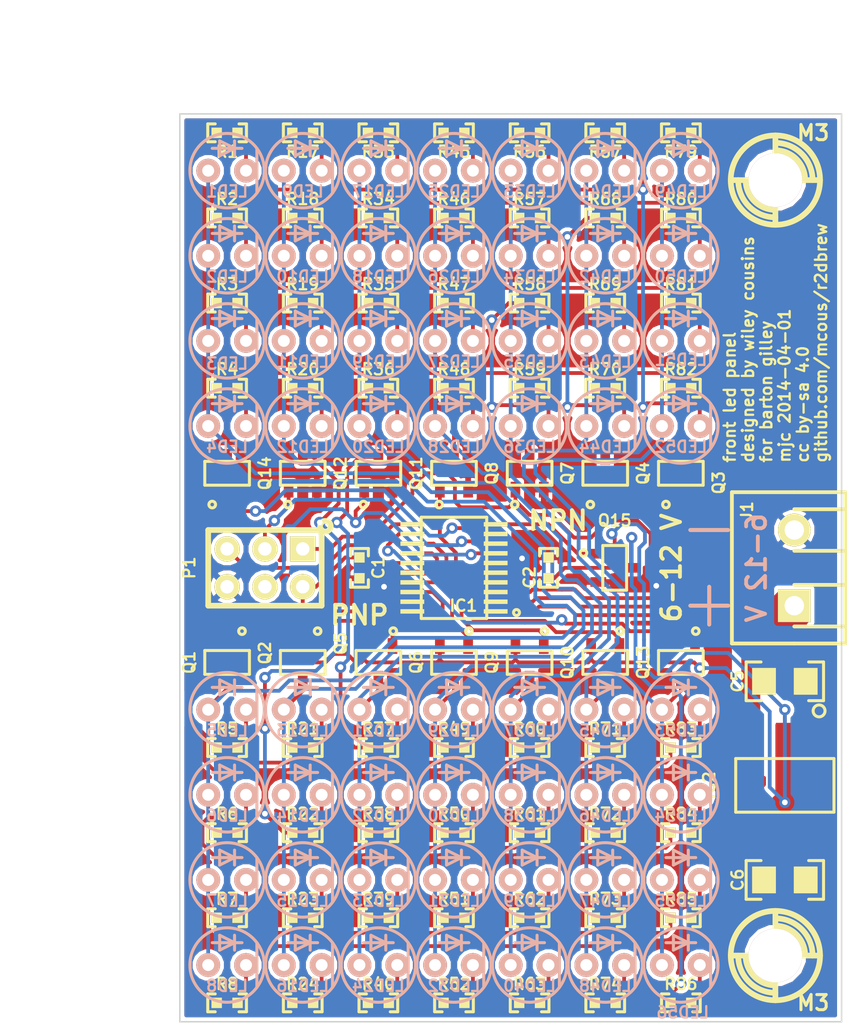
<source format=kicad_pcb>
(kicad_pcb (version 3) (host pcbnew "(2014-03-18 BZR 4754)-product")
  (title_block (title "r2dbrew front LED panel") (date "01 Apr 2014") (rev 0.1) (company "Wiley Cousins, LLC for Barton Gilley") (comment 1 "released under the terms of the CC BY-SA 4.0 license") (comment 2 "open source hardware") (comment 3 github.com/mcous/r2dbrew))
  (layers (15 F.Cu signal) (0 B.Cu signal) (18 B.Paste user) (19 F.Paste user) (20 B.SilkS user) (21 F.SilkS user hide) (22 B.Mask user) (23 F.Mask user) (28 Edge.Cuts user))
  (net 0 "")
  (net 1 /AVR_RST)
  (net 2 "/beer2d2 front LED panel/AVR_C0")
  (net 3 "/beer2d2 front LED panel/AVR_C1")
  (net 4 "/beer2d2 front LED panel/AVR_C2")
  (net 5 "/beer2d2 front LED panel/AVR_C3")
  (net 6 "/beer2d2 front LED panel/AVR_C4")
  (net 7 "/beer2d2 front LED panel/AVR_C5")
  (net 8 "/beer2d2 front LED panel/AVR_C6")
  (net 9 "/beer2d2 front LED panel/AVR_R0")
  (net 10 "/beer2d2 front LED panel/AVR_R1")
  (net 11 "/beer2d2 front LED panel/AVR_R2")
  (net 12 "/beer2d2 front LED panel/AVR_R3")
  (net 13 "/beer2d2 front LED panel/AVR_R4")
  (net 14 "/beer2d2 front LED panel/AVR_R5")
  (net 15 "/beer2d2 front LED panel/AVR_R6")
  (net 16 "/beer2d2 front LED panel/AVR_R7")
  (net 17 "/beer2d2 front LED panel/COL0")
  (net 18 "/beer2d2 front LED panel/COL1")
  (net 19 "/beer2d2 front LED panel/COL2")
  (net 20 "/beer2d2 front LED panel/COL3")
  (net 21 "/beer2d2 front LED panel/COL4")
  (net 22 "/beer2d2 front LED panel/COL5")
  (net 23 "/beer2d2 front LED panel/COL6")
  (net 24 "/beer2d2 front LED panel/ROW0")
  (net 25 "/beer2d2 front LED panel/ROW1")
  (net 26 "/beer2d2 front LED panel/ROW2")
  (net 27 "/beer2d2 front LED panel/ROW3")
  (net 28 "/beer2d2 front LED panel/ROW4")
  (net 29 "/beer2d2 front LED panel/ROW5")
  (net 30 "/beer2d2 front LED panel/ROW6")
  (net 31 "/beer2d2 front LED panel/ROW7")
  (net 32 GND)
  (net 33 VCC)
  (net 34 "Net-(C5-Pad1)")
  (net 35 "Net-(LED1-Pad1)")
  (net 36 "Net-(LED2-Pad1)")
  (net 37 "Net-(LED3-Pad1)")
  (net 38 "Net-(LED4-Pad1)")
  (net 39 "Net-(LED5-Pad1)")
  (net 40 "Net-(LED6-Pad1)")
  (net 41 "Net-(LED7-Pad1)")
  (net 42 "Net-(LED8-Pad1)")
  (net 43 "Net-(LED9-Pad1)")
  (net 44 "Net-(LED10-Pad1)")
  (net 45 "Net-(LED11-Pad1)")
  (net 46 "Net-(LED12-Pad1)")
  (net 47 "Net-(LED13-Pad1)")
  (net 48 "Net-(LED14-Pad1)")
  (net 49 "Net-(LED15-Pad1)")
  (net 50 "Net-(LED16-Pad1)")
  (net 51 "Net-(LED17-Pad1)")
  (net 52 "Net-(LED18-Pad1)")
  (net 53 "Net-(LED19-Pad1)")
  (net 54 "Net-(LED20-Pad1)")
  (net 55 "Net-(LED21-Pad1)")
  (net 56 "Net-(LED22-Pad1)")
  (net 57 "Net-(LED23-Pad1)")
  (net 58 "Net-(LED24-Pad1)")
  (net 59 "Net-(LED25-Pad1)")
  (net 60 "Net-(LED26-Pad1)")
  (net 61 "Net-(LED27-Pad1)")
  (net 62 "Net-(LED28-Pad1)")
  (net 63 "Net-(LED29-Pad1)")
  (net 64 "Net-(LED30-Pad1)")
  (net 65 "Net-(LED31-Pad1)")
  (net 66 "Net-(LED32-Pad1)")
  (net 67 "Net-(LED33-Pad1)")
  (net 68 "Net-(LED34-Pad1)")
  (net 69 "Net-(LED35-Pad1)")
  (net 70 "Net-(LED36-Pad1)")
  (net 71 "Net-(LED37-Pad1)")
  (net 72 "Net-(LED38-Pad1)")
  (net 73 "Net-(LED39-Pad1)")
  (net 74 "Net-(LED40-Pad1)")
  (net 75 "Net-(LED41-Pad1)")
  (net 76 "Net-(LED42-Pad1)")
  (net 77 "Net-(LED43-Pad1)")
  (net 78 "Net-(LED44-Pad1)")
  (net 79 "Net-(LED45-Pad1)")
  (net 80 "Net-(LED46-Pad1)")
  (net 81 "Net-(LED47-Pad1)")
  (net 82 "Net-(LED48-Pad1)")
  (net 83 "Net-(LED49-Pad1)")
  (net 84 "Net-(LED50-Pad1)")
  (net 85 "Net-(LED51-Pad1)")
  (net 86 "Net-(LED52-Pad1)")
  (net 87 "Net-(LED53-Pad1)")
  (net 88 "Net-(LED54-Pad1)")
  (net 89 "Net-(LED55-Pad1)")
  (net 90 "Net-(LED56-Pad1)")
  (module M3 (layer F.Cu) (at 151.765 130.175)
    (fp_text reference M3 (at 2.54 3.175) (layer F.SilkS) (effects (font (size 1.016 1.016) (thickness 0.2032))))
    (fp_text value VAL** hide)
    (pad 1 thru_hole circle (at 0 0) (size 3.6 3.6) (drill 3.6) (layers *.Cu *.SilkS *.Mask))
  )
  (module M3 (layer F.Cu) (at 151.765 78.105)
    (fp_text reference M3 (at 2.54 -3.175) (layer F.SilkS) (effects (font (size 1.016 1.016) (thickness 0.2032))))
    (fp_text value VAL** hide)
    (pad 1 thru_hole circle (at 0 0) (size 3.6 3.6) (drill 3.6) (layers *.Cu *.SilkS *.Mask))
  )
  (module "passive-smd:0603(1608m)" (layer F.Cu) (at 123.825 104.14 90)
    (fp_text reference C1 (at 0 1.27 90) (layer F.SilkS) (effects (font (size 0.762 0.762) (thickness 0.1524))))
    (fp_text value 0.1uF hide)
    (pad 1 smd rect (at -0.7 0 90) (size 0.7 0.7) (layers F.Cu F.Paste F.SilkS F.Mask) (net 32 GND))
    (pad 2 smd rect (at 0.7 0 90) (size 0.7 0.7) (layers F.Cu F.Paste F.SilkS F.Mask) (net 33 VCC))
  )
  (module "passive-smd:0603(1608m)" (layer F.Cu) (at 136.525 104.14 270)
    (fp_text reference C2 (at 0.635 1.27 270) (layer F.SilkS) (effects (font (size 0.762 0.762) (thickness 0.1524))))
    (fp_text value 0.1uF hide)
    (pad 1 smd rect (at -0.7 0 270) (size 0.7 0.7) (layers F.Cu F.Paste F.SilkS F.Mask) (net 32 GND))
    (pad 2 smd rect (at 0.7 0 270) (size 0.7 0.7) (layers F.Cu F.Paste F.SilkS F.Mask) (net 33 VCC))
  )
  (module "passive-smd:1206(3216m)" (layer F.Cu) (at 152.4 111.76)
    (fp_text reference C5 (at -3.175 0 90) (layer F.SilkS) (effects (font (size 0.762 0.762) (thickness 0.1524))))
    (fp_text value 10uF hide)
    (pad 1 smd rect (at -1.4 0) (size 1.6 1.8) (layers F.Cu F.Paste F.SilkS F.Mask) (net 34 "Net-(C5-Pad1)"))
    (pad 2 smd rect (at 1.4 0) (size 1.6 1.8) (layers F.Cu F.Paste F.SilkS F.Mask) (net 32 GND))
  )
  (module "passive-smd:1206(3216m)" (layer F.Cu) (at 152.4 125.095 180)
    (fp_text reference C6 (at 3.175 0 270) (layer F.SilkS) (effects (font (size 0.762 0.762) (thickness 0.1524))))
    (fp_text value 22uF hide)
    (pad 1 smd rect (at -1.4 0 180) (size 1.6 1.8) (layers F.Cu F.Paste F.SilkS F.Mask) (net 33 VCC))
    (pad 2 smd rect (at 1.4 0 180) (size 1.6 1.8) (layers F.Cu F.Paste F.SilkS F.Mask) (net 32 GND))
  )
  (module sop:TSSOP20 (layer F.Cu) (at 130.175 104.14 180)
    (fp_text reference IC1 (at -0.635 -2.54 360) (layer F.SilkS) (effects (font (size 0.762 0.762) (thickness 0.1524))))
    (fp_text value ATTINY167 hide)
    (pad 19 smd rect (at 2.8 -2.275 180) (size 1.6 0.3) (layers F.Cu F.Paste F.SilkS F.Mask) (net 3 "/beer2d2 front LED panel/AVR_C1"))
    (pad 20 smd rect (at 2.8 -2.925 180) (size 1.6 0.3) (layers F.Cu F.Paste F.SilkS F.Mask) (net 2 "/beer2d2 front LED panel/AVR_C0"))
    (pad 18 smd rect (at 2.8 -1.625 180) (size 1.6 0.3) (layers F.Cu F.Paste F.SilkS F.Mask) (net 4 "/beer2d2 front LED panel/AVR_C2"))
    (pad 17 smd rect (at 2.8 -0.975 180) (size 1.6 0.3) (layers F.Cu F.Paste F.SilkS F.Mask) (net 5 "/beer2d2 front LED panel/AVR_C3"))
    (pad 16 smd rect (at 2.8 -0.325 180) (size 1.6 0.3) (layers F.Cu F.Paste F.SilkS F.Mask) (net 32 GND))
    (pad 15 smd rect (at 2.8 0.325 180) (size 1.6 0.3) (layers F.Cu F.Paste F.SilkS F.Mask) (net 33 VCC))
    (pad 14 smd rect (at 2.8 0.975 180) (size 1.6 0.3) (layers F.Cu F.Paste F.SilkS F.Mask) (net 6 "/beer2d2 front LED panel/AVR_C4"))
    (pad 13 smd rect (at 2.8 1.625 180) (size 1.6 0.3) (layers F.Cu F.Paste F.SilkS F.Mask) (net 7 "/beer2d2 front LED panel/AVR_C5"))
    (pad 10 smd rect (at -2.8 2.925 180) (size 1.6 0.3) (layers F.Cu F.Paste F.SilkS F.Mask) (net 16 "/beer2d2 front LED panel/AVR_R7"))
    (pad 9 smd rect (at -2.8 2.275 180) (size 1.6 0.3) (layers F.Cu F.Paste F.SilkS F.Mask) (net 15 "/beer2d2 front LED panel/AVR_R6"))
    (pad 8 smd rect (at -2.8 1.625 180) (size 1.6 0.3) (layers F.Cu F.Paste F.SilkS F.Mask) (net 14 "/beer2d2 front LED panel/AVR_R5"))
    (pad 7 smd rect (at -2.8 0.975 180) (size 1.6 0.3) (layers F.Cu F.Paste F.SilkS F.Mask) (net 13 "/beer2d2 front LED panel/AVR_R4"))
    (pad 1 smd rect (at -2.8 -2.925 180) (size 1.6 0.3) (layers F.Cu F.Paste F.SilkS F.Mask) (net 9 "/beer2d2 front LED panel/AVR_R0"))
    (pad 2 smd rect (at -2.8 -2.275 180) (size 1.6 0.3) (layers F.Cu F.Paste F.SilkS F.Mask) (net 10 "/beer2d2 front LED panel/AVR_R1"))
    (pad 3 smd rect (at -2.8 -1.625 180) (size 1.6 0.3) (layers F.Cu F.Paste F.SilkS F.Mask) (net 11 "/beer2d2 front LED panel/AVR_R2"))
    (pad 4 smd rect (at -2.8 -0.975 180) (size 1.6 0.3) (layers F.Cu F.Paste F.SilkS F.Mask) (net 12 "/beer2d2 front LED panel/AVR_R3"))
    (pad 5 smd rect (at -2.8 -0.325 180) (size 1.6 0.3) (layers F.Cu F.Paste F.SilkS F.Mask) (net 33 VCC))
    (pad 6 smd rect (at -2.8 0.325 180) (size 1.6 0.3) (layers F.Cu F.Paste F.SilkS F.Mask) (net 32 GND))
    (pad 12 smd rect (at 2.8 2.275 180) (size 1.6 0.3) (layers F.Cu F.Paste F.SilkS F.Mask) (net 8 "/beer2d2 front LED panel/AVR_C6"))
    (pad 11 smd rect (at 2.8 2.925 180) (size 1.6 0.3) (layers F.Cu F.Paste F.SilkS F.Mask) (net 1 /AVR_RST))
  )
  (module sot:SOT223 (layer F.Cu) (at 152.4 118.745 270)
    (fp_text reference IC2 (at 0 5.08 270) (layer F.SilkS) (effects (font (size 0.762 0.762) (thickness 0.1524))))
    (fp_text value LM1117 hide)
    (pad 1 smd rect (at -3.1 -2.3 270) (size 2.2 1.2) (layers F.Cu F.Paste F.Mask) (net 32 GND))
    (pad 2 smd rect (at -3.1 0 270) (size 2.2 1.2) (layers F.Cu F.Paste F.Mask) (net 33 VCC))
    (pad 3 smd rect (at -3.1 2.3 270) (size 2.2 1.2) (layers F.Cu F.Paste F.Mask) (net 34 "Net-(C5-Pad1)"))
    (pad 0 smd rect (at 3.1 0 270) (size 2.2 3.5) (layers F.Cu F.Paste F.Mask) (net 33 VCC))
  )
  (module connect-thru:1x2-SCREW-TERM_P200mil (layer F.Cu) (at 153.035 104.14 90)
    (fp_text reference J1 (at 3.81 -3.175 90) (layer F.SilkS) (effects (font (size 0.762 0.762) (thickness 0.1524))))
    (fp_text value 6-12V hide)
    (pad 1 thru_hole rect (at -2.54 0 90) (size 2.2 2.2) (drill 1.3) (layers *.Cu *.Mask F.SilkS) (net 34 "Net-(C5-Pad1)"))
    (pad 2 thru_hole circle (at 2.54 0 90) (size 2.2 2.2) (drill 1.3) (layers *.Cu *.Mask F.SilkS) (net 32 GND))
  )
  (module led:5mm-THRU-LED (layer B.Cu) (at 114.935 77.47 180)
    (fp_text reference LED1 (at 0 -1.397 180) (layer B.SilkS) (effects (font (size 0.762 0.762) (thickness 0.1524)) (justify mirror)))
    (fp_text value LED hide)
    (pad 2 thru_hole circle (at 1.27 0) (size 1.6 1.6) (drill 0.8) (layers *.Cu *.Mask B.SilkS) (net 17 "/beer2d2 front LED panel/COL0"))
    (pad 1 thru_hole circle (at -1.27 0) (size 1.6 1.6) (drill 0.8) (layers *.Cu *.Mask B.SilkS) (net 35 "Net-(LED1-Pad1)"))
  )
  (module led:5mm-THRU-LED (layer B.Cu) (at 114.935 83.185 180)
    (fp_text reference LED2 (at 0 -1.397 180) (layer B.SilkS) (effects (font (size 0.762 0.762) (thickness 0.1524)) (justify mirror)))
    (fp_text value LED hide)
    (pad 2 thru_hole circle (at 1.27 0) (size 1.6 1.6) (drill 0.8) (layers *.Cu *.Mask B.SilkS) (net 17 "/beer2d2 front LED panel/COL0"))
    (pad 1 thru_hole circle (at -1.27 0) (size 1.6 1.6) (drill 0.8) (layers *.Cu *.Mask B.SilkS) (net 36 "Net-(LED2-Pad1)"))
  )
  (module led:5mm-THRU-LED (layer B.Cu) (at 114.935 88.9 180)
    (fp_text reference LED3 (at 0 -1.524 180) (layer B.SilkS) (effects (font (size 0.762 0.762) (thickness 0.1524)) (justify mirror)))
    (fp_text value LED hide)
    (pad 2 thru_hole circle (at 1.27 0) (size 1.6 1.6) (drill 0.8) (layers *.Cu *.Mask B.SilkS) (net 17 "/beer2d2 front LED panel/COL0"))
    (pad 1 thru_hole circle (at -1.27 0) (size 1.6 1.6) (drill 0.8) (layers *.Cu *.Mask B.SilkS) (net 37 "Net-(LED3-Pad1)"))
  )
  (module led:5mm-THRU-LED (layer B.Cu) (at 114.935 94.615 180)
    (fp_text reference LED4 (at 0 -1.397 180) (layer B.SilkS) (effects (font (size 0.762 0.762) (thickness 0.1524)) (justify mirror)))
    (fp_text value LED hide)
    (pad 2 thru_hole circle (at 1.27 0) (size 1.6 1.6) (drill 0.8) (layers *.Cu *.Mask B.SilkS) (net 17 "/beer2d2 front LED panel/COL0"))
    (pad 1 thru_hole circle (at -1.27 0) (size 1.6 1.6) (drill 0.8) (layers *.Cu *.Mask B.SilkS) (net 38 "Net-(LED4-Pad1)"))
  )
  (module led:5mm-THRU-LED (layer B.Cu) (at 114.935 113.665 180)
    (fp_text reference LED5 (at 0 -1.397 180) (layer B.SilkS) (effects (font (size 0.762 0.762) (thickness 0.1524)) (justify mirror)))
    (fp_text value LED hide)
    (pad 2 thru_hole circle (at 1.27 0) (size 1.6 1.6) (drill 0.8) (layers *.Cu *.Mask B.SilkS) (net 17 "/beer2d2 front LED panel/COL0"))
    (pad 1 thru_hole circle (at -1.27 0) (size 1.6 1.6) (drill 0.8) (layers *.Cu *.Mask B.SilkS) (net 39 "Net-(LED5-Pad1)"))
  )
  (module led:5mm-THRU-LED (layer B.Cu) (at 114.935 119.38 180)
    (fp_text reference LED6 (at 0 -1.397 180) (layer B.SilkS) (effects (font (size 0.762 0.762) (thickness 0.1524)) (justify mirror)))
    (fp_text value LED hide)
    (pad 2 thru_hole circle (at 1.27 0) (size 1.6 1.6) (drill 0.8) (layers *.Cu *.Mask B.SilkS) (net 17 "/beer2d2 front LED panel/COL0"))
    (pad 1 thru_hole circle (at -1.27 0) (size 1.6 1.6) (drill 0.8) (layers *.Cu *.Mask B.SilkS) (net 40 "Net-(LED6-Pad1)"))
  )
  (module led:5mm-THRU-LED (layer B.Cu) (at 114.935 125.095 180)
    (fp_text reference LED7 (at 0 -1.397 180) (layer B.SilkS) (effects (font (size 0.762 0.762) (thickness 0.1524)) (justify mirror)))
    (fp_text value LED hide)
    (pad 2 thru_hole circle (at 1.27 0) (size 1.6 1.6) (drill 0.8) (layers *.Cu *.Mask B.SilkS) (net 17 "/beer2d2 front LED panel/COL0"))
    (pad 1 thru_hole circle (at -1.27 0) (size 1.6 1.6) (drill 0.8) (layers *.Cu *.Mask B.SilkS) (net 41 "Net-(LED7-Pad1)"))
  )
  (module led:5mm-THRU-LED (layer B.Cu) (at 114.935 130.81 180)
    (fp_text reference LED8 (at 0 -1.397 180) (layer B.SilkS) (effects (font (size 0.762 0.762) (thickness 0.1524)) (justify mirror)))
    (fp_text value LED hide)
    (pad 2 thru_hole circle (at 1.27 0) (size 1.6 1.6) (drill 0.8) (layers *.Cu *.Mask B.SilkS) (net 17 "/beer2d2 front LED panel/COL0"))
    (pad 1 thru_hole circle (at -1.27 0) (size 1.6 1.6) (drill 0.8) (layers *.Cu *.Mask B.SilkS) (net 42 "Net-(LED8-Pad1)"))
  )
  (module led:5mm-THRU-LED (layer B.Cu) (at 120.015 77.47 180)
    (fp_text reference LED9 (at 0 -1.397 180) (layer B.SilkS) (effects (font (size 0.762 0.762) (thickness 0.1524)) (justify mirror)))
    (fp_text value LED hide)
    (pad 2 thru_hole circle (at 1.27 0) (size 1.6 1.6) (drill 0.8) (layers *.Cu *.Mask B.SilkS) (net 18 "/beer2d2 front LED panel/COL1"))
    (pad 1 thru_hole circle (at -1.27 0) (size 1.6 1.6) (drill 0.8) (layers *.Cu *.Mask B.SilkS) (net 43 "Net-(LED9-Pad1)"))
  )
  (module led:5mm-THRU-LED (layer B.Cu) (at 120.015 83.185 180)
    (fp_text reference LED10 (at 0 -1.397 180) (layer B.SilkS) (effects (font (size 0.762 0.762) (thickness 0.1524)) (justify mirror)))
    (fp_text value LED hide)
    (pad 2 thru_hole circle (at 1.27 0) (size 1.6 1.6) (drill 0.8) (layers *.Cu *.Mask B.SilkS) (net 18 "/beer2d2 front LED panel/COL1"))
    (pad 1 thru_hole circle (at -1.27 0) (size 1.6 1.6) (drill 0.8) (layers *.Cu *.Mask B.SilkS) (net 44 "Net-(LED10-Pad1)"))
  )
  (module led:5mm-THRU-LED (layer B.Cu) (at 120.015 88.9 180)
    (fp_text reference LED11 (at 0 -1.397 180) (layer B.SilkS) (effects (font (size 0.762 0.762) (thickness 0.1524)) (justify mirror)))
    (fp_text value LED hide)
    (pad 2 thru_hole circle (at 1.27 0) (size 1.6 1.6) (drill 0.8) (layers *.Cu *.Mask B.SilkS) (net 18 "/beer2d2 front LED panel/COL1"))
    (pad 1 thru_hole circle (at -1.27 0) (size 1.6 1.6) (drill 0.8) (layers *.Cu *.Mask B.SilkS) (net 45 "Net-(LED11-Pad1)"))
  )
  (module led:5mm-THRU-LED (layer B.Cu) (at 120.015 94.615 180)
    (fp_text reference LED12 (at 0 -1.397 180) (layer B.SilkS) (effects (font (size 0.762 0.762) (thickness 0.1524)) (justify mirror)))
    (fp_text value LED hide)
    (pad 2 thru_hole circle (at 1.27 0) (size 1.6 1.6) (drill 0.8) (layers *.Cu *.Mask B.SilkS) (net 18 "/beer2d2 front LED panel/COL1"))
    (pad 1 thru_hole circle (at -1.27 0) (size 1.6 1.6) (drill 0.8) (layers *.Cu *.Mask B.SilkS) (net 46 "Net-(LED12-Pad1)"))
  )
  (module led:5mm-THRU-LED (layer B.Cu) (at 120.015 113.665 180)
    (fp_text reference LED13 (at 0 -1.397 180) (layer B.SilkS) (effects (font (size 0.762 0.762) (thickness 0.1524)) (justify mirror)))
    (fp_text value LED hide)
    (pad 2 thru_hole circle (at 1.27 0) (size 1.6 1.6) (drill 0.8) (layers *.Cu *.Mask B.SilkS) (net 18 "/beer2d2 front LED panel/COL1"))
    (pad 1 thru_hole circle (at -1.27 0) (size 1.6 1.6) (drill 0.8) (layers *.Cu *.Mask B.SilkS) (net 47 "Net-(LED13-Pad1)"))
  )
  (module led:5mm-THRU-LED (layer B.Cu) (at 120.015 119.38 180)
    (fp_text reference LED14 (at 0 -1.397 180) (layer B.SilkS) (effects (font (size 0.762 0.762) (thickness 0.1524)) (justify mirror)))
    (fp_text value LED hide)
    (pad 2 thru_hole circle (at 1.27 0) (size 1.6 1.6) (drill 0.8) (layers *.Cu *.Mask B.SilkS) (net 18 "/beer2d2 front LED panel/COL1"))
    (pad 1 thru_hole circle (at -1.27 0) (size 1.6 1.6) (drill 0.8) (layers *.Cu *.Mask B.SilkS) (net 48 "Net-(LED14-Pad1)"))
  )
  (module led:5mm-THRU-LED (layer B.Cu) (at 120.015 125.095 180)
    (fp_text reference LED15 (at 0 -1.397 180) (layer B.SilkS) (effects (font (size 0.762 0.762) (thickness 0.1524)) (justify mirror)))
    (fp_text value LED hide)
    (pad 2 thru_hole circle (at 1.27 0) (size 1.6 1.6) (drill 0.8) (layers *.Cu *.Mask B.SilkS) (net 18 "/beer2d2 front LED panel/COL1"))
    (pad 1 thru_hole circle (at -1.27 0) (size 1.6 1.6) (drill 0.8) (layers *.Cu *.Mask B.SilkS) (net 49 "Net-(LED15-Pad1)"))
  )
  (module led:5mm-THRU-LED (layer B.Cu) (at 120.015 130.81 180)
    (fp_text reference LED16 (at 0 -1.397 180) (layer B.SilkS) (effects (font (size 0.762 0.762) (thickness 0.1524)) (justify mirror)))
    (fp_text value LED hide)
    (pad 2 thru_hole circle (at 1.27 0) (size 1.6 1.6) (drill 0.8) (layers *.Cu *.Mask B.SilkS) (net 18 "/beer2d2 front LED panel/COL1"))
    (pad 1 thru_hole circle (at -1.27 0) (size 1.6 1.6) (drill 0.8) (layers *.Cu *.Mask B.SilkS) (net 50 "Net-(LED16-Pad1)"))
  )
  (module led:5mm-THRU-LED (layer B.Cu) (at 125.095 77.47 180)
    (fp_text reference LED17 (at 0 -1.397 180) (layer B.SilkS) (effects (font (size 0.762 0.762) (thickness 0.1524)) (justify mirror)))
    (fp_text value LED hide)
    (pad 2 thru_hole circle (at 1.27 0) (size 1.6 1.6) (drill 0.8) (layers *.Cu *.Mask B.SilkS) (net 19 "/beer2d2 front LED panel/COL2"))
    (pad 1 thru_hole circle (at -1.27 0) (size 1.6 1.6) (drill 0.8) (layers *.Cu *.Mask B.SilkS) (net 51 "Net-(LED17-Pad1)"))
  )
  (module led:5mm-THRU-LED (layer B.Cu) (at 125.095 83.185 180)
    (fp_text reference LED18 (at 0 -1.397 180) (layer B.SilkS) (effects (font (size 0.762 0.762) (thickness 0.1524)) (justify mirror)))
    (fp_text value LED hide)
    (pad 2 thru_hole circle (at 1.27 0) (size 1.6 1.6) (drill 0.8) (layers *.Cu *.Mask B.SilkS) (net 19 "/beer2d2 front LED panel/COL2"))
    (pad 1 thru_hole circle (at -1.27 0) (size 1.6 1.6) (drill 0.8) (layers *.Cu *.Mask B.SilkS) (net 52 "Net-(LED18-Pad1)"))
  )
  (module led:5mm-THRU-LED (layer B.Cu) (at 125.095 88.9 180)
    (fp_text reference LED19 (at 0 -1.397 180) (layer B.SilkS) (effects (font (size 0.762 0.762) (thickness 0.1524)) (justify mirror)))
    (fp_text value LED hide)
    (pad 2 thru_hole circle (at 1.27 0) (size 1.6 1.6) (drill 0.8) (layers *.Cu *.Mask B.SilkS) (net 19 "/beer2d2 front LED panel/COL2"))
    (pad 1 thru_hole circle (at -1.27 0) (size 1.6 1.6) (drill 0.8) (layers *.Cu *.Mask B.SilkS) (net 53 "Net-(LED19-Pad1)"))
  )
  (module led:5mm-THRU-LED (layer B.Cu) (at 125.095 94.615 180)
    (fp_text reference LED20 (at 0 -1.397 180) (layer B.SilkS) (effects (font (size 0.762 0.762) (thickness 0.1524)) (justify mirror)))
    (fp_text value LED hide)
    (pad 2 thru_hole circle (at 1.27 0) (size 1.6 1.6) (drill 0.8) (layers *.Cu *.Mask B.SilkS) (net 19 "/beer2d2 front LED panel/COL2"))
    (pad 1 thru_hole circle (at -1.27 0) (size 1.6 1.6) (drill 0.8) (layers *.Cu *.Mask B.SilkS) (net 54 "Net-(LED20-Pad1)"))
  )
  (module led:5mm-THRU-LED (layer B.Cu) (at 125.095 113.665 180)
    (fp_text reference LED21 (at 0 -1.397 180) (layer B.SilkS) (effects (font (size 0.762 0.762) (thickness 0.1524)) (justify mirror)))
    (fp_text value LED hide)
    (pad 2 thru_hole circle (at 1.27 0) (size 1.6 1.6) (drill 0.8) (layers *.Cu *.Mask B.SilkS) (net 19 "/beer2d2 front LED panel/COL2"))
    (pad 1 thru_hole circle (at -1.27 0) (size 1.6 1.6) (drill 0.8) (layers *.Cu *.Mask B.SilkS) (net 55 "Net-(LED21-Pad1)"))
  )
  (module led:5mm-THRU-LED (layer B.Cu) (at 125.095 119.38 180)
    (fp_text reference LED22 (at 0 -1.397 180) (layer B.SilkS) (effects (font (size 0.762 0.762) (thickness 0.1524)) (justify mirror)))
    (fp_text value LED hide)
    (pad 2 thru_hole circle (at 1.27 0) (size 1.6 1.6) (drill 0.8) (layers *.Cu *.Mask B.SilkS) (net 19 "/beer2d2 front LED panel/COL2"))
    (pad 1 thru_hole circle (at -1.27 0) (size 1.6 1.6) (drill 0.8) (layers *.Cu *.Mask B.SilkS) (net 56 "Net-(LED22-Pad1)"))
  )
  (module led:5mm-THRU-LED (layer B.Cu) (at 125.095 125.095 180)
    (fp_text reference LED23 (at 0 -1.397 180) (layer B.SilkS) (effects (font (size 0.762 0.762) (thickness 0.1524)) (justify mirror)))
    (fp_text value LED hide)
    (pad 2 thru_hole circle (at 1.27 0) (size 1.6 1.6) (drill 0.8) (layers *.Cu *.Mask B.SilkS) (net 19 "/beer2d2 front LED panel/COL2"))
    (pad 1 thru_hole circle (at -1.27 0) (size 1.6 1.6) (drill 0.8) (layers *.Cu *.Mask B.SilkS) (net 57 "Net-(LED23-Pad1)"))
  )
  (module led:5mm-THRU-LED (layer B.Cu) (at 125.095 130.81 180)
    (fp_text reference LED24 (at 0 -1.397 180) (layer B.SilkS) (effects (font (size 0.762 0.762) (thickness 0.1524)) (justify mirror)))
    (fp_text value LED hide)
    (pad 2 thru_hole circle (at 1.27 0) (size 1.6 1.6) (drill 0.8) (layers *.Cu *.Mask B.SilkS) (net 19 "/beer2d2 front LED panel/COL2"))
    (pad 1 thru_hole circle (at -1.27 0) (size 1.6 1.6) (drill 0.8) (layers *.Cu *.Mask B.SilkS) (net 58 "Net-(LED24-Pad1)"))
  )
  (module led:5mm-THRU-LED (layer B.Cu) (at 130.175 77.47 180)
    (fp_text reference LED25 (at 0 -1.397 180) (layer B.SilkS) (effects (font (size 0.762 0.762) (thickness 0.1524)) (justify mirror)))
    (fp_text value LED hide)
    (pad 2 thru_hole circle (at 1.27 0) (size 1.6 1.6) (drill 0.8) (layers *.Cu *.Mask B.SilkS) (net 20 "/beer2d2 front LED panel/COL3"))
    (pad 1 thru_hole circle (at -1.27 0) (size 1.6 1.6) (drill 0.8) (layers *.Cu *.Mask B.SilkS) (net 59 "Net-(LED25-Pad1)"))
  )
  (module led:5mm-THRU-LED (layer B.Cu) (at 130.175 83.185 180)
    (fp_text reference LED26 (at 0 -1.397 180) (layer B.SilkS) (effects (font (size 0.762 0.762) (thickness 0.1524)) (justify mirror)))
    (fp_text value LED hide)
    (pad 2 thru_hole circle (at 1.27 0) (size 1.6 1.6) (drill 0.8) (layers *.Cu *.Mask B.SilkS) (net 20 "/beer2d2 front LED panel/COL3"))
    (pad 1 thru_hole circle (at -1.27 0) (size 1.6 1.6) (drill 0.8) (layers *.Cu *.Mask B.SilkS) (net 60 "Net-(LED26-Pad1)"))
  )
  (module led:5mm-THRU-LED (layer B.Cu) (at 130.175 88.9 180)
    (fp_text reference LED27 (at 0 -1.397 180) (layer B.SilkS) (effects (font (size 0.762 0.762) (thickness 0.1524)) (justify mirror)))
    (fp_text value LED hide)
    (pad 2 thru_hole circle (at 1.27 0) (size 1.6 1.6) (drill 0.8) (layers *.Cu *.Mask B.SilkS) (net 20 "/beer2d2 front LED panel/COL3"))
    (pad 1 thru_hole circle (at -1.27 0) (size 1.6 1.6) (drill 0.8) (layers *.Cu *.Mask B.SilkS) (net 61 "Net-(LED27-Pad1)"))
  )
  (module led:5mm-THRU-LED (layer B.Cu) (at 130.175 94.615 180)
    (fp_text reference LED28 (at 0 -1.397 180) (layer B.SilkS) (effects (font (size 0.762 0.762) (thickness 0.1524)) (justify mirror)))
    (fp_text value LED hide)
    (pad 2 thru_hole circle (at 1.27 0) (size 1.6 1.6) (drill 0.8) (layers *.Cu *.Mask B.SilkS) (net 20 "/beer2d2 front LED panel/COL3"))
    (pad 1 thru_hole circle (at -1.27 0) (size 1.6 1.6) (drill 0.8) (layers *.Cu *.Mask B.SilkS) (net 62 "Net-(LED28-Pad1)"))
  )
  (module led:5mm-THRU-LED (layer B.Cu) (at 130.175 113.665 180)
    (fp_text reference LED29 (at 0 -1.397 180) (layer B.SilkS) (effects (font (size 0.762 0.762) (thickness 0.1524)) (justify mirror)))
    (fp_text value LED hide)
    (pad 2 thru_hole circle (at 1.27 0) (size 1.6 1.6) (drill 0.8) (layers *.Cu *.Mask B.SilkS) (net 20 "/beer2d2 front LED panel/COL3"))
    (pad 1 thru_hole circle (at -1.27 0) (size 1.6 1.6) (drill 0.8) (layers *.Cu *.Mask B.SilkS) (net 63 "Net-(LED29-Pad1)"))
  )
  (module led:5mm-THRU-LED (layer B.Cu) (at 130.175 119.38 180)
    (fp_text reference LED30 (at 0 -1.397 180) (layer B.SilkS) (effects (font (size 0.762 0.762) (thickness 0.1524)) (justify mirror)))
    (fp_text value LED hide)
    (pad 2 thru_hole circle (at 1.27 0) (size 1.6 1.6) (drill 0.8) (layers *.Cu *.Mask B.SilkS) (net 20 "/beer2d2 front LED panel/COL3"))
    (pad 1 thru_hole circle (at -1.27 0) (size 1.6 1.6) (drill 0.8) (layers *.Cu *.Mask B.SilkS) (net 64 "Net-(LED30-Pad1)"))
  )
  (module led:5mm-THRU-LED (layer B.Cu) (at 130.175 125.095 180)
    (fp_text reference LED31 (at 0 -1.397 180) (layer B.SilkS) (effects (font (size 0.762 0.762) (thickness 0.1524)) (justify mirror)))
    (fp_text value LED hide)
    (pad 2 thru_hole circle (at 1.27 0) (size 1.6 1.6) (drill 0.8) (layers *.Cu *.Mask B.SilkS) (net 20 "/beer2d2 front LED panel/COL3"))
    (pad 1 thru_hole circle (at -1.27 0) (size 1.6 1.6) (drill 0.8) (layers *.Cu *.Mask B.SilkS) (net 65 "Net-(LED31-Pad1)"))
  )
  (module led:5mm-THRU-LED (layer B.Cu) (at 130.175 130.81 180)
    (fp_text reference LED32 (at 0 -1.397 180) (layer B.SilkS) (effects (font (size 0.762 0.762) (thickness 0.1524)) (justify mirror)))
    (fp_text value LED hide)
    (pad 2 thru_hole circle (at 1.27 0) (size 1.6 1.6) (drill 0.8) (layers *.Cu *.Mask B.SilkS) (net 20 "/beer2d2 front LED panel/COL3"))
    (pad 1 thru_hole circle (at -1.27 0) (size 1.6 1.6) (drill 0.8) (layers *.Cu *.Mask B.SilkS) (net 66 "Net-(LED32-Pad1)"))
  )
  (module led:5mm-THRU-LED (layer B.Cu) (at 135.255 77.47 180)
    (fp_text reference LED33 (at 0 -1.397 180) (layer B.SilkS) (effects (font (size 0.762 0.762) (thickness 0.1524)) (justify mirror)))
    (fp_text value LED hide)
    (pad 2 thru_hole circle (at 1.27 0) (size 1.6 1.6) (drill 0.8) (layers *.Cu *.Mask B.SilkS) (net 21 "/beer2d2 front LED panel/COL4"))
    (pad 1 thru_hole circle (at -1.27 0) (size 1.6 1.6) (drill 0.8) (layers *.Cu *.Mask B.SilkS) (net 67 "Net-(LED33-Pad1)"))
  )
  (module led:5mm-THRU-LED (layer B.Cu) (at 135.255 83.185 180)
    (fp_text reference LED34 (at 0 -1.397 180) (layer B.SilkS) (effects (font (size 0.762 0.762) (thickness 0.1524)) (justify mirror)))
    (fp_text value LED hide)
    (pad 2 thru_hole circle (at 1.27 0) (size 1.6 1.6) (drill 0.8) (layers *.Cu *.Mask B.SilkS) (net 21 "/beer2d2 front LED panel/COL4"))
    (pad 1 thru_hole circle (at -1.27 0) (size 1.6 1.6) (drill 0.8) (layers *.Cu *.Mask B.SilkS) (net 68 "Net-(LED34-Pad1)"))
  )
  (module led:5mm-THRU-LED (layer B.Cu) (at 135.255 88.9 180)
    (fp_text reference LED35 (at 0 -1.397 180) (layer B.SilkS) (effects (font (size 0.762 0.762) (thickness 0.1524)) (justify mirror)))
    (fp_text value LED hide)
    (pad 2 thru_hole circle (at 1.27 0) (size 1.6 1.6) (drill 0.8) (layers *.Cu *.Mask B.SilkS) (net 21 "/beer2d2 front LED panel/COL4"))
    (pad 1 thru_hole circle (at -1.27 0) (size 1.6 1.6) (drill 0.8) (layers *.Cu *.Mask B.SilkS) (net 69 "Net-(LED35-Pad1)"))
  )
  (module led:5mm-THRU-LED (layer B.Cu) (at 135.255 94.615 180)
    (fp_text reference LED36 (at 0 -1.397 180) (layer B.SilkS) (effects (font (size 0.762 0.762) (thickness 0.1524)) (justify mirror)))
    (fp_text value LED hide)
    (pad 2 thru_hole circle (at 1.27 0) (size 1.6 1.6) (drill 0.8) (layers *.Cu *.Mask B.SilkS) (net 21 "/beer2d2 front LED panel/COL4"))
    (pad 1 thru_hole circle (at -1.27 0) (size 1.6 1.6) (drill 0.8) (layers *.Cu *.Mask B.SilkS) (net 70 "Net-(LED36-Pad1)"))
  )
  (module led:5mm-THRU-LED (layer B.Cu) (at 135.255 113.665 180)
    (fp_text reference LED37 (at 0 -1.397 180) (layer B.SilkS) (effects (font (size 0.762 0.762) (thickness 0.1524)) (justify mirror)))
    (fp_text value LED hide)
    (pad 2 thru_hole circle (at 1.27 0) (size 1.6 1.6) (drill 0.8) (layers *.Cu *.Mask B.SilkS) (net 21 "/beer2d2 front LED panel/COL4"))
    (pad 1 thru_hole circle (at -1.27 0) (size 1.6 1.6) (drill 0.8) (layers *.Cu *.Mask B.SilkS) (net 71 "Net-(LED37-Pad1)"))
  )
  (module led:5mm-THRU-LED (layer B.Cu) (at 135.255 119.38 180)
    (fp_text reference LED38 (at 0 -1.397 180) (layer B.SilkS) (effects (font (size 0.762 0.762) (thickness 0.1524)) (justify mirror)))
    (fp_text value LED hide)
    (pad 2 thru_hole circle (at 1.27 0) (size 1.6 1.6) (drill 0.8) (layers *.Cu *.Mask B.SilkS) (net 21 "/beer2d2 front LED panel/COL4"))
    (pad 1 thru_hole circle (at -1.27 0) (size 1.6 1.6) (drill 0.8) (layers *.Cu *.Mask B.SilkS) (net 72 "Net-(LED38-Pad1)"))
  )
  (module led:5mm-THRU-LED (layer B.Cu) (at 135.255 125.095 180)
    (fp_text reference LED39 (at 0 -1.397 180) (layer B.SilkS) (effects (font (size 0.762 0.762) (thickness 0.1524)) (justify mirror)))
    (fp_text value LED hide)
    (pad 2 thru_hole circle (at 1.27 0) (size 1.6 1.6) (drill 0.8) (layers *.Cu *.Mask B.SilkS) (net 21 "/beer2d2 front LED panel/COL4"))
    (pad 1 thru_hole circle (at -1.27 0) (size 1.6 1.6) (drill 0.8) (layers *.Cu *.Mask B.SilkS) (net 73 "Net-(LED39-Pad1)"))
  )
  (module led:5mm-THRU-LED (layer B.Cu) (at 135.255 130.81 180)
    (fp_text reference LED40 (at 0 -1.397 180) (layer B.SilkS) (effects (font (size 0.762 0.762) (thickness 0.1524)) (justify mirror)))
    (fp_text value LED hide)
    (pad 2 thru_hole circle (at 1.27 0) (size 1.6 1.6) (drill 0.8) (layers *.Cu *.Mask B.SilkS) (net 21 "/beer2d2 front LED panel/COL4"))
    (pad 1 thru_hole circle (at -1.27 0) (size 1.6 1.6) (drill 0.8) (layers *.Cu *.Mask B.SilkS) (net 74 "Net-(LED40-Pad1)"))
  )
  (module led:5mm-THRU-LED (layer B.Cu) (at 140.335 77.47 180)
    (fp_text reference LED41 (at 0 -1.397 180) (layer B.SilkS) (effects (font (size 0.762 0.762) (thickness 0.1524)) (justify mirror)))
    (fp_text value LED hide)
    (pad 2 thru_hole circle (at 1.27 0) (size 1.6 1.6) (drill 0.8) (layers *.Cu *.Mask B.SilkS) (net 22 "/beer2d2 front LED panel/COL5"))
    (pad 1 thru_hole circle (at -1.27 0) (size 1.6 1.6) (drill 0.8) (layers *.Cu *.Mask B.SilkS) (net 75 "Net-(LED41-Pad1)"))
  )
  (module led:5mm-THRU-LED (layer B.Cu) (at 140.335 83.185 180)
    (fp_text reference LED42 (at 0 -1.397 180) (layer B.SilkS) (effects (font (size 0.762 0.762) (thickness 0.1524)) (justify mirror)))
    (fp_text value LED hide)
    (pad 2 thru_hole circle (at 1.27 0) (size 1.6 1.6) (drill 0.8) (layers *.Cu *.Mask B.SilkS) (net 22 "/beer2d2 front LED panel/COL5"))
    (pad 1 thru_hole circle (at -1.27 0) (size 1.6 1.6) (drill 0.8) (layers *.Cu *.Mask B.SilkS) (net 76 "Net-(LED42-Pad1)"))
  )
  (module led:5mm-THRU-LED (layer B.Cu) (at 140.335 88.9 180)
    (fp_text reference LED43 (at 0 -1.397 180) (layer B.SilkS) (effects (font (size 0.762 0.762) (thickness 0.1524)) (justify mirror)))
    (fp_text value LED hide)
    (pad 2 thru_hole circle (at 1.27 0) (size 1.6 1.6) (drill 0.8) (layers *.Cu *.Mask B.SilkS) (net 22 "/beer2d2 front LED panel/COL5"))
    (pad 1 thru_hole circle (at -1.27 0) (size 1.6 1.6) (drill 0.8) (layers *.Cu *.Mask B.SilkS) (net 77 "Net-(LED43-Pad1)"))
  )
  (module led:5mm-THRU-LED (layer B.Cu) (at 140.335 94.615 180)
    (fp_text reference LED44 (at 0 -1.397 180) (layer B.SilkS) (effects (font (size 0.762 0.762) (thickness 0.1524)) (justify mirror)))
    (fp_text value LED hide)
    (pad 2 thru_hole circle (at 1.27 0) (size 1.6 1.6) (drill 0.8) (layers *.Cu *.Mask B.SilkS) (net 22 "/beer2d2 front LED panel/COL5"))
    (pad 1 thru_hole circle (at -1.27 0) (size 1.6 1.6) (drill 0.8) (layers *.Cu *.Mask B.SilkS) (net 78 "Net-(LED44-Pad1)"))
  )
  (module led:5mm-THRU-LED (layer B.Cu) (at 140.335 113.665 180)
    (fp_text reference LED45 (at 0 -1.397 180) (layer B.SilkS) (effects (font (size 0.762 0.762) (thickness 0.1524)) (justify mirror)))
    (fp_text value LED hide)
    (pad 2 thru_hole circle (at 1.27 0) (size 1.6 1.6) (drill 0.8) (layers *.Cu *.Mask B.SilkS) (net 22 "/beer2d2 front LED panel/COL5"))
    (pad 1 thru_hole circle (at -1.27 0) (size 1.6 1.6) (drill 0.8) (layers *.Cu *.Mask B.SilkS) (net 79 "Net-(LED45-Pad1)"))
  )
  (module led:5mm-THRU-LED (layer B.Cu) (at 140.335 119.38 180)
    (fp_text reference LED46 (at 0 -1.397 180) (layer B.SilkS) (effects (font (size 0.762 0.762) (thickness 0.1524)) (justify mirror)))
    (fp_text value LED hide)
    (pad 2 thru_hole circle (at 1.27 0) (size 1.6 1.6) (drill 0.8) (layers *.Cu *.Mask B.SilkS) (net 22 "/beer2d2 front LED panel/COL5"))
    (pad 1 thru_hole circle (at -1.27 0) (size 1.6 1.6) (drill 0.8) (layers *.Cu *.Mask B.SilkS) (net 80 "Net-(LED46-Pad1)"))
  )
  (module led:5mm-THRU-LED (layer B.Cu) (at 140.335 125.095 180)
    (fp_text reference LED47 (at 0 -1.397 180) (layer B.SilkS) (effects (font (size 0.762 0.762) (thickness 0.1524)) (justify mirror)))
    (fp_text value LED hide)
    (pad 2 thru_hole circle (at 1.27 0) (size 1.6 1.6) (drill 0.8) (layers *.Cu *.Mask B.SilkS) (net 22 "/beer2d2 front LED panel/COL5"))
    (pad 1 thru_hole circle (at -1.27 0) (size 1.6 1.6) (drill 0.8) (layers *.Cu *.Mask B.SilkS) (net 81 "Net-(LED47-Pad1)"))
  )
  (module led:5mm-THRU-LED (layer B.Cu) (at 140.335 130.81 180)
    (fp_text reference LED48 (at 0 -1.397 180) (layer B.SilkS) (effects (font (size 0.762 0.762) (thickness 0.1524)) (justify mirror)))
    (fp_text value LED hide)
    (pad 2 thru_hole circle (at 1.27 0) (size 1.6 1.6) (drill 0.8) (layers *.Cu *.Mask B.SilkS) (net 22 "/beer2d2 front LED panel/COL5"))
    (pad 1 thru_hole circle (at -1.27 0) (size 1.6 1.6) (drill 0.8) (layers *.Cu *.Mask B.SilkS) (net 82 "Net-(LED48-Pad1)"))
  )
  (module led:5mm-THRU-LED (layer B.Cu) (at 145.415 77.47 180)
    (fp_text reference LED49 (at 0 -1.397 180) (layer B.SilkS) (effects (font (size 0.762 0.762) (thickness 0.1524)) (justify mirror)))
    (fp_text value LED hide)
    (pad 2 thru_hole circle (at 1.27 0) (size 1.6 1.6) (drill 0.8) (layers *.Cu *.Mask B.SilkS) (net 23 "/beer2d2 front LED panel/COL6"))
    (pad 1 thru_hole circle (at -1.27 0) (size 1.6 1.6) (drill 0.8) (layers *.Cu *.Mask B.SilkS) (net 83 "Net-(LED49-Pad1)"))
  )
  (module led:5mm-THRU-LED (layer B.Cu) (at 145.415 83.185 180)
    (fp_text reference LED50 (at 0 -1.397 180) (layer B.SilkS) (effects (font (size 0.762 0.762) (thickness 0.1524)) (justify mirror)))
    (fp_text value LED hide)
    (pad 2 thru_hole circle (at 1.27 0) (size 1.6 1.6) (drill 0.8) (layers *.Cu *.Mask B.SilkS) (net 23 "/beer2d2 front LED panel/COL6"))
    (pad 1 thru_hole circle (at -1.27 0) (size 1.6 1.6) (drill 0.8) (layers *.Cu *.Mask B.SilkS) (net 84 "Net-(LED50-Pad1)"))
  )
  (module led:5mm-THRU-LED (layer B.Cu) (at 145.415 88.9 180)
    (fp_text reference LED51 (at 0 -1.27 180) (layer B.SilkS) (effects (font (size 0.762 0.762) (thickness 0.1524)) (justify mirror)))
    (fp_text value LED hide)
    (pad 2 thru_hole circle (at 1.27 0) (size 1.6 1.6) (drill 0.8) (layers *.Cu *.Mask B.SilkS) (net 23 "/beer2d2 front LED panel/COL6"))
    (pad 1 thru_hole circle (at -1.27 0) (size 1.6 1.6) (drill 0.8) (layers *.Cu *.Mask B.SilkS) (net 85 "Net-(LED51-Pad1)"))
  )
  (module led:5mm-THRU-LED (layer B.Cu) (at 145.415 94.615 180)
    (fp_text reference LED52 (at 0 -1.397 180) (layer B.SilkS) (effects (font (size 0.762 0.762) (thickness 0.1524)) (justify mirror)))
    (fp_text value LED hide)
    (pad 2 thru_hole circle (at 1.27 0) (size 1.6 1.6) (drill 0.8) (layers *.Cu *.Mask B.SilkS) (net 23 "/beer2d2 front LED panel/COL6"))
    (pad 1 thru_hole circle (at -1.27 0) (size 1.6 1.6) (drill 0.8) (layers *.Cu *.Mask B.SilkS) (net 86 "Net-(LED52-Pad1)"))
  )
  (module led:5mm-THRU-LED (layer B.Cu) (at 145.415 113.665 180)
    (fp_text reference LED53 (at 0 -1.397 180) (layer B.SilkS) (effects (font (size 0.762 0.762) (thickness 0.1524)) (justify mirror)))
    (fp_text value LED hide)
    (pad 2 thru_hole circle (at 1.27 0) (size 1.6 1.6) (drill 0.8) (layers *.Cu *.Mask B.SilkS) (net 23 "/beer2d2 front LED panel/COL6"))
    (pad 1 thru_hole circle (at -1.27 0) (size 1.6 1.6) (drill 0.8) (layers *.Cu *.Mask B.SilkS) (net 87 "Net-(LED53-Pad1)"))
  )
  (module led:5mm-THRU-LED (layer B.Cu) (at 145.415 119.38 180)
    (fp_text reference LED54 (at 0 -1.397 180) (layer B.SilkS) (effects (font (size 0.762 0.762) (thickness 0.1524)) (justify mirror)))
    (fp_text value LED hide)
    (pad 2 thru_hole circle (at 1.27 0) (size 1.6 1.6) (drill 0.8) (layers *.Cu *.Mask B.SilkS) (net 23 "/beer2d2 front LED panel/COL6"))
    (pad 1 thru_hole circle (at -1.27 0) (size 1.6 1.6) (drill 0.8) (layers *.Cu *.Mask B.SilkS) (net 88 "Net-(LED54-Pad1)"))
  )
  (module led:5mm-THRU-LED (layer B.Cu) (at 145.415 125.095 180)
    (fp_text reference LED55 (at 0 -1.397 180) (layer B.SilkS) (effects (font (size 0.762 0.762) (thickness 0.1524)) (justify mirror)))
    (fp_text value LED hide)
    (pad 2 thru_hole circle (at 1.27 0) (size 1.6 1.6) (drill 0.8) (layers *.Cu *.Mask B.SilkS) (net 23 "/beer2d2 front LED panel/COL6"))
    (pad 1 thru_hole circle (at -1.27 0) (size 1.6 1.6) (drill 0.8) (layers *.Cu *.Mask B.SilkS) (net 89 "Net-(LED55-Pad1)"))
  )
  (module led:5mm-THRU-LED (layer B.Cu) (at 145.415 130.81 180)
    (fp_text reference LED56 (at -0.127 -3.175 180) (layer B.SilkS) (effects (font (size 0.762 0.762) (thickness 0.1524)) (justify mirror)))
    (fp_text value LED hide)
    (pad 2 thru_hole circle (at 1.27 0) (size 1.6 1.6) (drill 0.8) (layers *.Cu *.Mask B.SilkS) (net 23 "/beer2d2 front LED panel/COL6"))
    (pad 1 thru_hole circle (at -1.27 0) (size 1.6 1.6) (drill 0.8) (layers *.Cu *.Mask B.SilkS) (net 90 "Net-(LED56-Pad1)"))
  )
  (module connect-thru:2x3-ARRAY_P100mil (layer F.Cu) (at 117.475 104.14 270)
    (fp_text reference P1 (at 0 5.08 270) (layer F.SilkS) (effects (font (size 0.762 0.762) (thickness 0.1524))))
    (fp_text value AVR_ISP hide)
    (pad 1 thru_hole rect (at -1.27 -2.54 270) (size 1.7 1.7) (drill 0.9) (layers *.Cu *.Mask F.SilkS) (net 11 "/beer2d2 front LED panel/AVR_R2"))
    (pad 2 thru_hole circle (at 1.27 -2.54 270) (size 1.7 1.7) (drill 0.9) (layers *.Cu *.Mask F.SilkS) (net 33 VCC))
    (pad 3 thru_hole circle (at -1.27 0 270) (size 1.7 1.7) (drill 0.9) (layers *.Cu *.Mask F.SilkS) (net 14 "/beer2d2 front LED panel/AVR_R5"))
    (pad 4 thru_hole circle (at 1.27 0 270) (size 1.7 1.7) (drill 0.9) (layers *.Cu *.Mask F.SilkS) (net 13 "/beer2d2 front LED panel/AVR_R4"))
    (pad 5 thru_hole circle (at -1.27 2.54 270) (size 1.7 1.7) (drill 0.9) (layers *.Cu *.Mask F.SilkS) (net 1 /AVR_RST))
    (pad 6 thru_hole circle (at 1.27 2.54 270) (size 1.7 1.7) (drill 0.9) (layers *.Cu *.Mask F.SilkS) (net 32 GND))
  )
  (module sot:SOT23 (layer F.Cu) (at 114.935 110.49 270)
    (fp_text reference Q1 (at 0 2.54 270) (layer F.SilkS) (effects (font (size 0.762 0.762) (thickness 0.1524))))
    (fp_text value DDTB113ZC hide)
    (pad 1 smd rect (at -1.1 -0.95 270) (size 1.06 0.65) (layers F.Cu F.Paste F.Mask) (net 2 "/beer2d2 front LED panel/AVR_C0"))
    (pad 3 smd rect (at 1.1 0 270) (size 1.06 0.65) (layers F.Cu F.Paste F.Mask) (net 17 "/beer2d2 front LED panel/COL0"))
    (pad 2 smd rect (at -1.1 0.95 270) (size 1.06 0.65) (layers F.Cu F.Paste F.Mask) (net 33 VCC))
  )
  (module sot:SOT23 (layer F.Cu) (at 120.015 110.49 270)
    (fp_text reference Q2 (at -0.635 2.54 270) (layer F.SilkS) (effects (font (size 0.762 0.762) (thickness 0.1524))))
    (fp_text value DDTB113ZC hide)
    (pad 1 smd rect (at -1.1 -0.95 270) (size 1.06 0.65) (layers F.Cu F.Paste F.Mask) (net 3 "/beer2d2 front LED panel/AVR_C1"))
    (pad 3 smd rect (at 1.1 0 270) (size 1.06 0.65) (layers F.Cu F.Paste F.Mask) (net 18 "/beer2d2 front LED panel/COL1"))
    (pad 2 smd rect (at -1.1 0.95 270) (size 1.06 0.65) (layers F.Cu F.Paste F.Mask) (net 33 VCC))
  )
  (module sot:SOT23 (layer F.Cu) (at 145.415 97.79 90)
    (fp_text reference Q3 (at -0.635 2.54 90) (layer F.SilkS) (effects (font (size 0.762 0.762) (thickness 0.1524))))
    (fp_text value DDTD113ZC hide)
    (pad 1 smd rect (at -1.1 -0.95 90) (size 1.06 0.65) (layers F.Cu F.Paste F.Mask) (net 9 "/beer2d2 front LED panel/AVR_R0"))
    (pad 3 smd rect (at 1.1 0 90) (size 1.06 0.65) (layers F.Cu F.Paste F.Mask) (net 24 "/beer2d2 front LED panel/ROW0"))
    (pad 2 smd rect (at -1.1 0.95 90) (size 1.06 0.65) (layers F.Cu F.Paste F.Mask) (net 32 GND))
  )
  (module sot:SOT23 (layer F.Cu) (at 140.335 97.79 90)
    (fp_text reference Q4 (at 0 2.54 90) (layer F.SilkS) (effects (font (size 0.762 0.762) (thickness 0.1524))))
    (fp_text value DDTD113ZC hide)
    (pad 1 smd rect (at -1.1 -0.95 90) (size 1.06 0.65) (layers F.Cu F.Paste F.Mask) (net 10 "/beer2d2 front LED panel/AVR_R1"))
    (pad 3 smd rect (at 1.1 0 90) (size 1.06 0.65) (layers F.Cu F.Paste F.Mask) (net 25 "/beer2d2 front LED panel/ROW1"))
    (pad 2 smd rect (at -1.1 0.95 90) (size 1.06 0.65) (layers F.Cu F.Paste F.Mask) (net 32 GND))
  )
  (module sot:SOT23 (layer F.Cu) (at 125.095 110.49 270)
    (fp_text reference Q5 (at -1.27 2.54 270) (layer F.SilkS) (effects (font (size 0.762 0.762) (thickness 0.1524))))
    (fp_text value DDTB113ZC hide)
    (pad 1 smd rect (at -1.1 -0.95 270) (size 1.06 0.65) (layers F.Cu F.Paste F.Mask) (net 4 "/beer2d2 front LED panel/AVR_C2"))
    (pad 3 smd rect (at 1.1 0 270) (size 1.06 0.65) (layers F.Cu F.Paste F.Mask) (net 19 "/beer2d2 front LED panel/COL2"))
    (pad 2 smd rect (at -1.1 0.95 270) (size 1.06 0.65) (layers F.Cu F.Paste F.Mask) (net 33 VCC))
  )
  (module sot:SOT23 (layer F.Cu) (at 130.175 110.49 270)
    (fp_text reference Q6 (at 0 2.54 270) (layer F.SilkS) (effects (font (size 0.762 0.762) (thickness 0.1524))))
    (fp_text value DDTB113ZC hide)
    (pad 1 smd rect (at -1.1 -0.95 270) (size 1.06 0.65) (layers F.Cu F.Paste F.Mask) (net 5 "/beer2d2 front LED panel/AVR_C3"))
    (pad 3 smd rect (at 1.1 0 270) (size 1.06 0.65) (layers F.Cu F.Paste F.Mask) (net 20 "/beer2d2 front LED panel/COL3"))
    (pad 2 smd rect (at -1.1 0.95 270) (size 1.06 0.65) (layers F.Cu F.Paste F.Mask) (net 33 VCC))
  )
  (module sot:SOT23 (layer F.Cu) (at 135.255 97.79 90)
    (fp_text reference Q7 (at 0 2.54 90) (layer F.SilkS) (effects (font (size 0.762 0.762) (thickness 0.1524))))
    (fp_text value DDTD113ZC hide)
    (pad 1 smd rect (at -1.1 -0.95 90) (size 1.06 0.65) (layers F.Cu F.Paste F.Mask) (net 11 "/beer2d2 front LED panel/AVR_R2"))
    (pad 3 smd rect (at 1.1 0 90) (size 1.06 0.65) (layers F.Cu F.Paste F.Mask) (net 26 "/beer2d2 front LED panel/ROW2"))
    (pad 2 smd rect (at -1.1 0.95 90) (size 1.06 0.65) (layers F.Cu F.Paste F.Mask) (net 32 GND))
  )
  (module sot:SOT23 (layer F.Cu) (at 130.175 97.79 90)
    (fp_text reference Q8 (at 0 2.54 90) (layer F.SilkS) (effects (font (size 0.762 0.762) (thickness 0.1524))))
    (fp_text value DDTD113ZC hide)
    (pad 1 smd rect (at -1.1 -0.95 90) (size 1.06 0.65) (layers F.Cu F.Paste F.Mask) (net 12 "/beer2d2 front LED panel/AVR_R3"))
    (pad 3 smd rect (at 1.1 0 90) (size 1.06 0.65) (layers F.Cu F.Paste F.Mask) (net 27 "/beer2d2 front LED panel/ROW3"))
    (pad 2 smd rect (at -1.1 0.95 90) (size 1.06 0.65) (layers F.Cu F.Paste F.Mask) (net 32 GND))
  )
  (module sot:SOT23 (layer F.Cu) (at 135.255 110.49 270)
    (fp_text reference Q9 (at 0 2.54 270) (layer F.SilkS) (effects (font (size 0.762 0.762) (thickness 0.1524))))
    (fp_text value DDTB113ZC hide)
    (pad 1 smd rect (at -1.1 -0.95 270) (size 1.06 0.65) (layers F.Cu F.Paste F.Mask) (net 6 "/beer2d2 front LED panel/AVR_C4"))
    (pad 3 smd rect (at 1.1 0 270) (size 1.06 0.65) (layers F.Cu F.Paste F.Mask) (net 21 "/beer2d2 front LED panel/COL4"))
    (pad 2 smd rect (at -1.1 0.95 270) (size 1.06 0.65) (layers F.Cu F.Paste F.Mask) (net 33 VCC))
  )
  (module sot:SOT23 (layer F.Cu) (at 140.335 110.49 270)
    (fp_text reference Q10 (at 0 2.54 270) (layer F.SilkS) (effects (font (size 0.762 0.762) (thickness 0.1524))))
    (fp_text value DDTB113ZC hide)
    (pad 1 smd rect (at -1.1 -0.95 270) (size 1.06 0.65) (layers F.Cu F.Paste F.Mask) (net 7 "/beer2d2 front LED panel/AVR_C5"))
    (pad 3 smd rect (at 1.1 0 270) (size 1.06 0.65) (layers F.Cu F.Paste F.Mask) (net 22 "/beer2d2 front LED panel/COL5"))
    (pad 2 smd rect (at -1.1 0.95 270) (size 1.06 0.65) (layers F.Cu F.Paste F.Mask) (net 33 VCC))
  )
  (module sot:SOT23 (layer F.Cu) (at 125.095 97.79 90)
    (fp_text reference Q11 (at 0 2.54 90) (layer F.SilkS) (effects (font (size 0.762 0.762) (thickness 0.1524))))
    (fp_text value DDTD113ZC hide)
    (pad 1 smd rect (at -1.1 -0.95 90) (size 1.06 0.65) (layers F.Cu F.Paste F.Mask) (net 13 "/beer2d2 front LED panel/AVR_R4"))
    (pad 3 smd rect (at 1.1 0 90) (size 1.06 0.65) (layers F.Cu F.Paste F.Mask) (net 28 "/beer2d2 front LED panel/ROW4"))
    (pad 2 smd rect (at -1.1 0.95 90) (size 1.06 0.65) (layers F.Cu F.Paste F.Mask) (net 32 GND))
  )
  (module sot:SOT23 (layer F.Cu) (at 120.015 97.79 90)
    (fp_text reference Q12 (at 0 2.54 90) (layer F.SilkS) (effects (font (size 0.762 0.762) (thickness 0.1524))))
    (fp_text value DDTD113ZC hide)
    (pad 1 smd rect (at -1.1 -0.95 90) (size 1.06 0.65) (layers F.Cu F.Paste F.Mask) (net 14 "/beer2d2 front LED panel/AVR_R5"))
    (pad 3 smd rect (at 1.1 0 90) (size 1.06 0.65) (layers F.Cu F.Paste F.Mask) (net 29 "/beer2d2 front LED panel/ROW5"))
    (pad 2 smd rect (at -1.1 0.95 90) (size 1.06 0.65) (layers F.Cu F.Paste F.Mask) (net 32 GND))
  )
  (module sot:SOT23 (layer F.Cu) (at 145.415 110.49 270)
    (fp_text reference Q13 (at 0 2.54 270) (layer F.SilkS) (effects (font (size 0.762 0.762) (thickness 0.1524))))
    (fp_text value DDTB113ZC hide)
    (pad 1 smd rect (at -1.1 -0.95 270) (size 1.06 0.65) (layers F.Cu F.Paste F.Mask) (net 8 "/beer2d2 front LED panel/AVR_C6"))
    (pad 3 smd rect (at 1.1 0 270) (size 1.06 0.65) (layers F.Cu F.Paste F.Mask) (net 23 "/beer2d2 front LED panel/COL6"))
    (pad 2 smd rect (at -1.1 0.95 270) (size 1.06 0.65) (layers F.Cu F.Paste F.Mask) (net 33 VCC))
  )
  (module sot:SOT23 (layer F.Cu) (at 114.935 97.79 90)
    (fp_text reference Q14 (at 0 2.54 90) (layer F.SilkS) (effects (font (size 0.762 0.762) (thickness 0.1524))))
    (fp_text value DDTD113ZC hide)
    (pad 1 smd rect (at -1.1 -0.95 90) (size 1.06 0.65) (layers F.Cu F.Paste F.Mask) (net 15 "/beer2d2 front LED panel/AVR_R6"))
    (pad 3 smd rect (at 1.1 0 90) (size 1.06 0.65) (layers F.Cu F.Paste F.Mask) (net 30 "/beer2d2 front LED panel/ROW6"))
    (pad 2 smd rect (at -1.1 0.95 90) (size 1.06 0.65) (layers F.Cu F.Paste F.Mask) (net 32 GND))
  )
  (module sot:SOT23 (layer F.Cu) (at 140.97 104.14)
    (fp_text reference Q15 (at 0 -3.175) (layer F.SilkS) (effects (font (size 0.762 0.762) (thickness 0.1524))))
    (fp_text value DDTD113ZC hide)
    (pad 1 smd rect (at -1.1 -0.95) (size 1.06 0.65) (layers F.Cu F.Paste F.Mask) (net 16 "/beer2d2 front LED panel/AVR_R7"))
    (pad 3 smd rect (at 1.1 0) (size 1.06 0.65) (layers F.Cu F.Paste F.Mask) (net 31 "/beer2d2 front LED panel/ROW7"))
    (pad 2 smd rect (at -1.1 0.95) (size 1.06 0.65) (layers F.Cu F.Paste F.Mask) (net 32 GND))
  )
  (module "passive-smd:0603(1608m)" (layer F.Cu) (at 114.935 74.93 180)
    (fp_text reference R1 (at 0 -1.27 180) (layer F.SilkS) (effects (font (size 0.762 0.762) (thickness 0.1524))))
    (fp_text value 68Ω hide)
    (pad 1 smd rect (at -0.7 0 180) (size 0.7 0.7) (layers F.Cu F.Paste F.SilkS F.Mask) (net 35 "Net-(LED1-Pad1)"))
    (pad 2 smd rect (at 0.7 0 180) (size 0.7 0.7) (layers F.Cu F.Paste F.SilkS F.Mask) (net 24 "/beer2d2 front LED panel/ROW0"))
  )
  (module "passive-smd:0603(1608m)" (layer F.Cu) (at 114.935 80.645 180)
    (fp_text reference R2 (at 0 1.27 180) (layer F.SilkS) (effects (font (size 0.762 0.762) (thickness 0.1524))))
    (fp_text value 68Ω hide)
    (pad 1 smd rect (at -0.7 0 180) (size 0.7 0.7) (layers F.Cu F.Paste F.SilkS F.Mask) (net 36 "Net-(LED2-Pad1)"))
    (pad 2 smd rect (at 0.7 0 180) (size 0.7 0.7) (layers F.Cu F.Paste F.SilkS F.Mask) (net 25 "/beer2d2 front LED panel/ROW1"))
  )
  (module "passive-smd:0603(1608m)" (layer F.Cu) (at 114.935 86.36 180)
    (fp_text reference R3 (at 0 1.27 180) (layer F.SilkS) (effects (font (size 0.762 0.762) (thickness 0.1524))))
    (fp_text value 68Ω hide)
    (pad 1 smd rect (at -0.7 0 180) (size 0.7 0.7) (layers F.Cu F.Paste F.SilkS F.Mask) (net 37 "Net-(LED3-Pad1)"))
    (pad 2 smd rect (at 0.7 0 180) (size 0.7 0.7) (layers F.Cu F.Paste F.SilkS F.Mask) (net 26 "/beer2d2 front LED panel/ROW2"))
  )
  (module "passive-smd:0603(1608m)" (layer F.Cu) (at 114.935 92.075 180)
    (fp_text reference R4 (at 0 1.27 180) (layer F.SilkS) (effects (font (size 0.762 0.762) (thickness 0.1524))))
    (fp_text value 68Ω hide)
    (pad 1 smd rect (at -0.7 0 180) (size 0.7 0.7) (layers F.Cu F.Paste F.SilkS F.Mask) (net 38 "Net-(LED4-Pad1)"))
    (pad 2 smd rect (at 0.7 0 180) (size 0.7 0.7) (layers F.Cu F.Paste F.SilkS F.Mask) (net 27 "/beer2d2 front LED panel/ROW3"))
  )
  (module "passive-smd:0603(1608m)" (layer F.Cu) (at 114.935 116.205 180)
    (fp_text reference R5 (at 0 1.27 180) (layer F.SilkS) (effects (font (size 0.762 0.762) (thickness 0.1524))))
    (fp_text value 68Ω hide)
    (pad 1 smd rect (at -0.7 0 180) (size 0.7 0.7) (layers F.Cu F.Paste F.SilkS F.Mask) (net 39 "Net-(LED5-Pad1)"))
    (pad 2 smd rect (at 0.7 0 180) (size 0.7 0.7) (layers F.Cu F.Paste F.SilkS F.Mask) (net 28 "/beer2d2 front LED panel/ROW4"))
  )
  (module "passive-smd:0603(1608m)" (layer F.Cu) (at 114.935 121.92 180)
    (fp_text reference R6 (at 0 1.27 180) (layer F.SilkS) (effects (font (size 0.762 0.762) (thickness 0.1524))))
    (fp_text value 68Ω hide)
    (pad 1 smd rect (at -0.7 0 180) (size 0.7 0.7) (layers F.Cu F.Paste F.SilkS F.Mask) (net 40 "Net-(LED6-Pad1)"))
    (pad 2 smd rect (at 0.7 0 180) (size 0.7 0.7) (layers F.Cu F.Paste F.SilkS F.Mask) (net 29 "/beer2d2 front LED panel/ROW5"))
  )
  (module "passive-smd:0603(1608m)" (layer F.Cu) (at 114.935 127.635 180)
    (fp_text reference R7 (at 0 1.27 180) (layer F.SilkS) (effects (font (size 0.762 0.762) (thickness 0.1524))))
    (fp_text value 68Ω hide)
    (pad 1 smd rect (at -0.7 0 180) (size 0.7 0.7) (layers F.Cu F.Paste F.SilkS F.Mask) (net 41 "Net-(LED7-Pad1)"))
    (pad 2 smd rect (at 0.7 0 180) (size 0.7 0.7) (layers F.Cu F.Paste F.SilkS F.Mask) (net 30 "/beer2d2 front LED panel/ROW6"))
  )
  (module "passive-smd:0603(1608m)" (layer F.Cu) (at 114.935 133.35 180)
    (fp_text reference R8 (at 0 1.27 180) (layer F.SilkS) (effects (font (size 0.762 0.762) (thickness 0.1524))))
    (fp_text value 68Ω hide)
    (pad 1 smd rect (at -0.7 0 180) (size 0.7 0.7) (layers F.Cu F.Paste F.SilkS F.Mask) (net 42 "Net-(LED8-Pad1)"))
    (pad 2 smd rect (at 0.7 0 180) (size 0.7 0.7) (layers F.Cu F.Paste F.SilkS F.Mask) (net 31 "/beer2d2 front LED panel/ROW7"))
  )
  (module "passive-smd:0603(1608m)" (layer F.Cu) (at 120.015 74.93 180)
    (fp_text reference R17 (at 0 -1.27 180) (layer F.SilkS) (effects (font (size 0.762 0.762) (thickness 0.1524))))
    (fp_text value 68Ω hide)
    (pad 1 smd rect (at -0.7 0 180) (size 0.7 0.7) (layers F.Cu F.Paste F.SilkS F.Mask) (net 43 "Net-(LED9-Pad1)"))
    (pad 2 smd rect (at 0.7 0 180) (size 0.7 0.7) (layers F.Cu F.Paste F.SilkS F.Mask) (net 24 "/beer2d2 front LED panel/ROW0"))
  )
  (module "passive-smd:0603(1608m)" (layer F.Cu) (at 120.015 80.645 180)
    (fp_text reference R18 (at 0 1.27 180) (layer F.SilkS) (effects (font (size 0.762 0.762) (thickness 0.1524))))
    (fp_text value 68Ω hide)
    (pad 1 smd rect (at -0.7 0 180) (size 0.7 0.7) (layers F.Cu F.Paste F.SilkS F.Mask) (net 44 "Net-(LED10-Pad1)"))
    (pad 2 smd rect (at 0.7 0 180) (size 0.7 0.7) (layers F.Cu F.Paste F.SilkS F.Mask) (net 25 "/beer2d2 front LED panel/ROW1"))
  )
  (module "passive-smd:0603(1608m)" (layer F.Cu) (at 120.015 86.36 180)
    (fp_text reference R19 (at 0 1.27 180) (layer F.SilkS) (effects (font (size 0.762 0.762) (thickness 0.1524))))
    (fp_text value 68Ω hide)
    (pad 1 smd rect (at -0.7 0 180) (size 0.7 0.7) (layers F.Cu F.Paste F.SilkS F.Mask) (net 45 "Net-(LED11-Pad1)"))
    (pad 2 smd rect (at 0.7 0 180) (size 0.7 0.7) (layers F.Cu F.Paste F.SilkS F.Mask) (net 26 "/beer2d2 front LED panel/ROW2"))
  )
  (module "passive-smd:0603(1608m)" (layer F.Cu) (at 120.015 92.075 180)
    (fp_text reference R20 (at 0 1.27 180) (layer F.SilkS) (effects (font (size 0.762 0.762) (thickness 0.1524))))
    (fp_text value 68Ω hide)
    (pad 1 smd rect (at -0.7 0 180) (size 0.7 0.7) (layers F.Cu F.Paste F.SilkS F.Mask) (net 46 "Net-(LED12-Pad1)"))
    (pad 2 smd rect (at 0.7 0 180) (size 0.7 0.7) (layers F.Cu F.Paste F.SilkS F.Mask) (net 27 "/beer2d2 front LED panel/ROW3"))
  )
  (module "passive-smd:0603(1608m)" (layer F.Cu) (at 120.015 116.205 180)
    (fp_text reference R21 (at 0 1.27 180) (layer F.SilkS) (effects (font (size 0.762 0.762) (thickness 0.1524))))
    (fp_text value 68Ω hide)
    (pad 1 smd rect (at -0.7 0 180) (size 0.7 0.7) (layers F.Cu F.Paste F.SilkS F.Mask) (net 47 "Net-(LED13-Pad1)"))
    (pad 2 smd rect (at 0.7 0 180) (size 0.7 0.7) (layers F.Cu F.Paste F.SilkS F.Mask) (net 28 "/beer2d2 front LED panel/ROW4"))
  )
  (module "passive-smd:0603(1608m)" (layer F.Cu) (at 120.015 121.92 180)
    (fp_text reference R22 (at 0 1.27 180) (layer F.SilkS) (effects (font (size 0.762 0.762) (thickness 0.1524))))
    (fp_text value 68Ω hide)
    (pad 1 smd rect (at -0.7 0 180) (size 0.7 0.7) (layers F.Cu F.Paste F.SilkS F.Mask) (net 48 "Net-(LED14-Pad1)"))
    (pad 2 smd rect (at 0.7 0 180) (size 0.7 0.7) (layers F.Cu F.Paste F.SilkS F.Mask) (net 29 "/beer2d2 front LED panel/ROW5"))
  )
  (module "passive-smd:0603(1608m)" (layer F.Cu) (at 120.015 127.635 180)
    (fp_text reference R23 (at 0 1.27 180) (layer F.SilkS) (effects (font (size 0.762 0.762) (thickness 0.1524))))
    (fp_text value 68Ω hide)
    (pad 1 smd rect (at -0.7 0 180) (size 0.7 0.7) (layers F.Cu F.Paste F.SilkS F.Mask) (net 49 "Net-(LED15-Pad1)"))
    (pad 2 smd rect (at 0.7 0 180) (size 0.7 0.7) (layers F.Cu F.Paste F.SilkS F.Mask) (net 30 "/beer2d2 front LED panel/ROW6"))
  )
  (module "passive-smd:0603(1608m)" (layer F.Cu) (at 120.015 133.35 180)
    (fp_text reference R24 (at 0 1.27 180) (layer F.SilkS) (effects (font (size 0.762 0.762) (thickness 0.1524))))
    (fp_text value 68Ω hide)
    (pad 1 smd rect (at -0.7 0 180) (size 0.7 0.7) (layers F.Cu F.Paste F.SilkS F.Mask) (net 50 "Net-(LED16-Pad1)"))
    (pad 2 smd rect (at 0.7 0 180) (size 0.7 0.7) (layers F.Cu F.Paste F.SilkS F.Mask) (net 31 "/beer2d2 front LED panel/ROW7"))
  )
  (module "passive-smd:0603(1608m)" (layer F.Cu) (at 125.095 74.93 180)
    (fp_text reference R33 (at 0 -1.27 180) (layer F.SilkS) (effects (font (size 0.762 0.762) (thickness 0.1524))))
    (fp_text value 68Ω hide)
    (pad 1 smd rect (at -0.7 0 180) (size 0.7 0.7) (layers F.Cu F.Paste F.SilkS F.Mask) (net 51 "Net-(LED17-Pad1)"))
    (pad 2 smd rect (at 0.7 0 180) (size 0.7 0.7) (layers F.Cu F.Paste F.SilkS F.Mask) (net 24 "/beer2d2 front LED panel/ROW0"))
  )
  (module "passive-smd:0603(1608m)" (layer F.Cu) (at 125.095 80.645 180)
    (fp_text reference R34 (at 0 1.27 180) (layer F.SilkS) (effects (font (size 0.762 0.762) (thickness 0.1524))))
    (fp_text value 68Ω hide)
    (pad 1 smd rect (at -0.7 0 180) (size 0.7 0.7) (layers F.Cu F.Paste F.SilkS F.Mask) (net 52 "Net-(LED18-Pad1)"))
    (pad 2 smd rect (at 0.7 0 180) (size 0.7 0.7) (layers F.Cu F.Paste F.SilkS F.Mask) (net 25 "/beer2d2 front LED panel/ROW1"))
  )
  (module "passive-smd:0603(1608m)" (layer F.Cu) (at 125.095 86.36 180)
    (fp_text reference R35 (at 0 1.27 180) (layer F.SilkS) (effects (font (size 0.762 0.762) (thickness 0.1524))))
    (fp_text value 68Ω hide)
    (pad 1 smd rect (at -0.7 0 180) (size 0.7 0.7) (layers F.Cu F.Paste F.SilkS F.Mask) (net 53 "Net-(LED19-Pad1)"))
    (pad 2 smd rect (at 0.7 0 180) (size 0.7 0.7) (layers F.Cu F.Paste F.SilkS F.Mask) (net 26 "/beer2d2 front LED panel/ROW2"))
  )
  (module "passive-smd:0603(1608m)" (layer F.Cu) (at 125.095 92.075 180)
    (fp_text reference R36 (at 0 1.27 180) (layer F.SilkS) (effects (font (size 0.762 0.762) (thickness 0.1524))))
    (fp_text value 68Ω hide)
    (pad 1 smd rect (at -0.7 0 180) (size 0.7 0.7) (layers F.Cu F.Paste F.SilkS F.Mask) (net 54 "Net-(LED20-Pad1)"))
    (pad 2 smd rect (at 0.7 0 180) (size 0.7 0.7) (layers F.Cu F.Paste F.SilkS F.Mask) (net 27 "/beer2d2 front LED panel/ROW3"))
  )
  (module "passive-smd:0603(1608m)" (layer F.Cu) (at 125.095 116.205 180)
    (fp_text reference R37 (at 0 1.27 180) (layer F.SilkS) (effects (font (size 0.762 0.762) (thickness 0.1524))))
    (fp_text value 68Ω hide)
    (pad 1 smd rect (at -0.7 0 180) (size 0.7 0.7) (layers F.Cu F.Paste F.SilkS F.Mask) (net 55 "Net-(LED21-Pad1)"))
    (pad 2 smd rect (at 0.7 0 180) (size 0.7 0.7) (layers F.Cu F.Paste F.SilkS F.Mask) (net 28 "/beer2d2 front LED panel/ROW4"))
  )
  (module "passive-smd:0603(1608m)" (layer F.Cu) (at 125.095 121.92 180)
    (fp_text reference R38 (at 0 1.27 180) (layer F.SilkS) (effects (font (size 0.762 0.762) (thickness 0.1524))))
    (fp_text value 68Ω hide)
    (pad 1 smd rect (at -0.7 0 180) (size 0.7 0.7) (layers F.Cu F.Paste F.SilkS F.Mask) (net 56 "Net-(LED22-Pad1)"))
    (pad 2 smd rect (at 0.7 0 180) (size 0.7 0.7) (layers F.Cu F.Paste F.SilkS F.Mask) (net 29 "/beer2d2 front LED panel/ROW5"))
  )
  (module "passive-smd:0603(1608m)" (layer F.Cu) (at 125.095 127.635 180)
    (fp_text reference R39 (at 0 1.27 180) (layer F.SilkS) (effects (font (size 0.762 0.762) (thickness 0.1524))))
    (fp_text value 68Ω hide)
    (pad 1 smd rect (at -0.7 0 180) (size 0.7 0.7) (layers F.Cu F.Paste F.SilkS F.Mask) (net 57 "Net-(LED23-Pad1)"))
    (pad 2 smd rect (at 0.7 0 180) (size 0.7 0.7) (layers F.Cu F.Paste F.SilkS F.Mask) (net 30 "/beer2d2 front LED panel/ROW6"))
  )
  (module "passive-smd:0603(1608m)" (layer F.Cu) (at 125.095 133.35 180)
    (fp_text reference R40 (at 0 1.27 180) (layer F.SilkS) (effects (font (size 0.762 0.762) (thickness 0.1524))))
    (fp_text value 68Ω hide)
    (pad 1 smd rect (at -0.7 0 180) (size 0.7 0.7) (layers F.Cu F.Paste F.SilkS F.Mask) (net 58 "Net-(LED24-Pad1)"))
    (pad 2 smd rect (at 0.7 0 180) (size 0.7 0.7) (layers F.Cu F.Paste F.SilkS F.Mask) (net 31 "/beer2d2 front LED panel/ROW7"))
  )
  (module "passive-smd:0603(1608m)" (layer F.Cu) (at 130.175 74.93 180)
    (fp_text reference R45 (at 0 -1.27 180) (layer F.SilkS) (effects (font (size 0.762 0.762) (thickness 0.1524))))
    (fp_text value 68Ω hide)
    (pad 1 smd rect (at -0.7 0 180) (size 0.7 0.7) (layers F.Cu F.Paste F.SilkS F.Mask) (net 59 "Net-(LED25-Pad1)"))
    (pad 2 smd rect (at 0.7 0 180) (size 0.7 0.7) (layers F.Cu F.Paste F.SilkS F.Mask) (net 24 "/beer2d2 front LED panel/ROW0"))
  )
  (module "passive-smd:0603(1608m)" (layer F.Cu) (at 130.175 80.645 180)
    (fp_text reference R46 (at 0 1.27 180) (layer F.SilkS) (effects (font (size 0.762 0.762) (thickness 0.1524))))
    (fp_text value 68Ω hide)
    (pad 1 smd rect (at -0.7 0 180) (size 0.7 0.7) (layers F.Cu F.Paste F.SilkS F.Mask) (net 60 "Net-(LED26-Pad1)"))
    (pad 2 smd rect (at 0.7 0 180) (size 0.7 0.7) (layers F.Cu F.Paste F.SilkS F.Mask) (net 25 "/beer2d2 front LED panel/ROW1"))
  )
  (module "passive-smd:0603(1608m)" (layer F.Cu) (at 130.175 86.36 180)
    (fp_text reference R47 (at 0 1.27 180) (layer F.SilkS) (effects (font (size 0.762 0.762) (thickness 0.1524))))
    (fp_text value 68Ω hide)
    (pad 1 smd rect (at -0.7 0 180) (size 0.7 0.7) (layers F.Cu F.Paste F.SilkS F.Mask) (net 61 "Net-(LED27-Pad1)"))
    (pad 2 smd rect (at 0.7 0 180) (size 0.7 0.7) (layers F.Cu F.Paste F.SilkS F.Mask) (net 26 "/beer2d2 front LED panel/ROW2"))
  )
  (module "passive-smd:0603(1608m)" (layer F.Cu) (at 130.175 92.075 180)
    (fp_text reference R48 (at 0 1.27 180) (layer F.SilkS) (effects (font (size 0.762 0.762) (thickness 0.1524))))
    (fp_text value 68Ω hide)
    (pad 1 smd rect (at -0.7 0 180) (size 0.7 0.7) (layers F.Cu F.Paste F.SilkS F.Mask) (net 62 "Net-(LED28-Pad1)"))
    (pad 2 smd rect (at 0.7 0 180) (size 0.7 0.7) (layers F.Cu F.Paste F.SilkS F.Mask) (net 27 "/beer2d2 front LED panel/ROW3"))
  )
  (module "passive-smd:0603(1608m)" (layer F.Cu) (at 130.175 116.205 180)
    (fp_text reference R49 (at 0 1.27 180) (layer F.SilkS) (effects (font (size 0.762 0.762) (thickness 0.1524))))
    (fp_text value 68Ω hide)
    (pad 1 smd rect (at -0.7 0 180) (size 0.7 0.7) (layers F.Cu F.Paste F.SilkS F.Mask) (net 63 "Net-(LED29-Pad1)"))
    (pad 2 smd rect (at 0.7 0 180) (size 0.7 0.7) (layers F.Cu F.Paste F.SilkS F.Mask) (net 28 "/beer2d2 front LED panel/ROW4"))
  )
  (module "passive-smd:0603(1608m)" (layer F.Cu) (at 130.175 121.92 180)
    (fp_text reference R50 (at 0 1.27 180) (layer F.SilkS) (effects (font (size 0.762 0.762) (thickness 0.1524))))
    (fp_text value 68Ω hide)
    (pad 1 smd rect (at -0.7 0 180) (size 0.7 0.7) (layers F.Cu F.Paste F.SilkS F.Mask) (net 64 "Net-(LED30-Pad1)"))
    (pad 2 smd rect (at 0.7 0 180) (size 0.7 0.7) (layers F.Cu F.Paste F.SilkS F.Mask) (net 29 "/beer2d2 front LED panel/ROW5"))
  )
  (module "passive-smd:0603(1608m)" (layer F.Cu) (at 130.175 127.635 180)
    (fp_text reference R51 (at 0 1.27 180) (layer F.SilkS) (effects (font (size 0.762 0.762) (thickness 0.1524))))
    (fp_text value 68Ω hide)
    (pad 1 smd rect (at -0.7 0 180) (size 0.7 0.7) (layers F.Cu F.Paste F.SilkS F.Mask) (net 65 "Net-(LED31-Pad1)"))
    (pad 2 smd rect (at 0.7 0 180) (size 0.7 0.7) (layers F.Cu F.Paste F.SilkS F.Mask) (net 30 "/beer2d2 front LED panel/ROW6"))
  )
  (module "passive-smd:0603(1608m)" (layer F.Cu) (at 130.175 133.35 180)
    (fp_text reference R52 (at 0 1.27 180) (layer F.SilkS) (effects (font (size 0.762 0.762) (thickness 0.1524))))
    (fp_text value 68Ω hide)
    (pad 1 smd rect (at -0.7 0 180) (size 0.7 0.7) (layers F.Cu F.Paste F.SilkS F.Mask) (net 66 "Net-(LED32-Pad1)"))
    (pad 2 smd rect (at 0.7 0 180) (size 0.7 0.7) (layers F.Cu F.Paste F.SilkS F.Mask) (net 31 "/beer2d2 front LED panel/ROW7"))
  )
  (module "passive-smd:0603(1608m)" (layer F.Cu) (at 135.255 74.93 180)
    (fp_text reference R56 (at 0 -1.27 180) (layer F.SilkS) (effects (font (size 0.762 0.762) (thickness 0.1524))))
    (fp_text value 68Ω hide)
    (pad 1 smd rect (at -0.7 0 180) (size 0.7 0.7) (layers F.Cu F.Paste F.SilkS F.Mask) (net 67 "Net-(LED33-Pad1)"))
    (pad 2 smd rect (at 0.7 0 180) (size 0.7 0.7) (layers F.Cu F.Paste F.SilkS F.Mask) (net 24 "/beer2d2 front LED panel/ROW0"))
  )
  (module "passive-smd:0603(1608m)" (layer F.Cu) (at 135.255 80.645 180)
    (fp_text reference R57 (at 0 1.27 180) (layer F.SilkS) (effects (font (size 0.762 0.762) (thickness 0.1524))))
    (fp_text value 68Ω hide)
    (pad 1 smd rect (at -0.7 0 180) (size 0.7 0.7) (layers F.Cu F.Paste F.SilkS F.Mask) (net 68 "Net-(LED34-Pad1)"))
    (pad 2 smd rect (at 0.7 0 180) (size 0.7 0.7) (layers F.Cu F.Paste F.SilkS F.Mask) (net 25 "/beer2d2 front LED panel/ROW1"))
  )
  (module "passive-smd:0603(1608m)" (layer F.Cu) (at 135.255 86.36 180)
    (fp_text reference R58 (at 0 1.27 180) (layer F.SilkS) (effects (font (size 0.762 0.762) (thickness 0.1524))))
    (fp_text value 68Ω hide)
    (pad 1 smd rect (at -0.7 0 180) (size 0.7 0.7) (layers F.Cu F.Paste F.SilkS F.Mask) (net 69 "Net-(LED35-Pad1)"))
    (pad 2 smd rect (at 0.7 0 180) (size 0.7 0.7) (layers F.Cu F.Paste F.SilkS F.Mask) (net 26 "/beer2d2 front LED panel/ROW2"))
  )
  (module "passive-smd:0603(1608m)" (layer F.Cu) (at 135.255 92.075 180)
    (fp_text reference R59 (at 0 1.27 180) (layer F.SilkS) (effects (font (size 0.762 0.762) (thickness 0.1524))))
    (fp_text value 68Ω hide)
    (pad 1 smd rect (at -0.7 0 180) (size 0.7 0.7) (layers F.Cu F.Paste F.SilkS F.Mask) (net 70 "Net-(LED36-Pad1)"))
    (pad 2 smd rect (at 0.7 0 180) (size 0.7 0.7) (layers F.Cu F.Paste F.SilkS F.Mask) (net 27 "/beer2d2 front LED panel/ROW3"))
  )
  (module "passive-smd:0603(1608m)" (layer F.Cu) (at 135.255 116.205 180)
    (fp_text reference R60 (at 0 1.27 180) (layer F.SilkS) (effects (font (size 0.762 0.762) (thickness 0.1524))))
    (fp_text value 68Ω hide)
    (pad 1 smd rect (at -0.7 0 180) (size 0.7 0.7) (layers F.Cu F.Paste F.SilkS F.Mask) (net 71 "Net-(LED37-Pad1)"))
    (pad 2 smd rect (at 0.7 0 180) (size 0.7 0.7) (layers F.Cu F.Paste F.SilkS F.Mask) (net 28 "/beer2d2 front LED panel/ROW4"))
  )
  (module "passive-smd:0603(1608m)" (layer F.Cu) (at 135.255 121.92 180)
    (fp_text reference R61 (at 0 1.27 180) (layer F.SilkS) (effects (font (size 0.762 0.762) (thickness 0.1524))))
    (fp_text value 68Ω hide)
    (pad 1 smd rect (at -0.7 0 180) (size 0.7 0.7) (layers F.Cu F.Paste F.SilkS F.Mask) (net 72 "Net-(LED38-Pad1)"))
    (pad 2 smd rect (at 0.7 0 180) (size 0.7 0.7) (layers F.Cu F.Paste F.SilkS F.Mask) (net 29 "/beer2d2 front LED panel/ROW5"))
  )
  (module "passive-smd:0603(1608m)" (layer F.Cu) (at 135.255 127.635 180)
    (fp_text reference R62 (at 0 1.27 180) (layer F.SilkS) (effects (font (size 0.762 0.762) (thickness 0.1524))))
    (fp_text value 68Ω hide)
    (pad 1 smd rect (at -0.7 0 180) (size 0.7 0.7) (layers F.Cu F.Paste F.SilkS F.Mask) (net 73 "Net-(LED39-Pad1)"))
    (pad 2 smd rect (at 0.7 0 180) (size 0.7 0.7) (layers F.Cu F.Paste F.SilkS F.Mask) (net 30 "/beer2d2 front LED panel/ROW6"))
  )
  (module "passive-smd:0603(1608m)" (layer F.Cu) (at 135.255 133.35 180)
    (fp_text reference R63 (at 0 1.27 180) (layer F.SilkS) (effects (font (size 0.762 0.762) (thickness 0.1524))))
    (fp_text value 68Ω hide)
    (pad 1 smd rect (at -0.7 0 180) (size 0.7 0.7) (layers F.Cu F.Paste F.SilkS F.Mask) (net 74 "Net-(LED40-Pad1)"))
    (pad 2 smd rect (at 0.7 0 180) (size 0.7 0.7) (layers F.Cu F.Paste F.SilkS F.Mask) (net 31 "/beer2d2 front LED panel/ROW7"))
  )
  (module "passive-smd:0603(1608m)" (layer F.Cu) (at 140.335 74.93 180)
    (fp_text reference R67 (at 0 -1.27 180) (layer F.SilkS) (effects (font (size 0.762 0.762) (thickness 0.1524))))
    (fp_text value 68Ω hide)
    (pad 1 smd rect (at -0.7 0 180) (size 0.7 0.7) (layers F.Cu F.Paste F.SilkS F.Mask) (net 75 "Net-(LED41-Pad1)"))
    (pad 2 smd rect (at 0.7 0 180) (size 0.7 0.7) (layers F.Cu F.Paste F.SilkS F.Mask) (net 24 "/beer2d2 front LED panel/ROW0"))
  )
  (module "passive-smd:0603(1608m)" (layer F.Cu) (at 140.335 80.645 180)
    (fp_text reference R68 (at 0 1.27 180) (layer F.SilkS) (effects (font (size 0.762 0.762) (thickness 0.1524))))
    (fp_text value 68Ω hide)
    (pad 1 smd rect (at -0.7 0 180) (size 0.7 0.7) (layers F.Cu F.Paste F.SilkS F.Mask) (net 76 "Net-(LED42-Pad1)"))
    (pad 2 smd rect (at 0.7 0 180) (size 0.7 0.7) (layers F.Cu F.Paste F.SilkS F.Mask) (net 25 "/beer2d2 front LED panel/ROW1"))
  )
  (module "passive-smd:0603(1608m)" (layer F.Cu) (at 140.335 86.36 180)
    (fp_text reference R69 (at 0 1.27 180) (layer F.SilkS) (effects (font (size 0.762 0.762) (thickness 0.1524))))
    (fp_text value 68Ω hide)
    (pad 1 smd rect (at -0.7 0 180) (size 0.7 0.7) (layers F.Cu F.Paste F.SilkS F.Mask) (net 77 "Net-(LED43-Pad1)"))
    (pad 2 smd rect (at 0.7 0 180) (size 0.7 0.7) (layers F.Cu F.Paste F.SilkS F.Mask) (net 26 "/beer2d2 front LED panel/ROW2"))
  )
  (module "passive-smd:0603(1608m)" (layer F.Cu) (at 140.335 92.075 180)
    (fp_text reference R70 (at 0 1.27 180) (layer F.SilkS) (effects (font (size 0.762 0.762) (thickness 0.1524))))
    (fp_text value 68Ω hide)
    (pad 1 smd rect (at -0.7 0 180) (size 0.7 0.7) (layers F.Cu F.Paste F.SilkS F.Mask) (net 78 "Net-(LED44-Pad1)"))
    (pad 2 smd rect (at 0.7 0 180) (size 0.7 0.7) (layers F.Cu F.Paste F.SilkS F.Mask) (net 27 "/beer2d2 front LED panel/ROW3"))
  )
  (module "passive-smd:0603(1608m)" (layer F.Cu) (at 140.335 116.205 180)
    (fp_text reference R71 (at 0 1.27 180) (layer F.SilkS) (effects (font (size 0.762 0.762) (thickness 0.1524))))
    (fp_text value 68Ω hide)
    (pad 1 smd rect (at -0.7 0 180) (size 0.7 0.7) (layers F.Cu F.Paste F.SilkS F.Mask) (net 79 "Net-(LED45-Pad1)"))
    (pad 2 smd rect (at 0.7 0 180) (size 0.7 0.7) (layers F.Cu F.Paste F.SilkS F.Mask) (net 28 "/beer2d2 front LED panel/ROW4"))
  )
  (module "passive-smd:0603(1608m)" (layer F.Cu) (at 140.335 121.92 180)
    (fp_text reference R72 (at 0 1.27 180) (layer F.SilkS) (effects (font (size 0.762 0.762) (thickness 0.1524))))
    (fp_text value 68Ω hide)
    (pad 1 smd rect (at -0.7 0 180) (size 0.7 0.7) (layers F.Cu F.Paste F.SilkS F.Mask) (net 80 "Net-(LED46-Pad1)"))
    (pad 2 smd rect (at 0.7 0 180) (size 0.7 0.7) (layers F.Cu F.Paste F.SilkS F.Mask) (net 29 "/beer2d2 front LED panel/ROW5"))
  )
  (module "passive-smd:0603(1608m)" (layer F.Cu) (at 140.335 127.635 180)
    (fp_text reference R73 (at 0 1.27 180) (layer F.SilkS) (effects (font (size 0.762 0.762) (thickness 0.1524))))
    (fp_text value 68Ω hide)
    (pad 1 smd rect (at -0.7 0 180) (size 0.7 0.7) (layers F.Cu F.Paste F.SilkS F.Mask) (net 81 "Net-(LED47-Pad1)"))
    (pad 2 smd rect (at 0.7 0 180) (size 0.7 0.7) (layers F.Cu F.Paste F.SilkS F.Mask) (net 30 "/beer2d2 front LED panel/ROW6"))
  )
  (module "passive-smd:0603(1608m)" (layer F.Cu) (at 140.335 133.35 180)
    (fp_text reference R74 (at 0 1.27 180) (layer F.SilkS) (effects (font (size 0.762 0.762) (thickness 0.1524))))
    (fp_text value 68Ω hide)
    (pad 1 smd rect (at -0.7 0 180) (size 0.7 0.7) (layers F.Cu F.Paste F.SilkS F.Mask) (net 82 "Net-(LED48-Pad1)"))
    (pad 2 smd rect (at 0.7 0 180) (size 0.7 0.7) (layers F.Cu F.Paste F.SilkS F.Mask) (net 31 "/beer2d2 front LED panel/ROW7"))
  )
  (module "passive-smd:0603(1608m)" (layer F.Cu) (at 145.415 74.93 180)
    (fp_text reference R79 (at 0 -1.27 180) (layer F.SilkS) (effects (font (size 0.762 0.762) (thickness 0.1524))))
    (fp_text value 68Ω hide)
    (pad 1 smd rect (at -0.7 0 180) (size 0.7 0.7) (layers F.Cu F.Paste F.SilkS F.Mask) (net 83 "Net-(LED49-Pad1)"))
    (pad 2 smd rect (at 0.7 0 180) (size 0.7 0.7) (layers F.Cu F.Paste F.SilkS F.Mask) (net 24 "/beer2d2 front LED panel/ROW0"))
  )
  (module "passive-smd:0603(1608m)" (layer F.Cu) (at 145.415 80.645 180)
    (fp_text reference R80 (at 0 1.27 180) (layer F.SilkS) (effects (font (size 0.762 0.762) (thickness 0.1524))))
    (fp_text value 68Ω hide)
    (pad 1 smd rect (at -0.7 0 180) (size 0.7 0.7) (layers F.Cu F.Paste F.SilkS F.Mask) (net 84 "Net-(LED50-Pad1)"))
    (pad 2 smd rect (at 0.7 0 180) (size 0.7 0.7) (layers F.Cu F.Paste F.SilkS F.Mask) (net 25 "/beer2d2 front LED panel/ROW1"))
  )
  (module "passive-smd:0603(1608m)" (layer F.Cu) (at 145.415 86.36 180)
    (fp_text reference R81 (at 0 1.27 180) (layer F.SilkS) (effects (font (size 0.762 0.762) (thickness 0.1524))))
    (fp_text value 68Ω hide)
    (pad 1 smd rect (at -0.7 0 180) (size 0.7 0.7) (layers F.Cu F.Paste F.SilkS F.Mask) (net 85 "Net-(LED51-Pad1)"))
    (pad 2 smd rect (at 0.7 0 180) (size 0.7 0.7) (layers F.Cu F.Paste F.SilkS F.Mask) (net 26 "/beer2d2 front LED panel/ROW2"))
  )
  (module "passive-smd:0603(1608m)" (layer F.Cu) (at 145.415 92.075 180)
    (fp_text reference R82 (at 0 1.27 180) (layer F.SilkS) (effects (font (size 0.762 0.762) (thickness 0.1524))))
    (fp_text value 68Ω hide)
    (pad 1 smd rect (at -0.7 0 180) (size 0.7 0.7) (layers F.Cu F.Paste F.SilkS F.Mask) (net 86 "Net-(LED52-Pad1)"))
    (pad 2 smd rect (at 0.7 0 180) (size 0.7 0.7) (layers F.Cu F.Paste F.SilkS F.Mask) (net 27 "/beer2d2 front LED panel/ROW3"))
  )
  (module "passive-smd:0603(1608m)" (layer F.Cu) (at 145.415 116.205 180)
    (fp_text reference R83 (at 0 1.27 180) (layer F.SilkS) (effects (font (size 0.762 0.762) (thickness 0.1524))))
    (fp_text value 68Ω hide)
    (pad 1 smd rect (at -0.7 0 180) (size 0.7 0.7) (layers F.Cu F.Paste F.SilkS F.Mask) (net 87 "Net-(LED53-Pad1)"))
    (pad 2 smd rect (at 0.7 0 180) (size 0.7 0.7) (layers F.Cu F.Paste F.SilkS F.Mask) (net 28 "/beer2d2 front LED panel/ROW4"))
  )
  (module "passive-smd:0603(1608m)" (layer F.Cu) (at 145.415 121.92 180)
    (fp_text reference R84 (at 0 1.27 180) (layer F.SilkS) (effects (font (size 0.762 0.762) (thickness 0.1524))))
    (fp_text value 68Ω hide)
    (pad 1 smd rect (at -0.7 0 180) (size 0.7 0.7) (layers F.Cu F.Paste F.SilkS F.Mask) (net 88 "Net-(LED54-Pad1)"))
    (pad 2 smd rect (at 0.7 0 180) (size 0.7 0.7) (layers F.Cu F.Paste F.SilkS F.Mask) (net 29 "/beer2d2 front LED panel/ROW5"))
  )
  (module "passive-smd:0603(1608m)" (layer F.Cu) (at 145.415 127.635 180)
    (fp_text reference R85 (at 0 1.27 180) (layer F.SilkS) (effects (font (size 0.762 0.762) (thickness 0.1524))))
    (fp_text value 68Ω hide)
    (pad 1 smd rect (at -0.7 0 180) (size 0.7 0.7) (layers F.Cu F.Paste F.SilkS F.Mask) (net 89 "Net-(LED55-Pad1)"))
    (pad 2 smd rect (at 0.7 0 180) (size 0.7 0.7) (layers F.Cu F.Paste F.SilkS F.Mask) (net 30 "/beer2d2 front LED panel/ROW6"))
  )
  (module "passive-smd:0603(1608m)" (layer F.Cu) (at 145.415 133.35 180)
    (fp_text reference R86 (at 0 1.27 180) (layer F.SilkS) (effects (font (size 0.762 0.762) (thickness 0.1524))))
    (fp_text value 68Ω hide)
    (pad 1 smd rect (at -0.7 0 180) (size 0.7 0.7) (layers F.Cu F.Paste F.SilkS F.Mask) (net 90 "Net-(LED56-Pad1)"))
    (pad 2 smd rect (at 0.7 0 180) (size 0.7 0.7) (layers F.Cu F.Paste F.SilkS F.Mask) (net 31 "/beer2d2 front LED panel/ROW7"))
  )
  (gr_text PNP (at 123.825 107.315) (layer F.SilkS) (effects (font (size 1.27 1.27) (thickness 0.254))))
  (gr_text NPN (at 137.16 100.965) (layer F.SilkS) (effects (font (size 1.27 1.27) (thickness 0.254))))
  (gr_text NPN (at 135.255 101.6) (layer F.SilkS) (effects (font (size 0.127 0.127))))
  (gr_line (start 147.32 107.95) (end 147.32 105.41) (angle 90) (layer B.SilkS) (width 0.254))
  (gr_line (start 146.05 106.68) (end 148.59 106.68) (angle 90) (layer B.SilkS) (width 0.254))
  (gr_line (start 146.05 101.6) (end 148.59 101.6) (angle 90) (layer B.SilkS) (width 0.254))
  (gr_text "6-12 V" (at 150.495 104.14 90) (layer B.SilkS) (effects (font (size 1.27 1.27) (thickness 0.254)) (justify mirror)))
  (gr_text "6-12 V" (at 144.78 104.14 90) (layer F.SilkS) (effects (font (size 1.27 1.27) (thickness 0.254))))
  (gr_line (start 148.59 101.6) (end 146.05 101.6) (angle 90) (layer F.SilkS) (width 0.254))
  (gr_line (start 147.32 107.95) (end 147.32 105.41) (angle 90) (layer F.SilkS) (width 0.254))
  (gr_line (start 146.05 106.68) (end 148.59 106.68) (angle 90) (layer F.SilkS) (width 0.254))
  (gr_text "front led panel\ndesigned by wiley cousins\nfor barton gilley\nmjc 2014-04-01\ncc by-sa 4.0\ngithub.com/mcous/r2dbrew" (at 151.765 97.155 90) (layer F.SilkS) (effects (font (size 0.762 0.762) (thickness 0.1524)) (justify left)))
  (gr_line (start 156.21 73.66) (end 111.76 73.66) (angle 90) (layer Edge.Cuts) (width 0.1))
  (gr_line (start 156.21 134.62) (end 111.76 134.62) (angle 90) (layer Edge.Cuts) (width 0.1))
  (gr_line (start 156.21 73.66) (end 156.21 134.62) (angle 90) (layer Edge.Cuts) (width 0.1))
  (gr_line (start 111.76 73.66) (end 111.76 134.62) (angle 90) (layer Edge.Cuts) (width 0.1))
  (segment (start 116.205 104.14) (end 120.777 104.14) (width 0.254) (layer F.Cu) (net 1))
  (segment (start 114.935 102.87) (end 116.205 104.14) (width 0.254) (layer F.Cu) (net 1))
  (segment (start 121.412 104.14) (end 122.4915 103.0605) (width 0.254) (layer F.Cu) (net 1))
  (segment (start 122.4915 103.0605) (end 122.936 102.616) (width 0.254) (layer F.Cu) (net 1))
  (segment (start 120.777 104.14) (end 121.412 104.14) (width 0.254) (layer F.Cu) (net 1))
  (segment (start 126.115 101.215) (end 124.714 102.616) (width 0.254) (layer F.Cu) (net 1))
  (segment (start 124.714 102.616) (end 122.936 102.616) (width 0.254) (layer F.Cu) (net 1))
  (segment (start 127.375 101.215) (end 126.115 101.215) (width 0.254) (layer F.Cu) (net 1))
  (segment (start 127.375 107.065) (end 121.154 107.065) (width 0.254) (layer F.Cu) (net 2))
  (segment (start 115.885 108.524) (end 116.332 108.077) (width 0.254) (layer F.Cu) (net 2))
  (segment (start 116.332 108.077) (end 120.142 108.077) (width 0.254) (layer F.Cu) (net 2))
  (segment (start 120.142 108.077) (end 121.154 107.065) (width 0.254) (layer F.Cu) (net 2))
  (segment (start 115.885 109.39) (end 115.885 108.524) (width 0.254) (layer F.Cu) (net 2))
  (segment (start 120.965 108.143) (end 121.412 107.696) (width 0.254) (layer F.Cu) (net 3))
  (segment (start 121.412 107.696) (end 128.524 107.696) (width 0.254) (layer F.Cu) (net 3))
  (segment (start 128.524 107.696) (end 128.778 107.442) (width 0.254) (layer F.Cu) (net 3))
  (segment (start 128.778 107.442) (end 128.778 106.68) (width 0.254) (layer F.Cu) (net 3))
  (segment (start 128.778 106.68) (end 128.513 106.415) (width 0.254) (layer F.Cu) (net 3))
  (segment (start 128.513 106.415) (end 127.375 106.415) (width 0.254) (layer F.Cu) (net 3))
  (segment (start 120.965 109.39) (end 120.965 108.143) (width 0.254) (layer F.Cu) (net 3))
  (segment (start 128.752 105.765) (end 129.413 106.426) (width 0.254) (layer F.Cu) (net 4))
  (segment (start 129.413 106.426) (end 129.413 107.696) (width 0.254) (layer F.Cu) (net 4))
  (segment (start 129.413 107.696) (end 128.778 108.331) (width 0.254) (layer F.Cu) (net 4))
  (segment (start 128.778 108.331) (end 126.365 108.331) (width 0.254) (layer F.Cu) (net 4))
  (segment (start 126.365 108.331) (end 126.045 108.651) (width 0.254) (layer F.Cu) (net 4))
  (segment (start 126.045 108.651) (end 126.045 109.39) (width 0.254) (layer F.Cu) (net 4))
  (segment (start 127.375 105.765) (end 128.752 105.765) (width 0.254) (layer F.Cu) (net 4))
  (segment (start 128.991 105.115) (end 130.048 106.172) (width 0.254) (layer F.Cu) (net 5))
  (segment (start 130.048 106.172) (end 130.048 107.696) (width 0.254) (layer F.Cu) (net 5))
  (segment (start 130.048 107.696) (end 131.125 108.773) (width 0.254) (layer F.Cu) (net 5))
  (segment (start 131.125 108.773) (end 131.125 109.39) (width 0.254) (layer F.Cu) (net 5))
  (segment (start 127.375 105.115) (end 128.991 105.115) (width 0.254) (layer F.Cu) (net 5))
  (segment (start 136.205 108.646) (end 135.89 108.331) (width 0.254) (layer F.Cu) (net 6))
  (segment (start 135.89 108.331) (end 131.445 108.331) (width 0.254) (layer F.Cu) (net 6))
  (segment (start 131.445 108.331) (end 130.683 107.569) (width 0.254) (layer F.Cu) (net 6))
  (segment (start 130.683 107.569) (end 130.683 105.918) (width 0.254) (layer F.Cu) (net 6))
  (segment (start 130.683 105.918) (end 129.032 104.267) (width 0.254) (layer F.Cu) (net 6))
  (segment (start 129.032 104.267) (end 129.032 103.505) (width 0.254) (layer F.Cu) (net 6))
  (segment (start 129.032 103.505) (end 128.692 103.165) (width 0.254) (layer F.Cu) (net 6))
  (segment (start 128.692 103.165) (end 127.375 103.165) (width 0.254) (layer F.Cu) (net 6))
  (segment (start 136.205 109.39) (end 136.205 108.646) (width 0.254) (layer F.Cu) (net 6))
  (segment (start 128.804 102.515) (end 129.667 103.378) (width 0.254) (layer F.Cu) (net 7))
  (segment (start 129.667 103.378) (end 129.667 104.013) (width 0.254) (layer F.Cu) (net 7))
  (segment (start 129.667 104.013) (end 131.318 105.664) (width 0.254) (layer F.Cu) (net 7))
  (segment (start 131.318 105.664) (end 131.318 107.442) (width 0.254) (layer F.Cu) (net 7))
  (segment (start 131.318 107.442) (end 131.572 107.696) (width 0.254) (layer F.Cu) (net 7))
  (segment (start 131.572 107.696) (end 134.62 107.696) (width 0.254) (layer F.Cu) (net 7))
  (segment (start 127.375 102.515) (end 128.804 102.515) (width 0.254) (layer F.Cu) (net 7))
  (segment (start 141.285 108.9) (end 140.843 108.458) (width 0.254) (layer F.Cu) (net 7))
  (segment (start 141.285 109.39) (end 141.285 108.9) (width 0.254) (layer F.Cu) (net 7))
  (segment (start 136.271 107.696) (end 137.033 108.458) (width 0.254) (layer F.Cu) (net 7))
  (segment (start 137.033 108.458) (end 140.843 108.458) (width 0.254) (layer F.Cu) (net 7))
  (segment (start 134.62 107.696) (end 136.271 107.696) (width 0.254) (layer F.Cu) (net 7))
  (segment (start 126.481 101.865) (end 127.375 101.865) (width 0.254) (layer F.Cu) (net 8))
  (segment (start 125.73 102.997) (end 126.111 102.997) (width 0.254) (layer B.Cu) (net 8))
  (via (at 125.73 102.997) (size 0.762) (layers F.Cu B.Cu) (net 8))
  (segment (start 125.73 102.616) (end 125.73 102.997) (width 0.254) (layer F.Cu) (net 8))
  (segment (start 126.481 101.865) (end 125.73 102.616) (width 0.254) (layer F.Cu) (net 8))
  (segment (start 146.365 109.39) (end 146.365 108.7095) (width 0.254) (layer F.Cu) (net 8))
  (segment (start 130.937 107.823) (end 126.111 102.997) (width 0.254) (layer B.Cu) (net 8))
  (segment (start 134.9375 107.823) (end 130.937 107.823) (width 0.254) (layer B.Cu) (net 8))
  (segment (start 137.2235 107.823) (end 137.414 107.6325) (width 0.254) (layer B.Cu) (net 8))
  (via (at 137.414 107.6325) (size 0.762) (layers F.Cu B.Cu) (net 8))
  (segment (start 137.414 107.6325) (end 137.668 107.8865) (width 0.254) (layer F.Cu) (net 8))
  (segment (start 137.668 107.8865) (end 141.478 107.8865) (width 0.254) (layer F.Cu) (net 8))
  (segment (start 141.478 107.8865) (end 141.986 108.3945) (width 0.254) (layer F.Cu) (net 8))
  (segment (start 141.986 108.3945) (end 146.05 108.3945) (width 0.254) (layer F.Cu) (net 8))
  (segment (start 146.05 108.3945) (end 146.365 108.7095) (width 0.254) (layer F.Cu) (net 8))
  (segment (start 134.9375 107.823) (end 137.2235 107.823) (width 0.254) (layer B.Cu) (net 8))
  (segment (start 135.5685 107.065) (end 135.89 106.7435) (width 0.254) (layer F.Cu) (net 9))
  (segment (start 135.89 106.7435) (end 137.4775 106.7435) (width 0.254) (layer F.Cu) (net 9))
  (segment (start 132.975 107.065) (end 135.5685 107.065) (width 0.254) (layer F.Cu) (net 9))
  (segment (start 137.795 106.7435) (end 138.3665 107.315) (width 0.254) (layer F.Cu) (net 9))
  (segment (start 138.3665 107.315) (end 141.224 107.315) (width 0.254) (layer F.Cu) (net 9))
  (segment (start 137.4775 106.7435) (end 137.795 106.7435) (width 0.254) (layer F.Cu) (net 9))
  (segment (start 144.526 103.378) (end 144.526 98.951) (width 0.254) (layer F.Cu) (net 9))
  (segment (start 144.526 98.951) (end 144.465 98.89) (width 0.254) (layer F.Cu) (net 9))
  (segment (start 141.224 107.315) (end 141.478 107.315) (width 0.254) (layer F.Cu) (net 9))
  (segment (start 141.478 107.315) (end 143.129 107.315) (width 0.254) (layer F.Cu) (net 9))
  (segment (start 145.6055 104.4575) (end 144.526 103.378) (width 0.254) (layer F.Cu) (net 9))
  (segment (start 143.129 107.315) (end 143.3195 107.315) (width 0.254) (layer F.Cu) (net 9))
  (segment (start 144.545924 107.315) (end 145.7325 106.128424) (width 0.254) (layer F.Cu) (net 9))
  (segment (start 145.7325 106.128424) (end 145.7325 104.5845) (width 0.254) (layer F.Cu) (net 9))
  (segment (start 145.7325 104.5845) (end 145.6055 104.4575) (width 0.254) (layer F.Cu) (net 9))
  (segment (start 143.3195 107.315) (end 144.545924 107.315) (width 0.254) (layer F.Cu) (net 9))
  (segment (start 141.224 106.7435) (end 141.6685 106.7435) (width 0.254) (layer F.Cu) (net 10))
  (segment (start 137.4775 106.172) (end 138.049 106.172) (width 0.254) (layer F.Cu) (net 10))
  (segment (start 138.6205 106.7435) (end 141.224 106.7435) (width 0.254) (layer F.Cu) (net 10))
  (segment (start 138.049 106.172) (end 138.6205 106.7435) (width 0.254) (layer F.Cu) (net 10))
  (segment (start 132.975 106.415) (end 135.4565 106.415) (width 0.254) (layer F.Cu) (net 10))
  (segment (start 135.6995 106.172) (end 137.4775 106.172) (width 0.254) (layer F.Cu) (net 10))
  (segment (start 135.4565 106.415) (end 135.6995 106.172) (width 0.254) (layer F.Cu) (net 10))
  (segment (start 141.6685 106.7435) (end 142.9385 106.7435) (width 0.254) (layer F.Cu) (net 10))
  (segment (start 142.875 100.33) (end 140.825 100.33) (width 0.254) (layer F.Cu) (net 10))
  (segment (start 140.825 100.33) (end 139.385 98.89) (width 0.254) (layer F.Cu) (net 10))
  (segment (start 143.9545 103.1875) (end 143.9545 101.4095) (width 0.254) (layer F.Cu) (net 10))
  (segment (start 143.9545 101.4095) (end 142.875 100.33) (width 0.254) (layer F.Cu) (net 10))
  (segment (start 143.9545 103.5685) (end 145.161 104.775) (width 0.254) (layer F.Cu) (net 10))
  (segment (start 143.9545 103.1875) (end 143.9545 103.5685) (width 0.254) (layer F.Cu) (net 10))
  (segment (start 144.399 106.7435) (end 145.161 105.9815) (width 0.254) (layer F.Cu) (net 10))
  (segment (start 145.161 105.9815) (end 145.161 104.775) (width 0.254) (layer F.Cu) (net 10))
  (segment (start 142.9385 106.7435) (end 144.399 106.7435) (width 0.254) (layer F.Cu) (net 10))
  (segment (start 134.747 100.076) (end 134.305 99.634) (width 0.254) (layer F.Cu) (net 11))
  (segment (start 134.305 99.634) (end 134.305 98.89) (width 0.254) (layer F.Cu) (net 11))
  (segment (start 142.494 100.965) (end 141.605 100.965) (width 0.254) (layer F.Cu) (net 11))
  (segment (start 143.383 101.854) (end 142.494 100.965) (width 0.254) (layer F.Cu) (net 11))
  (segment (start 141.605 100.965) (end 140.97 100.965) (width 0.254) (layer F.Cu) (net 11))
  (segment (start 135.281 105.765) (end 135.4455 105.6005) (width 0.254) (layer F.Cu) (net 11))
  (segment (start 135.4455 105.6005) (end 137.414 105.6005) (width 0.254) (layer F.Cu) (net 11))
  (segment (start 132.975 105.765) (end 135.281 105.765) (width 0.254) (layer F.Cu) (net 11))
  (segment (start 138.303002 105.6005) (end 138.874502 106.172) (width 0.254) (layer F.Cu) (net 11))
  (segment (start 138.874502 106.172) (end 141.224 106.172) (width 0.254) (layer F.Cu) (net 11))
  (segment (start 137.414 105.6005) (end 138.303002 105.6005) (width 0.254) (layer F.Cu) (net 11))
  (segment (start 143.383 103.3145) (end 143.383 101.854) (width 0.254) (layer F.Cu) (net 11))
  (segment (start 141.224 106.172) (end 142.5575 106.172) (width 0.254) (layer F.Cu) (net 11))
  (segment (start 144.5895 105.029) (end 143.383 103.8225) (width 0.254) (layer F.Cu) (net 11))
  (segment (start 143.383 103.8225) (end 143.383 103.3145) (width 0.254) (layer F.Cu) (net 11))
  (segment (start 142.5575 106.172) (end 143.3195 106.172) (width 0.254) (layer F.Cu) (net 11))
  (segment (start 144.145 106.172) (end 144.5895 105.7275) (width 0.254) (layer F.Cu) (net 11))
  (segment (start 144.5895 105.7275) (end 144.5895 105.029) (width 0.254) (layer F.Cu) (net 11))
  (segment (start 143.3195 106.172) (end 144.145 106.172) (width 0.254) (layer F.Cu) (net 11))
  (segment (start 140.5255 100.965) (end 139.3825 102.108) (width 0.254) (layer F.Cu) (net 11))
  (segment (start 139.3825 102.108) (end 138.2395 102.108) (width 0.254) (layer F.Cu) (net 11))
  (segment (start 138.2395 102.108) (end 136.7155 100.584) (width 0.254) (layer F.Cu) (net 11))
  (segment (start 136.7155 100.584) (end 135.255 100.584) (width 0.254) (layer F.Cu) (net 11))
  (segment (start 135.255 100.584) (end 134.747 100.076) (width 0.254) (layer F.Cu) (net 11))
  (segment (start 140.97 100.965) (end 140.5255 100.965) (width 0.254) (layer F.Cu) (net 11))
  (segment (start 133.863 100.076) (end 134.305 99.634) (width 0.254) (layer F.Cu) (net 11))
  (segment (start 124.5235 102.0445) (end 125.222 101.346) (width 0.254) (layer F.Cu) (net 11))
  (segment (start 122.682 102.0445) (end 124.5235 102.0445) (width 0.254) (layer F.Cu) (net 11))
  (segment (start 121.8565 102.87) (end 122.682 102.0445) (width 0.254) (layer F.Cu) (net 11))
  (segment (start 127.381 99.187) (end 125.222 101.346) (width 0.254) (layer F.Cu) (net 11))
  (segment (start 127.381 98.679) (end 127.381 99.187) (width 0.254) (layer F.Cu) (net 11))
  (segment (start 128.27 97.79) (end 127.381 98.679) (width 0.254) (layer F.Cu) (net 11))
  (segment (start 129.7305 97.79) (end 128.27 97.79) (width 0.254) (layer F.Cu) (net 11))
  (segment (start 120.015 102.87) (end 121.8565 102.87) (width 0.254) (layer F.Cu) (net 11))
  (segment (start 130.6195 100.076) (end 130.2385 99.695) (width 0.254) (layer F.Cu) (net 11))
  (segment (start 130.2385 99.695) (end 130.2385 98.298) (width 0.254) (layer F.Cu) (net 11))
  (segment (start 130.2385 98.298) (end 129.7305 97.79) (width 0.254) (layer F.Cu) (net 11))
  (segment (start 130.6195 100.076) (end 133.863 100.076) (width 0.254) (layer F.Cu) (net 11))
  (segment (start 131.658 105.115) (end 130.302 103.759) (width 0.254) (layer F.Cu) (net 12))
  (segment (start 130.302 103.759) (end 130.302 103.124) (width 0.254) (layer F.Cu) (net 12))
  (segment (start 130.302 103.124) (end 129.225 102.047) (width 0.254) (layer F.Cu) (net 12))
  (segment (start 129.225 102.047) (end 129.225 98.89) (width 0.254) (layer F.Cu) (net 12))
  (segment (start 132.975 105.115) (end 131.658 105.115) (width 0.254) (layer F.Cu) (net 12))
  (segment (start 124.206 100.457) (end 125.349 100.457) (width 0.254) (layer B.Cu) (net 13))
  (segment (start 120.523 100.203) (end 122.682 100.203) (width 0.254) (layer B.Cu) (net 13))
  (segment (start 119.38 101.346) (end 120.523 100.203) (width 0.254) (layer B.Cu) (net 13))
  (segment (start 118.999 101.346) (end 119.38 101.346) (width 0.254) (layer B.Cu) (net 13))
  (segment (start 118.745 101.6) (end 118.999 101.346) (width 0.254) (layer B.Cu) (net 13))
  (segment (start 118.745 104.267) (end 118.745 101.6) (width 0.254) (layer B.Cu) (net 13))
  (segment (start 117.602 105.41) (end 118.745 104.267) (width 0.254) (layer B.Cu) (net 13))
  (segment (start 117.602 105.41) (end 117.475 105.41) (width 0.254) (layer B.Cu) (net 13))
  (segment (start 122.682 100.203) (end 123.571 101.092) (width 0.254) (layer B.Cu) (net 13))
  (segment (start 132.975 103.165) (end 131.404 103.165) (width 0.254) (layer F.Cu) (net 13))
  (segment (start 128.143 103.251) (end 125.349 100.457) (width 0.254) (layer B.Cu) (net 13))
  (segment (start 131.318 103.251) (end 128.143 103.251) (width 0.254) (layer B.Cu) (net 13))
  (via (at 131.318 103.251) (size 0.762) (layers F.Cu B.Cu) (net 13))
  (segment (start 131.404 103.165) (end 131.318 103.251) (width 0.254) (layer F.Cu) (net 13))
  (segment (start 123.571 101.092) (end 124.206 100.457) (width 0.254) (layer B.Cu) (net 13))
  (segment (start 123.571 100.33) (end 124.145 99.756) (width 0.254) (layer F.Cu) (net 13))
  (segment (start 124.145 99.756) (end 124.145 98.89) (width 0.254) (layer F.Cu) (net 13))
  (via (at 123.571 101.092) (size 0.762) (layers F.Cu B.Cu) (net 13))
  (segment (start 123.571 101.092) (end 123.571 100.33) (width 0.254) (layer F.Cu) (net 13))
  (segment (start 131.725 102.515) (end 131.572 102.362) (width 0.254) (layer F.Cu) (net 14))
  (segment (start 131.572 102.362) (end 130.683 102.362) (width 0.254) (layer F.Cu) (net 14))
  (via (at 130.683 102.362) (size 0.762) (layers F.Cu B.Cu) (net 14))
  (segment (start 130.683 102.362) (end 130.429 102.616) (width 0.254) (layer B.Cu) (net 14))
  (segment (start 130.429 102.616) (end 128.397 102.616) (width 0.254) (layer B.Cu) (net 14))
  (segment (start 128.397 102.616) (end 125.349 99.568) (width 0.254) (layer B.Cu) (net 14))
  (segment (start 125.349 99.568) (end 120.65 99.568) (width 0.254) (layer B.Cu) (net 14))
  (segment (start 132.975 102.515) (end 131.725 102.515) (width 0.254) (layer F.Cu) (net 14))
  (segment (start 118.11 100.965) (end 119.065 100.01) (width 0.254) (layer F.Cu) (net 14))
  (segment (start 119.065 100.01) (end 119.065 98.89) (width 0.254) (layer F.Cu) (net 14))
  (via (at 118.11 100.965) (size 0.762) (layers F.Cu B.Cu) (net 14))
  (segment (start 119.507 99.568) (end 118.11 100.965) (width 0.254) (layer B.Cu) (net 14))
  (segment (start 120.65 99.568) (end 119.507 99.568) (width 0.254) (layer B.Cu) (net 14))
  (segment (start 117.475 101.6) (end 118.11 100.965) (width 0.254) (layer F.Cu) (net 14))
  (segment (start 117.475 102.87) (end 117.475 101.6) (width 0.254) (layer F.Cu) (net 14))
  (segment (start 131.837 101.865) (end 131.445 101.473) (width 0.254) (layer F.Cu) (net 15))
  (segment (start 131.445 101.473) (end 130.048 101.473) (width 0.254) (layer F.Cu) (net 15))
  (via (at 130.048 101.473) (size 0.762) (layers F.Cu B.Cu) (net 15))
  (segment (start 130.048 101.473) (end 129.54 101.981) (width 0.254) (layer B.Cu) (net 15))
  (segment (start 129.54 101.981) (end 128.524 101.981) (width 0.254) (layer B.Cu) (net 15))
  (segment (start 128.524 101.981) (end 125.476 98.933) (width 0.254) (layer B.Cu) (net 15))
  (segment (start 125.476 98.933) (end 120.015 98.933) (width 0.254) (layer B.Cu) (net 15))
  (segment (start 132.975 101.865) (end 131.837 101.865) (width 0.254) (layer F.Cu) (net 15))
  (segment (start 118.872 98.933) (end 117.475 100.33) (width 0.254) (layer B.Cu) (net 15))
  (segment (start 117.475 100.33) (end 116.84 100.33) (width 0.254) (layer B.Cu) (net 15))
  (via (at 116.84 100.33) (size 0.762) (layers F.Cu B.Cu) (net 15))
  (segment (start 116.84 100.33) (end 114.935 100.33) (width 0.254) (layer F.Cu) (net 15))
  (segment (start 114.935 100.33) (end 113.985 99.38) (width 0.254) (layer F.Cu) (net 15))
  (segment (start 113.985 99.38) (end 113.985 98.89) (width 0.254) (layer F.Cu) (net 15))
  (segment (start 120.015 98.933) (end 118.872 98.933) (width 0.254) (layer B.Cu) (net 15))
  (segment (start 136.521 101.215) (end 138.496 103.19) (width 0.254) (layer F.Cu) (net 16))
  (segment (start 138.496 103.19) (end 139.87 103.19) (width 0.254) (layer F.Cu) (net 16))
  (segment (start 132.975 101.215) (end 136.521 101.215) (width 0.254) (layer F.Cu) (net 16))
  (segment (start 114.935 112.268) (end 114.935 111.59) (width 0.254) (layer F.Cu) (net 17))
  (segment (start 113.665 113.538) (end 114.935 112.268) (width 0.254) (layer F.Cu) (net 17))
  (segment (start 113.665 113.665) (end 113.665 113.538) (width 0.254) (layer F.Cu) (net 17))
  (segment (start 123.3805 111.6965) (end 119.126 111.6965) (width 0.254) (layer B.Cu) (net 17))
  (segment (start 126.238 108.839) (end 123.3805 111.6965) (width 0.254) (layer B.Cu) (net 17))
  (segment (start 134.493 108.839) (end 137.4775 108.839) (width 0.254) (layer B.Cu) (net 17))
  (segment (start 126.873 108.839) (end 134.493 108.839) (width 0.254) (layer B.Cu) (net 17))
  (segment (start 126.873 108.839) (end 126.238 108.839) (width 0.254) (layer B.Cu) (net 17))
  (segment (start 114.935 112.395) (end 118.4275 112.395) (width 0.254) (layer B.Cu) (net 17))
  (segment (start 118.4275 112.395) (end 119.126 111.6965) (width 0.254) (layer B.Cu) (net 17))
  (segment (start 113.665 113.665) (end 114.935 112.395) (width 0.254) (layer B.Cu) (net 17))
  (segment (start 138.303 108.0135) (end 138.303 107.2515) (width 0.254) (layer B.Cu) (net 17))
  (segment (start 137.4775 108.839) (end 138.303 108.0135) (width 0.254) (layer B.Cu) (net 17))
  (segment (start 113.665 119.38) (end 113.665 113.665) (width 0.254) (layer B.Cu) (net 17))
  (segment (start 137.7315 106.68) (end 136.2075 106.68) (width 0.254) (layer B.Cu) (net 17))
  (segment (start 138.303 107.2515) (end 137.7315 106.68) (width 0.254) (layer B.Cu) (net 17))
  (segment (start 135.636 106.1085) (end 135.636 103.124) (width 0.254) (layer B.Cu) (net 17))
  (segment (start 136.2075 106.68) (end 135.636 106.1085) (width 0.254) (layer B.Cu) (net 17))
  (segment (start 113.665 125.095) (end 113.665 119.38) (width 0.254) (layer B.Cu) (net 17))
  (segment (start 113.665 130.81) (end 113.665 125.095) (width 0.254) (layer B.Cu) (net 17))
  (segment (start 113.665 83.185) (end 113.665 77.47) (width 0.254) (layer B.Cu) (net 17))
  (segment (start 113.665 88.9) (end 113.665 83.185) (width 0.254) (layer B.Cu) (net 17))
  (segment (start 113.665 94.615) (end 113.665 88.9) (width 0.254) (layer B.Cu) (net 17))
  (segment (start 132.207 99.695) (end 131.826 99.695) (width 0.254) (layer B.Cu) (net 17))
  (segment (start 135.636 103.124) (end 132.207 99.695) (width 0.254) (layer B.Cu) (net 17))
  (segment (start 116.84 97.79) (end 113.665 94.615) (width 0.254) (layer B.Cu) (net 17))
  (segment (start 126.492 97.79) (end 116.84 97.79) (width 0.254) (layer B.Cu) (net 17))
  (segment (start 128.397 99.695) (end 126.492 97.79) (width 0.254) (layer B.Cu) (net 17))
  (segment (start 131.826 99.695) (end 128.397 99.695) (width 0.254) (layer B.Cu) (net 17))
  (segment (start 120.015 111.59) (end 120.015 112.395) (width 0.254) (layer F.Cu) (net 18))
  (segment (start 118.745 130.81) (end 118.745 125.095) (width 0.254) (layer B.Cu) (net 18))
  (segment (start 118.745 125.095) (end 118.745 119.38) (width 0.254) (layer B.Cu) (net 18))
  (segment (start 118.745 113.665) (end 118.745 119.38) (width 0.254) (layer B.Cu) (net 18))
  (segment (start 120.015 112.395) (end 118.745 113.665) (width 0.254) (layer F.Cu) (net 18))
  (segment (start 118.745 113.284) (end 119.761 112.268) (width 0.254) (layer B.Cu) (net 18))
  (segment (start 119.761 112.268) (end 123.571 112.268) (width 0.254) (layer B.Cu) (net 18))
  (segment (start 123.571 112.268) (end 126.365 109.474) (width 0.254) (layer B.Cu) (net 18))
  (segment (start 118.745 113.665) (end 118.745 113.284) (width 0.254) (layer B.Cu) (net 18))
  (segment (start 126.365 109.474) (end 136.398 109.474) (width 0.254) (layer B.Cu) (net 18))
  (segment (start 137.6045 109.474) (end 138.8745 108.204) (width 0.254) (layer B.Cu) (net 18))
  (segment (start 138.8745 108.204) (end 138.8745 106.9975) (width 0.254) (layer B.Cu) (net 18))
  (segment (start 136.398 109.474) (end 137.6045 109.474) (width 0.254) (layer B.Cu) (net 18))
  (segment (start 138.8745 106.9975) (end 137.9855 106.1085) (width 0.254) (layer B.Cu) (net 18))
  (segment (start 137.9855 106.1085) (end 136.652 106.1085) (width 0.254) (layer B.Cu) (net 18))
  (segment (start 136.652 106.1085) (end 136.2075 105.664) (width 0.254) (layer B.Cu) (net 18))
  (segment (start 136.2075 105.664) (end 136.2075 102.8065) (width 0.254) (layer B.Cu) (net 18))
  (segment (start 132.461 99.06) (end 136.2075 102.8065) (width 0.254) (layer B.Cu) (net 18))
  (segment (start 131.445 99.06) (end 132.461 99.06) (width 0.254) (layer B.Cu) (net 18))
  (segment (start 131.445 99.06) (end 128.651 99.06) (width 0.254) (layer B.Cu) (net 18))
  (segment (start 128.651 99.06) (end 126.746 97.155) (width 0.254) (layer B.Cu) (net 18))
  (segment (start 126.746 97.155) (end 119.888 97.155) (width 0.254) (layer B.Cu) (net 18))
  (segment (start 119.888 97.155) (end 118.745 96.012) (width 0.254) (layer B.Cu) (net 18))
  (segment (start 118.745 96.012) (end 118.745 94.615) (width 0.254) (layer B.Cu) (net 18))
  (segment (start 118.745 94.615) (end 118.745 88.9) (width 0.254) (layer B.Cu) (net 18))
  (segment (start 118.745 83.185) (end 118.745 88.9) (width 0.254) (layer B.Cu) (net 18))
  (segment (start 118.745 77.47) (end 118.745 83.185) (width 0.254) (layer B.Cu) (net 18))
  (segment (start 125.095 111.59) (end 125.095 112.395) (width 0.254) (layer F.Cu) (net 19))
  (segment (start 125.095 112.395) (end 123.825 113.665) (width 0.254) (layer F.Cu) (net 19))
  (segment (start 123.825 119.38) (end 123.825 113.665) (width 0.254) (layer B.Cu) (net 19))
  (segment (start 126.619 110.109) (end 136.2075 110.109) (width 0.254) (layer B.Cu) (net 19))
  (segment (start 123.825 112.903) (end 126.619 110.109) (width 0.254) (layer B.Cu) (net 19))
  (segment (start 123.825 113.665) (end 123.825 112.903) (width 0.254) (layer B.Cu) (net 19))
  (segment (start 137.7315 110.109) (end 139.446 108.3945) (width 0.254) (layer B.Cu) (net 19))
  (segment (start 139.446 108.3945) (end 139.446 106.807) (width 0.254) (layer B.Cu) (net 19))
  (segment (start 139.446 106.807) (end 138.176 105.537) (width 0.254) (layer B.Cu) (net 19))
  (segment (start 138.176 105.537) (end 137.160002 105.537) (width 0.254) (layer B.Cu) (net 19))
  (segment (start 136.2075 110.109) (end 137.7315 110.109) (width 0.254) (layer B.Cu) (net 19))
  (segment (start 137.160002 105.537) (end 136.779 105.155998) (width 0.254) (layer B.Cu) (net 19))
  (segment (start 136.779 105.155998) (end 136.779 102.489) (width 0.254) (layer B.Cu) (net 19))
  (segment (start 132.715 98.425) (end 136.779 102.489) (width 0.254) (layer B.Cu) (net 19))
  (segment (start 131.572 98.425) (end 132.715 98.425) (width 0.254) (layer B.Cu) (net 19))
  (segment (start 123.825 125.095) (end 123.825 119.38) (width 0.254) (layer B.Cu) (net 19))
  (segment (start 131.572 98.425) (end 128.905 98.425) (width 0.254) (layer B.Cu) (net 19))
  (segment (start 128.905 98.425) (end 127 96.52) (width 0.254) (layer B.Cu) (net 19))
  (segment (start 123.825 130.81) (end 123.825 125.095) (width 0.254) (layer B.Cu) (net 19))
  (segment (start 127 96.52) (end 125.73 96.52) (width 0.254) (layer B.Cu) (net 19))
  (segment (start 123.825 83.185) (end 123.825 77.47) (width 0.254) (layer B.Cu) (net 19))
  (segment (start 123.825 88.9) (end 123.825 83.185) (width 0.254) (layer B.Cu) (net 19))
  (segment (start 123.825 94.615) (end 123.825 88.9) (width 0.254) (layer B.Cu) (net 19))
  (segment (start 125.73 96.52) (end 123.825 94.615) (width 0.254) (layer B.Cu) (net 19))
  (segment (start 130.175 111.59) (end 130.175 112.395) (width 0.254) (layer F.Cu) (net 20))
  (segment (start 128.905 125.095) (end 128.905 130.81) (width 0.254) (layer B.Cu) (net 20))
  (segment (start 128.905 119.38) (end 128.905 125.095) (width 0.254) (layer B.Cu) (net 20))
  (segment (start 128.905 113.665) (end 128.905 119.38) (width 0.254) (layer B.Cu) (net 20))
  (segment (start 130.175 112.395) (end 128.905 113.665) (width 0.254) (layer F.Cu) (net 20))
  (segment (start 131.318 110.744) (end 136.9695 110.744) (width 0.254) (layer B.Cu) (net 20))
  (segment (start 128.905 113.157) (end 131.318 110.744) (width 0.254) (layer B.Cu) (net 20))
  (segment (start 128.905 113.665) (end 128.905 113.157) (width 0.254) (layer B.Cu) (net 20))
  (segment (start 137.922 110.744) (end 140.0175 108.6485) (width 0.254) (layer B.Cu) (net 20))
  (segment (start 140.0175 108.6485) (end 140.0175 106.553) (width 0.254) (layer B.Cu) (net 20))
  (segment (start 140.0175 106.553) (end 138.43 104.9655) (width 0.254) (layer B.Cu) (net 20))
  (segment (start 138.43 104.9655) (end 137.731502 104.9655) (width 0.254) (layer B.Cu) (net 20))
  (segment (start 136.9695 110.744) (end 137.922 110.744) (width 0.254) (layer B.Cu) (net 20))
  (segment (start 137.731502 104.9655) (end 137.3505 104.584498) (width 0.254) (layer B.Cu) (net 20))
  (segment (start 137.3505 104.584498) (end 137.3505 102.1715) (width 0.254) (layer B.Cu) (net 20))
  (segment (start 132.969 97.79) (end 137.3505 102.1715) (width 0.254) (layer B.Cu) (net 20))
  (segment (start 132.334 97.79) (end 132.969 97.79) (width 0.254) (layer B.Cu) (net 20))
  (segment (start 132.334 97.79) (end 132.08 97.79) (width 0.254) (layer B.Cu) (net 20))
  (segment (start 128.905 77.47) (end 128.905 83.185) (width 0.254) (layer B.Cu) (net 20))
  (segment (start 128.905 83.185) (end 128.905 88.9) (width 0.254) (layer B.Cu) (net 20))
  (segment (start 128.905 88.9) (end 128.905 94.615) (width 0.254) (layer B.Cu) (net 20))
  (segment (start 132.08 97.79) (end 128.905 94.615) (width 0.254) (layer B.Cu) (net 20))
  (segment (start 135.255 111.59) (end 135.255 112.395) (width 0.254) (layer F.Cu) (net 21))
  (segment (start 135.255 112.395) (end 133.985 113.665) (width 0.254) (layer F.Cu) (net 21))
  (segment (start 133.985 113.665) (end 133.985 112.776) (width 0.254) (layer B.Cu) (net 21))
  (segment (start 133.985 119.38) (end 133.985 113.665) (width 0.254) (layer B.Cu) (net 21))
  (segment (start 133.985 112.776) (end 135.382 111.379) (width 0.254) (layer B.Cu) (net 21))
  (segment (start 135.382 111.379) (end 135.89 111.379) (width 0.254) (layer B.Cu) (net 21))
  (segment (start 133.985 125.095) (end 133.985 119.38) (width 0.254) (layer B.Cu) (net 21))
  (segment (start 135.89 111.379) (end 138.1125 111.379) (width 0.254) (layer B.Cu) (net 21))
  (segment (start 138.1125 111.379) (end 140.589 108.9025) (width 0.254) (layer B.Cu) (net 21))
  (segment (start 133.985 130.81) (end 133.985 125.095) (width 0.254) (layer B.Cu) (net 21))
  (segment (start 140.589 108.9025) (end 140.589 106.299) (width 0.254) (layer B.Cu) (net 21))
  (segment (start 140.589 106.299) (end 138.684 104.394) (width 0.254) (layer B.Cu) (net 21))
  (segment (start 138.684 104.394) (end 138.239502 104.394) (width 0.254) (layer B.Cu) (net 21))
  (segment (start 138.239502 104.394) (end 137.922 104.076498) (width 0.254) (layer B.Cu) (net 21))
  (segment (start 137.922 101.854) (end 133.985 97.917) (width 0.254) (layer B.Cu) (net 21))
  (segment (start 137.922 104.076498) (end 137.922 101.854) (width 0.254) (layer B.Cu) (net 21))
  (segment (start 133.985 97.917) (end 133.985 94.615) (width 0.254) (layer B.Cu) (net 21))
  (segment (start 133.985 94.615) (end 133.985 88.9) (width 0.254) (layer B.Cu) (net 21))
  (segment (start 133.985 88.9) (end 133.985 83.185) (width 0.254) (layer B.Cu) (net 21))
  (segment (start 133.985 83.185) (end 133.985 77.47) (width 0.254) (layer B.Cu) (net 21))
  (segment (start 140.335 111.59) (end 140.335 112.395) (width 0.254) (layer F.Cu) (net 22))
  (segment (start 139.065 125.095) (end 139.065 130.81) (width 0.254) (layer B.Cu) (net 22))
  (segment (start 139.065 119.38) (end 139.065 125.095) (width 0.254) (layer B.Cu) (net 22))
  (segment (start 139.065 113.665) (end 139.065 119.38) (width 0.254) (layer B.Cu) (net 22))
  (segment (start 140.335 112.395) (end 139.065 113.665) (width 0.254) (layer F.Cu) (net 22))
  (segment (start 139.065 113.665) (end 139.065 111.252) (width 0.254) (layer B.Cu) (net 22))
  (segment (start 139.065 111.252) (end 141.1605 109.1565) (width 0.254) (layer B.Cu) (net 22))
  (segment (start 141.1605 109.1565) (end 141.1605 106.045) (width 0.254) (layer B.Cu) (net 22))
  (segment (start 141.1605 106.045) (end 138.547038 103.431538) (width 0.254) (layer B.Cu) (net 22))
  (segment (start 138.547038 103.431538) (end 138.547038 101.590038) (width 0.254) (layer B.Cu) (net 22))
  (segment (start 134.874 97.917) (end 138.547038 101.590038) (width 0.254) (layer B.Cu) (net 22))
  (segment (start 134.874 96.774) (end 134.874 97.917) (width 0.254) (layer B.Cu) (net 22))
  (segment (start 135.382 96.266) (end 134.874 96.774) (width 0.254) (layer B.Cu) (net 22))
  (segment (start 138.303 96.266) (end 135.382 96.266) (width 0.254) (layer B.Cu) (net 22))
  (segment (start 139.065 95.504) (end 138.303 96.266) (width 0.254) (layer B.Cu) (net 22))
  (segment (start 139.065 77.47) (end 139.065 83.185) (width 0.254) (layer B.Cu) (net 22))
  (segment (start 139.065 83.185) (end 139.065 88.9) (width 0.254) (layer B.Cu) (net 22))
  (segment (start 139.065 88.9) (end 139.065 94.615) (width 0.254) (layer B.Cu) (net 22))
  (segment (start 139.065 94.615) (end 139.065 95.504) (width 0.254) (layer B.Cu) (net 22))
  (segment (start 145.415 111.59) (end 145.415 112.395) (width 0.254) (layer F.Cu) (net 23))
  (segment (start 145.415 112.395) (end 144.145 113.665) (width 0.254) (layer F.Cu) (net 23))
  (segment (start 144.018 113.665) (end 141.7955 111.4425) (width 0.254) (layer B.Cu) (net 23))
  (segment (start 144.145 119.38) (end 144.145 113.665) (width 0.254) (layer B.Cu) (net 23))
  (segment (start 144.145 113.665) (end 144.018 113.665) (width 0.254) (layer B.Cu) (net 23))
  (segment (start 141.7955 111.4425) (end 141.7955 105.8545) (width 0.254) (layer B.Cu) (net 23))
  (segment (start 141.7955 105.8545) (end 139.2555 103.3145) (width 0.254) (layer B.Cu) (net 23))
  (segment (start 144.145 125.095) (end 144.145 119.38) (width 0.254) (layer B.Cu) (net 23))
  (segment (start 139.2555 103.3145) (end 139.2555 101.4095) (width 0.254) (layer B.Cu) (net 23))
  (segment (start 135.636 97.155) (end 135.636 97.79) (width 0.254) (layer B.Cu) (net 23))
  (segment (start 135.89 96.901) (end 135.636 97.155) (width 0.254) (layer B.Cu) (net 23))
  (segment (start 135.636 97.79) (end 139.2555 101.4095) (width 0.254) (layer B.Cu) (net 23))
  (segment (start 144.145 130.81) (end 144.145 125.095) (width 0.254) (layer B.Cu) (net 23))
  (segment (start 142.748 96.901) (end 135.89 96.901) (width 0.254) (layer B.Cu) (net 23))
  (segment (start 144.145 95.504) (end 142.748 96.901) (width 0.254) (layer B.Cu) (net 23))
  (segment (start 144.145 88.9) (end 144.145 83.185) (width 0.254) (layer B.Cu) (net 23))
  (segment (start 144.145 83.185) (end 144.145 77.47) (width 0.254) (layer B.Cu) (net 23))
  (segment (start 144.145 94.615) (end 144.145 88.9) (width 0.254) (layer B.Cu) (net 23))
  (segment (start 144.145 94.615) (end 144.145 95.504) (width 0.254) (layer B.Cu) (net 23))
  (segment (start 145.415 93.472) (end 145.034 93.091) (width 0.254) (layer F.Cu) (net 24))
  (segment (start 145.034 93.091) (end 144.78 93.091) (width 0.254) (layer F.Cu) (net 24))
  (segment (start 145.415 96.69) (end 145.415 93.472) (width 0.254) (layer F.Cu) (net 24))
  (segment (start 143.129 93.091) (end 142.875 93.345) (width 0.254) (layer F.Cu) (net 24))
  (via (at 142.875 93.345) (size 0.762) (layers F.Cu B.Cu) (net 24))
  (segment (start 142.875 93.345) (end 142.875 90.805) (width 0.254) (layer B.Cu) (net 24))
  (segment (start 144.78 93.091) (end 143.129 93.091) (width 0.254) (layer F.Cu) (net 24))
  (segment (start 139.635 75.627) (end 140.335 76.327) (width 0.254) (layer F.Cu) (net 24))
  (segment (start 140.335 76.327) (end 140.335 78.232) (width 0.254) (layer F.Cu) (net 24))
  (segment (start 134.555 75.627) (end 135.255 76.327) (width 0.254) (layer F.Cu) (net 24))
  (segment (start 135.255 76.327) (end 135.255 78.232) (width 0.254) (layer F.Cu) (net 24))
  (segment (start 129.475 75.627) (end 130.175 76.327) (width 0.254) (layer F.Cu) (net 24))
  (segment (start 130.175 76.327) (end 130.175 78.232) (width 0.254) (layer F.Cu) (net 24))
  (segment (start 124.395 75.627) (end 125.095 76.327) (width 0.254) (layer F.Cu) (net 24))
  (segment (start 125.095 76.327) (end 125.095 78.232) (width 0.254) (layer F.Cu) (net 24))
  (segment (start 119.315 75.627) (end 120.015 76.327) (width 0.254) (layer F.Cu) (net 24))
  (segment (start 120.015 76.327) (end 120.015 78.232) (width 0.254) (layer F.Cu) (net 24))
  (segment (start 114.935 78.232) (end 114.935 76.327) (width 0.254) (layer F.Cu) (net 24))
  (segment (start 114.935 76.327) (end 114.235 75.627) (width 0.254) (layer F.Cu) (net 24))
  (segment (start 143.637 74.93) (end 142.875 75.692) (width 0.254) (layer F.Cu) (net 24))
  (segment (start 142.875 75.692) (end 142.875 78.359) (width 0.254) (layer F.Cu) (net 24))
  (segment (start 142.875 78.359) (end 142.494 78.74) (width 0.254) (layer F.Cu) (net 24))
  (segment (start 114.235 75.627) (end 114.235 74.93) (width 0.254) (layer F.Cu) (net 24))
  (segment (start 144.715 74.93) (end 143.637 74.93) (width 0.254) (layer F.Cu) (net 24))
  (segment (start 119.315 74.93) (end 119.315 75.627) (width 0.254) (layer F.Cu) (net 24))
  (segment (start 124.395 74.93) (end 124.395 75.627) (width 0.254) (layer F.Cu) (net 24))
  (segment (start 129.475 74.93) (end 129.475 75.627) (width 0.254) (layer F.Cu) (net 24))
  (segment (start 134.555 74.93) (end 134.555 75.627) (width 0.254) (layer F.Cu) (net 24))
  (segment (start 139.635 74.93) (end 139.635 75.627) (width 0.254) (layer F.Cu) (net 24))
  (segment (start 142.875 90.805) (end 142.875 78.74) (width 0.254) (layer B.Cu) (net 24))
  (via (at 142.875 78.74) (size 0.762) (layers F.Cu B.Cu) (net 24))
  (segment (start 142.875 78.74) (end 142.875 78.359) (width 0.254) (layer F.Cu) (net 24))
  (segment (start 120.523 78.74) (end 115.443 78.74) (width 0.254) (layer F.Cu) (net 24))
  (segment (start 115.443 78.74) (end 114.935 78.232) (width 0.254) (layer F.Cu) (net 24))
  (segment (start 120.015 78.232) (end 120.523 78.74) (width 0.254) (layer F.Cu) (net 24))
  (segment (start 125.095 78.232) (end 125.603 78.74) (width 0.254) (layer F.Cu) (net 24))
  (segment (start 125.603 78.74) (end 120.523 78.74) (width 0.254) (layer F.Cu) (net 24))
  (segment (start 130.175 78.232) (end 130.683 78.74) (width 0.254) (layer F.Cu) (net 24))
  (segment (start 130.683 78.74) (end 125.603 78.74) (width 0.254) (layer F.Cu) (net 24))
  (segment (start 135.255 78.232) (end 135.763 78.74) (width 0.254) (layer F.Cu) (net 24))
  (segment (start 135.763 78.74) (end 130.683 78.74) (width 0.254) (layer F.Cu) (net 24))
  (segment (start 142.494 78.74) (end 140.843 78.74) (width 0.254) (layer F.Cu) (net 24))
  (segment (start 140.335 78.232) (end 140.843 78.74) (width 0.254) (layer F.Cu) (net 24))
  (segment (start 140.843 78.74) (end 135.763 78.74) (width 0.254) (layer F.Cu) (net 24))
  (segment (start 140.335 93.599) (end 139.954 93.218) (width 0.254) (layer F.Cu) (net 25))
  (segment (start 139.954 93.218) (end 139.7 93.218) (width 0.254) (layer F.Cu) (net 25))
  (segment (start 137.795 90.805) (end 137.795 81.915) (width 0.254) (layer B.Cu) (net 25))
  (segment (start 140.335 96.69) (end 140.335 93.599) (width 0.254) (layer F.Cu) (net 25))
  (segment (start 137.922 93.218) (end 137.795 93.345) (width 0.254) (layer F.Cu) (net 25))
  (via (at 137.795 93.345) (size 0.762) (layers F.Cu B.Cu) (net 25))
  (segment (start 137.795 93.345) (end 137.795 90.805) (width 0.254) (layer B.Cu) (net 25))
  (segment (start 139.7 93.218) (end 137.922 93.218) (width 0.254) (layer F.Cu) (net 25))
  (segment (start 144.715 79.945) (end 144.399 79.629) (width 0.254) (layer F.Cu) (net 25))
  (segment (start 144.399 79.629) (end 139.954 79.629) (width 0.254) (layer F.Cu) (net 25))
  (segment (start 139.954 79.629) (end 139.635 79.948) (width 0.254) (layer F.Cu) (net 25))
  (segment (start 144.715 80.645) (end 144.715 79.945) (width 0.254) (layer F.Cu) (net 25))
  (segment (start 139.316 79.629) (end 134.874 79.629) (width 0.254) (layer F.Cu) (net 25))
  (segment (start 134.874 79.629) (end 134.555 79.948) (width 0.254) (layer F.Cu) (net 25))
  (segment (start 139.635 79.948) (end 139.316 79.629) (width 0.254) (layer F.Cu) (net 25))
  (segment (start 139.635 80.645) (end 139.635 79.948) (width 0.254) (layer F.Cu) (net 25))
  (segment (start 134.236 79.629) (end 129.794 79.629) (width 0.254) (layer F.Cu) (net 25))
  (segment (start 129.794 79.629) (end 129.475 79.948) (width 0.254) (layer F.Cu) (net 25))
  (segment (start 134.555 79.948) (end 134.236 79.629) (width 0.254) (layer F.Cu) (net 25))
  (segment (start 134.555 80.645) (end 134.555 79.948) (width 0.254) (layer F.Cu) (net 25))
  (segment (start 129.156 79.629) (end 124.714 79.629) (width 0.254) (layer F.Cu) (net 25))
  (segment (start 124.714 79.629) (end 124.395 79.948) (width 0.254) (layer F.Cu) (net 25))
  (segment (start 129.475 79.948) (end 129.156 79.629) (width 0.254) (layer F.Cu) (net 25))
  (segment (start 129.475 80.645) (end 129.475 79.948) (width 0.254) (layer F.Cu) (net 25))
  (segment (start 124.076 79.629) (end 119.634 79.629) (width 0.254) (layer F.Cu) (net 25))
  (segment (start 119.634 79.629) (end 119.315 79.948) (width 0.254) (layer F.Cu) (net 25))
  (segment (start 124.395 79.948) (end 124.076 79.629) (width 0.254) (layer F.Cu) (net 25))
  (segment (start 124.395 80.645) (end 124.395 79.948) (width 0.254) (layer F.Cu) (net 25))
  (segment (start 118.996 79.629) (end 114.554 79.629) (width 0.254) (layer F.Cu) (net 25))
  (segment (start 114.554 79.629) (end 114.235 79.948) (width 0.254) (layer F.Cu) (net 25))
  (segment (start 114.235 79.948) (end 114.235 80.645) (width 0.254) (layer F.Cu) (net 25))
  (segment (start 119.315 79.948) (end 118.996 79.629) (width 0.254) (layer F.Cu) (net 25))
  (segment (start 119.315 80.645) (end 119.315 79.948) (width 0.254) (layer F.Cu) (net 25))
  (via (at 137.795 81.915) (size 0.762) (layers F.Cu B.Cu) (net 25))
  (segment (start 139.065 80.645) (end 137.795 81.915) (width 0.254) (layer F.Cu) (net 25))
  (segment (start 139.635 80.645) (end 139.065 80.645) (width 0.254) (layer F.Cu) (net 25))
  (segment (start 135.255 93.599) (end 134.874 93.218) (width 0.254) (layer F.Cu) (net 26))
  (segment (start 134.874 93.218) (end 134.62 93.218) (width 0.254) (layer F.Cu) (net 26))
  (segment (start 132.715 91.44) (end 132.715 87.503) (width 0.254) (layer B.Cu) (net 26))
  (segment (start 135.255 96.69) (end 135.255 93.599) (width 0.254) (layer F.Cu) (net 26))
  (segment (start 132.842 93.218) (end 132.715 93.345) (width 0.254) (layer F.Cu) (net 26))
  (via (at 132.715 93.345) (size 0.762) (layers F.Cu B.Cu) (net 26))
  (segment (start 132.715 93.345) (end 132.715 91.44) (width 0.254) (layer B.Cu) (net 26))
  (segment (start 134.62 93.218) (end 132.842 93.218) (width 0.254) (layer F.Cu) (net 26))
  (segment (start 144.715 85.66) (end 144.399 85.344) (width 0.254) (layer F.Cu) (net 26))
  (segment (start 144.399 85.344) (end 139.954 85.344) (width 0.254) (layer F.Cu) (net 26))
  (segment (start 139.954 85.344) (end 139.635 85.663) (width 0.254) (layer F.Cu) (net 26))
  (segment (start 144.715 86.36) (end 144.715 85.66) (width 0.254) (layer F.Cu) (net 26))
  (segment (start 139.316 85.344) (end 134.874 85.344) (width 0.254) (layer F.Cu) (net 26))
  (segment (start 134.874 85.344) (end 134.555 85.663) (width 0.254) (layer F.Cu) (net 26))
  (segment (start 139.635 85.663) (end 139.316 85.344) (width 0.254) (layer F.Cu) (net 26))
  (segment (start 139.635 86.36) (end 139.635 85.663) (width 0.254) (layer F.Cu) (net 26))
  (segment (start 134.236 85.344) (end 129.794 85.344) (width 0.254) (layer F.Cu) (net 26))
  (segment (start 129.794 85.344) (end 129.475 85.663) (width 0.254) (layer F.Cu) (net 26))
  (segment (start 134.555 85.663) (end 134.236 85.344) (width 0.254) (layer F.Cu) (net 26))
  (segment (start 134.555 86.36) (end 134.555 85.663) (width 0.254) (layer F.Cu) (net 26))
  (segment (start 129.156 85.344) (end 124.714 85.344) (width 0.254) (layer F.Cu) (net 26))
  (segment (start 124.714 85.344) (end 124.395 85.663) (width 0.254) (layer F.Cu) (net 26))
  (segment (start 129.475 85.663) (end 129.156 85.344) (width 0.254) (layer F.Cu) (net 26))
  (segment (start 129.475 86.36) (end 129.475 85.663) (width 0.254) (layer F.Cu) (net 26))
  (segment (start 124.076 85.344) (end 119.634 85.344) (width 0.254) (layer F.Cu) (net 26))
  (segment (start 119.634 85.344) (end 119.315 85.663) (width 0.254) (layer F.Cu) (net 26))
  (segment (start 124.395 85.663) (end 124.076 85.344) (width 0.254) (layer F.Cu) (net 26))
  (segment (start 124.395 86.36) (end 124.395 85.663) (width 0.254) (layer F.Cu) (net 26))
  (segment (start 118.996 85.344) (end 114.554 85.344) (width 0.254) (layer F.Cu) (net 26))
  (segment (start 114.554 85.344) (end 114.235 85.663) (width 0.254) (layer F.Cu) (net 26))
  (segment (start 114.235 85.663) (end 114.235 86.36) (width 0.254) (layer F.Cu) (net 26))
  (segment (start 119.315 85.663) (end 118.996 85.344) (width 0.254) (layer F.Cu) (net 26))
  (segment (start 119.315 86.36) (end 119.315 85.663) (width 0.254) (layer F.Cu) (net 26))
  (via (at 132.715 87.503) (size 0.762) (layers F.Cu B.Cu) (net 26))
  (segment (start 132.715 87.503) (end 133.858 86.36) (width 0.254) (layer F.Cu) (net 26))
  (segment (start 133.858 86.36) (end 134.555 86.36) (width 0.254) (layer F.Cu) (net 26))
  (segment (start 130.175 93.472) (end 129.475 92.772) (width 0.254) (layer F.Cu) (net 27))
  (segment (start 130.175 96.69) (end 130.175 93.472) (width 0.254) (layer F.Cu) (net 27))
  (segment (start 144.715 91.375) (end 144.399 91.059) (width 0.254) (layer F.Cu) (net 27))
  (segment (start 144.399 91.059) (end 139.954 91.059) (width 0.254) (layer F.Cu) (net 27))
  (segment (start 139.954 91.059) (end 139.635 91.378) (width 0.254) (layer F.Cu) (net 27))
  (segment (start 144.715 92.075) (end 144.715 91.375) (width 0.254) (layer F.Cu) (net 27))
  (segment (start 139.316 91.059) (end 134.874 91.059) (width 0.254) (layer F.Cu) (net 27))
  (segment (start 134.874 91.059) (end 134.555 91.378) (width 0.254) (layer F.Cu) (net 27))
  (segment (start 134.555 91.378) (end 134.555 92.075) (width 0.254) (layer F.Cu) (net 27))
  (segment (start 139.635 91.378) (end 139.316 91.059) (width 0.254) (layer F.Cu) (net 27))
  (segment (start 139.635 92.075) (end 139.635 91.378) (width 0.254) (layer F.Cu) (net 27))
  (segment (start 134.555 91.375) (end 134.239 91.059) (width 0.254) (layer F.Cu) (net 27))
  (segment (start 134.239 91.059) (end 129.794 91.059) (width 0.254) (layer F.Cu) (net 27))
  (segment (start 129.794 91.059) (end 129.475 91.378) (width 0.254) (layer F.Cu) (net 27))
  (segment (start 129.475 91.378) (end 129.475 92.075) (width 0.254) (layer F.Cu) (net 27))
  (segment (start 134.555 92.075) (end 134.555 91.375) (width 0.254) (layer F.Cu) (net 27))
  (segment (start 129.475 91.375) (end 129.159 91.059) (width 0.254) (layer F.Cu) (net 27))
  (segment (start 129.159 91.059) (end 124.714 91.059) (width 0.254) (layer F.Cu) (net 27))
  (segment (start 124.714 91.059) (end 124.395 91.378) (width 0.254) (layer F.Cu) (net 27))
  (segment (start 129.475 92.075) (end 129.475 91.375) (width 0.254) (layer F.Cu) (net 27))
  (segment (start 124.076 91.059) (end 119.634 91.059) (width 0.254) (layer F.Cu) (net 27))
  (segment (start 119.634 91.059) (end 119.315 91.378) (width 0.254) (layer F.Cu) (net 27))
  (segment (start 124.395 91.378) (end 124.076 91.059) (width 0.254) (layer F.Cu) (net 27))
  (segment (start 124.395 92.075) (end 124.395 91.378) (width 0.254) (layer F.Cu) (net 27))
  (segment (start 118.996 91.059) (end 114.554 91.059) (width 0.254) (layer F.Cu) (net 27))
  (segment (start 114.554 91.059) (end 114.235 91.378) (width 0.254) (layer F.Cu) (net 27))
  (segment (start 114.235 91.378) (end 114.235 92.075) (width 0.254) (layer F.Cu) (net 27))
  (segment (start 119.315 91.378) (end 118.996 91.059) (width 0.254) (layer F.Cu) (net 27))
  (segment (start 119.315 92.075) (end 119.315 91.378) (width 0.254) (layer F.Cu) (net 27))
  (segment (start 129.475 92.772) (end 129.475 92.075) (width 0.254) (layer F.Cu) (net 27))
  (segment (start 144.715 116.905) (end 144.399 117.221) (width 0.254) (layer F.Cu) (net 28))
  (segment (start 144.399 117.221) (end 139.954 117.221) (width 0.254) (layer F.Cu) (net 28))
  (segment (start 139.954 117.221) (end 139.635 116.902) (width 0.254) (layer F.Cu) (net 28))
  (segment (start 144.715 116.205) (end 144.715 116.905) (width 0.254) (layer F.Cu) (net 28))
  (segment (start 139.316 117.221) (end 134.874 117.221) (width 0.254) (layer F.Cu) (net 28))
  (segment (start 134.874 117.221) (end 134.555 116.902) (width 0.254) (layer F.Cu) (net 28))
  (segment (start 139.635 116.902) (end 139.316 117.221) (width 0.254) (layer F.Cu) (net 28))
  (segment (start 139.635 116.205) (end 139.635 116.902) (width 0.254) (layer F.Cu) (net 28))
  (segment (start 134.239 117.218) (end 129.791 117.218) (width 0.254) (layer F.Cu) (net 28))
  (segment (start 129.791 117.218) (end 129.475 116.902) (width 0.254) (layer F.Cu) (net 28))
  (segment (start 134.555 116.902) (end 134.239 117.218) (width 0.254) (layer F.Cu) (net 28))
  (segment (start 134.555 116.205) (end 134.555 116.902) (width 0.254) (layer F.Cu) (net 28))
  (segment (start 129.156 117.221) (end 124.714 117.221) (width 0.254) (layer F.Cu) (net 28))
  (segment (start 124.714 117.221) (end 124.395 116.902) (width 0.254) (layer F.Cu) (net 28))
  (segment (start 129.475 116.902) (end 129.156 117.221) (width 0.254) (layer F.Cu) (net 28))
  (segment (start 129.475 116.205) (end 129.475 116.902) (width 0.254) (layer F.Cu) (net 28))
  (segment (start 124.076 117.221) (end 119.634 117.221) (width 0.254) (layer F.Cu) (net 28))
  (segment (start 119.634 117.221) (end 119.315 116.902) (width 0.254) (layer F.Cu) (net 28))
  (segment (start 124.395 116.902) (end 124.076 117.221) (width 0.254) (layer F.Cu) (net 28))
  (segment (start 124.395 116.205) (end 124.395 116.902) (width 0.254) (layer F.Cu) (net 28))
  (segment (start 118.999 117.218) (end 114.551 117.218) (width 0.254) (layer F.Cu) (net 28))
  (segment (start 114.551 117.218) (end 114.235 116.902) (width 0.254) (layer F.Cu) (net 28))
  (segment (start 114.235 116.902) (end 114.235 116.205) (width 0.254) (layer F.Cu) (net 28))
  (segment (start 119.315 116.902) (end 118.999 117.218) (width 0.254) (layer F.Cu) (net 28))
  (segment (start 119.315 116.205) (end 119.315 116.902) (width 0.254) (layer F.Cu) (net 28))
  (segment (start 123.8455 96.69) (end 122.9995 97.536) (width 0.254) (layer F.Cu) (net 28))
  (segment (start 122.9995 97.536) (end 122.9995 98.806) (width 0.254) (layer F.Cu) (net 28))
  (segment (start 123.063 103.378) (end 123.063 110.2995) (width 0.254) (layer B.Cu) (net 28))
  (segment (start 123.063 110.2995) (end 122.555 110.8075) (width 0.254) (layer B.Cu) (net 28))
  (via (at 122.555 110.8075) (size 0.762) (layers F.Cu B.Cu) (net 28))
  (segment (start 122.555 110.8075) (end 122.555 115.2525) (width 0.254) (layer F.Cu) (net 28))
  (segment (start 122.555 115.2525) (end 123.5075 116.205) (width 0.254) (layer F.Cu) (net 28))
  (segment (start 123.5075 116.205) (end 124.395 116.205) (width 0.254) (layer F.Cu) (net 28))
  (segment (start 125.095 96.69) (end 123.8455 96.69) (width 0.254) (layer F.Cu) (net 28))
  (segment (start 122.9995 100.3935) (end 122.301 101.092) (width 0.254) (layer F.Cu) (net 28))
  (via (at 122.301 101.092) (size 0.762) (layers F.Cu B.Cu) (net 28))
  (segment (start 122.301 101.092) (end 123.063 101.854) (width 0.254) (layer B.Cu) (net 28))
  (segment (start 123.063 101.854) (end 123.063 103.378) (width 0.254) (layer B.Cu) (net 28))
  (segment (start 122.9995 98.806) (end 122.9995 100.3935) (width 0.254) (layer F.Cu) (net 28))
  (segment (start 144.715 122.62) (end 144.399 122.936) (width 0.254) (layer F.Cu) (net 29))
  (segment (start 144.399 122.936) (end 139.954 122.936) (width 0.254) (layer F.Cu) (net 29))
  (segment (start 139.954 122.936) (end 139.635 122.617) (width 0.254) (layer F.Cu) (net 29))
  (segment (start 144.715 121.92) (end 144.715 122.62) (width 0.254) (layer F.Cu) (net 29))
  (segment (start 139.316 122.936) (end 134.874 122.936) (width 0.254) (layer F.Cu) (net 29))
  (segment (start 134.874 122.936) (end 134.555 122.617) (width 0.254) (layer F.Cu) (net 29))
  (segment (start 134.555 122.617) (end 134.555 121.92) (width 0.254) (layer F.Cu) (net 29))
  (segment (start 139.635 122.617) (end 139.316 122.936) (width 0.254) (layer F.Cu) (net 29))
  (segment (start 139.635 121.92) (end 139.635 122.617) (width 0.254) (layer F.Cu) (net 29))
  (segment (start 134.555 122.62) (end 134.239 122.936) (width 0.254) (layer F.Cu) (net 29))
  (segment (start 134.239 122.936) (end 129.794 122.936) (width 0.254) (layer F.Cu) (net 29))
  (segment (start 129.794 122.936) (end 129.475 122.617) (width 0.254) (layer F.Cu) (net 29))
  (segment (start 134.555 121.92) (end 134.555 122.62) (width 0.254) (layer F.Cu) (net 29))
  (segment (start 129.156 122.936) (end 124.714 122.936) (width 0.254) (layer F.Cu) (net 29))
  (segment (start 124.714 122.936) (end 124.395 122.617) (width 0.254) (layer F.Cu) (net 29))
  (segment (start 129.475 122.617) (end 129.156 122.936) (width 0.254) (layer F.Cu) (net 29))
  (segment (start 129.475 121.92) (end 129.475 122.617) (width 0.254) (layer F.Cu) (net 29))
  (segment (start 124.079 122.933) (end 119.631 122.933) (width 0.254) (layer F.Cu) (net 29))
  (segment (start 119.631 122.933) (end 119.315 122.617) (width 0.254) (layer F.Cu) (net 29))
  (segment (start 124.395 122.617) (end 124.079 122.933) (width 0.254) (layer F.Cu) (net 29))
  (segment (start 124.395 121.92) (end 124.395 122.617) (width 0.254) (layer F.Cu) (net 29))
  (segment (start 118.999 122.933) (end 114.551 122.933) (width 0.254) (layer F.Cu) (net 29))
  (segment (start 114.551 122.933) (end 114.235 122.617) (width 0.254) (layer F.Cu) (net 29))
  (segment (start 114.235 122.617) (end 114.235 121.92) (width 0.254) (layer F.Cu) (net 29))
  (segment (start 119.315 122.617) (end 118.999 122.933) (width 0.254) (layer F.Cu) (net 29))
  (segment (start 119.315 121.92) (end 119.315 122.617) (width 0.254) (layer F.Cu) (net 29))
  (segment (start 122.4915 103.124) (end 122.4915 109.0295) (width 0.254) (layer B.Cu) (net 29))
  (segment (start 122.428 98.425) (end 122.428 99.187) (width 0.254) (layer F.Cu) (net 29))
  (segment (start 120.693 96.69) (end 122.428 98.425) (width 0.254) (layer F.Cu) (net 29))
  (segment (start 120.015 96.69) (end 120.693 96.69) (width 0.254) (layer F.Cu) (net 29))
  (segment (start 122.4915 109.474) (end 120.904 111.0615) (width 0.254) (layer B.Cu) (net 29))
  (segment (start 120.904 111.0615) (end 117.9195 111.0615) (width 0.254) (layer B.Cu) (net 29))
  (segment (start 117.9195 111.0615) (end 117.475 111.506) (width 0.254) (layer B.Cu) (net 29))
  (via (at 117.475 111.506) (size 0.762) (layers F.Cu B.Cu) (net 29))
  (segment (start 117.475 111.506) (end 117.475 114.935) (width 0.254) (layer F.Cu) (net 29))
  (via (at 117.475 114.935) (size 0.762) (layers F.Cu B.Cu) (net 29))
  (segment (start 117.475 114.935) (end 117.475 119.38) (width 0.254) (layer B.Cu) (net 29))
  (segment (start 122.4915 109.0295) (end 122.4915 109.474) (width 0.254) (layer B.Cu) (net 29))
  (segment (start 117.475 120.65) (end 118.745 121.92) (width 0.254) (layer F.Cu) (net 29))
  (segment (start 118.745 121.92) (end 119.315 121.92) (width 0.254) (layer F.Cu) (net 29))
  (via (at 117.475 120.65) (size 0.762) (layers F.Cu B.Cu) (net 29))
  (segment (start 117.475 119.38) (end 117.475 120.65) (width 0.254) (layer B.Cu) (net 29))
  (segment (start 122.4915 102.4255) (end 121.158 101.092) (width 0.254) (layer B.Cu) (net 29))
  (via (at 121.158 101.092) (size 0.762) (layers F.Cu B.Cu) (net 29))
  (segment (start 121.158 101.092) (end 122.428 99.822) (width 0.254) (layer F.Cu) (net 29))
  (segment (start 122.428 99.822) (end 122.428 99.187) (width 0.254) (layer F.Cu) (net 29))
  (segment (start 122.4915 103.124) (end 122.4915 102.4255) (width 0.254) (layer B.Cu) (net 29))
  (segment (start 114.935 120.269) (end 114.935 118.618) (width 0.254) (layer F.Cu) (net 30))
  (segment (start 114.935 118.618) (end 113.411 117.094) (width 0.254) (layer F.Cu) (net 30))
  (segment (start 113.411 117.094) (end 113.411 115.316) (width 0.254) (layer F.Cu) (net 30))
  (segment (start 113.411 115.316) (end 112.395 114.3) (width 0.254) (layer F.Cu) (net 30))
  (segment (start 112.395 114.3) (end 112.395 112.903) (width 0.254) (layer F.Cu) (net 30))
  (segment (start 112.395 112.903) (end 113.157 112.141) (width 0.254) (layer F.Cu) (net 30))
  (segment (start 114.935 126.619) (end 114.935 124.333) (width 0.254) (layer F.Cu) (net 30))
  (segment (start 114.935 124.333) (end 113.284 122.682) (width 0.254) (layer F.Cu) (net 30))
  (segment (start 113.284 122.682) (end 113.284 121.285) (width 0.254) (layer F.Cu) (net 30))
  (segment (start 113.284 121.285) (end 113.665 120.904) (width 0.254) (layer F.Cu) (net 30))
  (segment (start 113.665 120.904) (end 114.3 120.904) (width 0.254) (layer F.Cu) (net 30))
  (segment (start 114.3 120.904) (end 114.935 120.269) (width 0.254) (layer F.Cu) (net 30))
  (segment (start 113.157 112.141) (end 113.157 97.282) (width 0.254) (layer F.Cu) (net 30))
  (segment (start 113.157 97.282) (end 113.749 96.69) (width 0.254) (layer F.Cu) (net 30))
  (segment (start 144.715 128.335) (end 144.399 128.651) (width 0.254) (layer F.Cu) (net 30))
  (segment (start 144.399 128.651) (end 139.954 128.651) (width 0.254) (layer F.Cu) (net 30))
  (segment (start 139.954 128.651) (end 139.635 128.332) (width 0.254) (layer F.Cu) (net 30))
  (segment (start 139.635 128.332) (end 139.635 127.635) (width 0.254) (layer F.Cu) (net 30))
  (segment (start 144.715 127.635) (end 144.715 128.335) (width 0.254) (layer F.Cu) (net 30))
  (segment (start 139.635 128.335) (end 139.319 128.651) (width 0.254) (layer F.Cu) (net 30))
  (segment (start 139.319 128.651) (end 134.874 128.651) (width 0.254) (layer F.Cu) (net 30))
  (segment (start 134.874 128.651) (end 134.555 128.332) (width 0.254) (layer F.Cu) (net 30))
  (segment (start 139.635 127.635) (end 139.635 128.335) (width 0.254) (layer F.Cu) (net 30))
  (segment (start 134.236 128.651) (end 129.794 128.651) (width 0.254) (layer F.Cu) (net 30))
  (segment (start 129.794 128.651) (end 129.475 128.332) (width 0.254) (layer F.Cu) (net 30))
  (segment (start 129.475 128.332) (end 129.475 127.635) (width 0.254) (layer F.Cu) (net 30))
  (segment (start 134.555 128.332) (end 134.236 128.651) (width 0.254) (layer F.Cu) (net 30))
  (segment (start 134.555 127.635) (end 134.555 128.332) (width 0.254) (layer F.Cu) (net 30))
  (segment (start 129.475 128.335) (end 129.159 128.651) (width 0.254) (layer F.Cu) (net 30))
  (segment (start 129.159 128.651) (end 124.714 128.651) (width 0.254) (layer F.Cu) (net 30))
  (segment (start 124.714 128.651) (end 124.395 128.332) (width 0.254) (layer F.Cu) (net 30))
  (segment (start 129.475 127.635) (end 129.475 128.335) (width 0.254) (layer F.Cu) (net 30))
  (segment (start 124.076 128.651) (end 119.634 128.651) (width 0.254) (layer F.Cu) (net 30))
  (segment (start 119.634 128.651) (end 119.315 128.332) (width 0.254) (layer F.Cu) (net 30))
  (segment (start 124.395 128.332) (end 124.076 128.651) (width 0.254) (layer F.Cu) (net 30))
  (segment (start 124.395 127.635) (end 124.395 128.332) (width 0.254) (layer F.Cu) (net 30))
  (segment (start 118.999 128.648) (end 114.551 128.648) (width 0.254) (layer F.Cu) (net 30))
  (segment (start 114.551 128.648) (end 114.235 128.332) (width 0.254) (layer F.Cu) (net 30))
  (segment (start 114.235 128.332) (end 114.235 127.635) (width 0.254) (layer F.Cu) (net 30))
  (segment (start 119.315 128.332) (end 118.999 128.648) (width 0.254) (layer F.Cu) (net 30))
  (segment (start 119.315 127.635) (end 119.315 128.332) (width 0.254) (layer F.Cu) (net 30))
  (segment (start 114.235 127.319) (end 114.935 126.619) (width 0.254) (layer F.Cu) (net 30))
  (segment (start 113.749 96.69) (end 114.935 96.69) (width 0.254) (layer F.Cu) (net 30))
  (segment (start 114.235 127.635) (end 114.235 127.319) (width 0.254) (layer F.Cu) (net 30))
  (segment (start 143.4465 112.141) (end 144.78 112.141) (width 0.254) (layer B.Cu) (net 31))
  (segment (start 142.367 111.0615) (end 143.4465 112.141) (width 0.254) (layer B.Cu) (net 31))
  (segment (start 142.367 105.6005) (end 142.367 111.0615) (width 0.254) (layer B.Cu) (net 31))
  (segment (start 142.113 105.3465) (end 142.367 105.6005) (width 0.254) (layer B.Cu) (net 31))
  (segment (start 145.415 112.776) (end 144.78 112.141) (width 0.254) (layer B.Cu) (net 31))
  (segment (start 145.415 117.6655) (end 145.415 112.776) (width 0.254) (layer B.Cu) (net 31))
  (segment (start 145.415 117.6655) (end 145.415 129.794) (width 0.254) (layer B.Cu) (net 31))
  (segment (start 145.415 129.794) (end 145.415 132.08) (width 0.254) (layer B.Cu) (net 31))
  (segment (start 142.113 102.108) (end 142.113 105.3465) (width 0.254) (layer B.Cu) (net 31))
  (segment (start 141.859 129.54) (end 141.097 129.54) (width 0.254) (layer F.Cu) (net 31))
  (segment (start 125.603 129.54) (end 120.65 129.54) (width 0.254) (layer F.Cu) (net 31))
  (segment (start 130.683 129.54) (end 125.603 129.54) (width 0.254) (layer F.Cu) (net 31))
  (segment (start 135.763 129.54) (end 130.683 129.54) (width 0.254) (layer F.Cu) (net 31))
  (segment (start 140.843 129.54) (end 135.763 129.54) (width 0.254) (layer F.Cu) (net 31))
  (segment (start 141.097 129.54) (end 140.843 129.54) (width 0.254) (layer F.Cu) (net 31))
  (segment (start 125.095 130.048) (end 125.603 129.54) (width 0.254) (layer F.Cu) (net 31))
  (segment (start 130.175 130.048) (end 130.683 129.54) (width 0.254) (layer F.Cu) (net 31))
  (segment (start 135.255 130.048) (end 135.763 129.54) (width 0.254) (layer F.Cu) (net 31))
  (segment (start 140.335 130.048) (end 140.843 129.54) (width 0.254) (layer F.Cu) (net 31))
  (segment (start 125.095 131.953) (end 125.095 130.048) (width 0.254) (layer F.Cu) (net 31))
  (segment (start 130.175 131.953) (end 130.175 130.048) (width 0.254) (layer F.Cu) (net 31))
  (segment (start 135.255 131.953) (end 135.255 130.048) (width 0.254) (layer F.Cu) (net 31))
  (segment (start 140.335 131.826) (end 140.335 130.048) (width 0.254) (layer F.Cu) (net 31))
  (segment (start 124.395 132.653) (end 125.095 131.953) (width 0.254) (layer F.Cu) (net 31))
  (segment (start 129.475 132.653) (end 130.175 131.953) (width 0.254) (layer F.Cu) (net 31))
  (segment (start 142.367 129.54) (end 141.859 129.54) (width 0.254) (layer F.Cu) (net 31))
  (segment (start 134.555 132.653) (end 135.255 131.953) (width 0.254) (layer F.Cu) (net 31))
  (segment (start 115.57 129.54) (end 114.935 130.175) (width 0.254) (layer F.Cu) (net 31))
  (segment (start 120.65 129.54) (end 115.57 129.54) (width 0.254) (layer F.Cu) (net 31))
  (segment (start 120.015 130.175) (end 120.65 129.54) (width 0.254) (layer F.Cu) (net 31))
  (segment (start 120.015 131.953) (end 120.015 130.175) (width 0.254) (layer F.Cu) (net 31))
  (segment (start 119.315 132.653) (end 120.015 131.953) (width 0.254) (layer F.Cu) (net 31))
  (segment (start 114.935 130.175) (end 114.935 131.953) (width 0.254) (layer F.Cu) (net 31))
  (segment (start 114.935 131.953) (end 114.235 132.653) (width 0.254) (layer F.Cu) (net 31))
  (segment (start 143.383 133.35) (end 142.875 132.842) (width 0.254) (layer F.Cu) (net 31))
  (segment (start 142.875 132.842) (end 142.875 130.683) (width 0.254) (layer F.Cu) (net 31))
  (segment (start 144.715 133.35) (end 143.383 133.35) (width 0.254) (layer F.Cu) (net 31))
  (segment (start 114.235 132.653) (end 114.235 133.35) (width 0.254) (layer F.Cu) (net 31))
  (segment (start 119.315 133.35) (end 119.315 132.653) (width 0.254) (layer F.Cu) (net 31))
  (segment (start 124.395 133.35) (end 124.395 132.653) (width 0.254) (layer F.Cu) (net 31))
  (segment (start 129.475 133.35) (end 129.475 132.653) (width 0.254) (layer F.Cu) (net 31))
  (segment (start 134.555 133.35) (end 134.555 132.653) (width 0.254) (layer F.Cu) (net 31))
  (segment (start 139.635 133.35) (end 139.635 132.526) (width 0.254) (layer F.Cu) (net 31))
  (segment (start 142.875 130.048) (end 142.367 129.54) (width 0.254) (layer F.Cu) (net 31))
  (segment (start 142.875 130.683) (end 142.875 130.048) (width 0.254) (layer F.Cu) (net 31))
  (segment (start 144.715 132.78) (end 144.715 133.35) (width 0.254) (layer F.Cu) (net 31))
  (segment (start 142.07 104.14) (end 142.07 102.151) (width 0.254) (layer F.Cu) (net 31))
  (via (at 142.113 102.108) (size 0.762) (layers F.Cu B.Cu) (net 31))
  (segment (start 142.07 102.151) (end 142.113 102.108) (width 0.254) (layer F.Cu) (net 31))
  (segment (start 140.335 131.826) (end 139.635 132.526) (width 0.254) (layer F.Cu) (net 31))
  (segment (start 139.635 132.526) (end 140.335 131.826) (width 0.254) (layer F.Cu) (net 31))
  (segment (start 145.415 132.08) (end 144.715 132.78) (width 0.254) (layer F.Cu) (net 31))
  (via (at 145.415 132.08) (size 0.762) (layers F.Cu B.Cu) (net 31))
  (segment (start 124.906 104.84) (end 125.476 105.41) (width 0.254) (layer F.Cu) (net 32))
  (via (at 125.476 105.41) (size 0.762) (layers F.Cu B.Cu) (net 32))
  (segment (start 123.825 104.84) (end 124.906 104.84) (width 0.254) (layer F.Cu) (net 32))
  (segment (start 134.437 103.815) (end 134.747 103.505) (width 0.254) (layer F.Cu) (net 32))
  (via (at 134.747 103.505) (size 0.762) (layers F.Cu B.Cu) (net 32))
  (segment (start 132.975 103.815) (end 134.437 103.815) (width 0.254) (layer F.Cu) (net 32))
  (segment (start 143.5075 105.09) (end 143.764 105.3465) (width 0.254) (layer F.Cu) (net 32))
  (via (at 143.764 105.3465) (size 0.762) (layers F.Cu B.Cu) (net 32))
  (segment (start 139.87 105.09) (end 143.5075 105.09) (width 0.254) (layer F.Cu) (net 32))
  (segment (start 146.685 110.871) (end 148.463 110.871) (width 0.254) (layer B.Cu) (net 33))
  (segment (start 145.796 110.49) (end 146.304 110.49) (width 0.254) (layer F.Cu) (net 33))
  (segment (start 146.304 110.49) (end 146.685 110.871) (width 0.254) (layer F.Cu) (net 33))
  (via (at 146.685 110.871) (size 0.762) (layers F.Cu B.Cu) (net 33))
  (segment (start 145.415 110.49) (end 145.796 110.49) (width 0.254) (layer F.Cu) (net 33))
  (segment (start 144.272 110.49) (end 145.415 110.49) (width 0.254) (layer F.Cu) (net 33))
  (segment (start 151.384 118.872) (end 152.4 119.888) (width 0.254) (layer B.Cu) (net 33))
  (segment (start 151.384 113.792) (end 151.384 118.872) (width 0.254) (layer B.Cu) (net 33))
  (segment (start 148.463 110.871) (end 151.384 113.792) (width 0.254) (layer B.Cu) (net 33))
  (segment (start 152.4 121.845) (end 152.4 119.888) (width 0.254) (layer F.Cu) (net 33))
  (via (at 152.4 119.888) (size 0.762) (layers F.Cu B.Cu) (net 33))
  (segment (start 152.4 119.888) (end 152.4 113.665) (width 0.254) (layer B.Cu) (net 33))
  (segment (start 152.4 115.645) (end 152.4 113.665) (width 0.254) (layer F.Cu) (net 33))
  (segment (start 142.9385 108.966) (end 142.9385 110.8075) (width 0.254) (layer B.Cu) (net 33))
  (segment (start 145.796 109.855) (end 147.828 109.855) (width 0.254) (layer B.Cu) (net 33))
  (segment (start 144.145 111.506) (end 145.796 109.855) (width 0.254) (layer B.Cu) (net 33))
  (segment (start 143.637 111.506) (end 144.145 111.506) (width 0.254) (layer B.Cu) (net 33))
  (segment (start 142.9385 110.8075) (end 143.637 111.506) (width 0.254) (layer B.Cu) (net 33))
  (segment (start 142.9385 108.966) (end 142.9385 105.2195) (width 0.254) (layer B.Cu) (net 33))
  (segment (start 136.9045 104.84) (end 136.525 104.84) (width 0.254) (layer F.Cu) (net 33))
  (segment (start 136.9045 104.84) (end 137.6045 104.14) (width 0.254) (layer F.Cu) (net 33))
  (segment (start 137.6045 104.14) (end 140.7795 104.14) (width 0.254) (layer F.Cu) (net 33))
  (segment (start 140.7795 104.14) (end 140.97 103.9495) (width 0.254) (layer F.Cu) (net 33))
  (segment (start 140.97 103.9495) (end 140.97 102.0445) (width 0.254) (layer F.Cu) (net 33))
  (segment (start 140.97 102.0445) (end 140.7795 101.854) (width 0.254) (layer F.Cu) (net 33))
  (via (at 140.7795 101.854) (size 0.762) (layers F.Cu B.Cu) (net 33))
  (segment (start 140.7795 101.854) (end 141.4145 101.219) (width 0.254) (layer B.Cu) (net 33))
  (segment (start 141.4145 101.219) (end 142.494 101.219) (width 0.254) (layer B.Cu) (net 33))
  (segment (start 142.494 101.219) (end 143.002 101.727) (width 0.254) (layer B.Cu) (net 33))
  (segment (start 143.002 101.727) (end 143.002 102.425502) (width 0.254) (layer B.Cu) (net 33))
  (segment (start 143.002 102.425502) (end 142.621002 102.8065) (width 0.254) (layer B.Cu) (net 33))
  (segment (start 142.621002 102.8065) (end 142.621002 104.902002) (width 0.254) (layer B.Cu) (net 33))
  (segment (start 142.621002 104.902002) (end 142.9385 105.2195) (width 0.254) (layer B.Cu) (net 33))
  (segment (start 148.59 109.855) (end 147.828 109.855) (width 0.254) (layer B.Cu) (net 33))
  (segment (start 152.4 113.665) (end 148.59 109.855) (width 0.254) (layer B.Cu) (net 33))
  (via (at 152.4 113.665) (size 0.762) (layers F.Cu B.Cu) (net 33))
  (segment (start 125.405 103.815) (end 125.03 103.44) (width 0.254) (layer F.Cu) (net 33))
  (segment (start 125.03 103.44) (end 123.825 103.44) (width 0.254) (layer F.Cu) (net 33))
  (segment (start 127.375 103.815) (end 125.405 103.815) (width 0.254) (layer F.Cu) (net 33))
  (segment (start 134.945 104.465) (end 135.32 104.84) (width 0.254) (layer F.Cu) (net 33))
  (segment (start 135.32 104.84) (end 136.525 104.84) (width 0.254) (layer F.Cu) (net 33))
  (segment (start 132.975 104.465) (end 134.945 104.465) (width 0.254) (layer F.Cu) (net 33))
  (segment (start 122.874 103.44) (end 123.825 103.44) (width 0.254) (layer F.Cu) (net 33))
  (segment (start 120.904 105.41) (end 122.874 103.44) (width 0.254) (layer F.Cu) (net 33))
  (segment (start 120.015 105.41) (end 120.904 105.41) (width 0.254) (layer F.Cu) (net 33))
  (segment (start 113.985 110.175) (end 114.3 110.49) (width 0.254) (layer F.Cu) (net 33))
  (segment (start 114.3 110.49) (end 118.872 110.49) (width 0.254) (layer F.Cu) (net 33))
  (segment (start 118.872 110.49) (end 119.065 110.297) (width 0.254) (layer F.Cu) (net 33))
  (segment (start 113.985 109.39) (end 113.985 110.175) (width 0.254) (layer F.Cu) (net 33))
  (segment (start 123.571 110.49) (end 123.952 110.49) (width 0.254) (layer F.Cu) (net 33))
  (segment (start 119.258 110.49) (end 120.523 110.49) (width 0.254) (layer F.Cu) (net 33))
  (segment (start 123.952 110.49) (end 124.145 110.297) (width 0.254) (layer F.Cu) (net 33))
  (segment (start 119.065 110.297) (end 119.258 110.49) (width 0.254) (layer F.Cu) (net 33))
  (segment (start 119.065 109.39) (end 119.065 110.297) (width 0.254) (layer F.Cu) (net 33))
  (segment (start 124.338 110.49) (end 129.032 110.49) (width 0.254) (layer F.Cu) (net 33))
  (segment (start 129.032 110.49) (end 129.225 110.297) (width 0.254) (layer F.Cu) (net 33))
  (segment (start 124.145 110.297) (end 124.338 110.49) (width 0.254) (layer F.Cu) (net 33))
  (segment (start 124.145 109.39) (end 124.145 110.297) (width 0.254) (layer F.Cu) (net 33))
  (segment (start 129.418 110.49) (end 134.112 110.49) (width 0.254) (layer F.Cu) (net 33))
  (segment (start 134.112 110.49) (end 134.305 110.297) (width 0.254) (layer F.Cu) (net 33))
  (segment (start 129.225 110.297) (end 129.418 110.49) (width 0.254) (layer F.Cu) (net 33))
  (segment (start 129.225 109.39) (end 129.225 110.297) (width 0.254) (layer F.Cu) (net 33))
  (segment (start 134.498 110.49) (end 139.192 110.49) (width 0.254) (layer F.Cu) (net 33))
  (segment (start 139.192 110.49) (end 139.385 110.297) (width 0.254) (layer F.Cu) (net 33))
  (segment (start 134.305 110.297) (end 134.498 110.49) (width 0.254) (layer F.Cu) (net 33))
  (segment (start 134.305 109.39) (end 134.305 110.297) (width 0.254) (layer F.Cu) (net 33))
  (segment (start 139.578 110.49) (end 144.272 110.49) (width 0.254) (layer F.Cu) (net 33))
  (segment (start 144.272 110.49) (end 144.465 110.297) (width 0.254) (layer F.Cu) (net 33))
  (segment (start 144.465 110.297) (end 144.465 109.39) (width 0.254) (layer F.Cu) (net 33))
  (segment (start 139.385 110.297) (end 139.578 110.49) (width 0.254) (layer F.Cu) (net 33))
  (segment (start 139.385 109.39) (end 139.385 110.297) (width 0.254) (layer F.Cu) (net 33))
  (segment (start 113.985 108.773) (end 115.316 107.442) (width 0.254) (layer F.Cu) (net 33))
  (segment (start 115.316 107.442) (end 119.507 107.442) (width 0.254) (layer F.Cu) (net 33))
  (segment (start 119.507 107.442) (end 120.015 106.934) (width 0.254) (layer F.Cu) (net 33))
  (segment (start 120.015 106.934) (end 120.015 105.41) (width 0.254) (layer F.Cu) (net 33))
  (segment (start 113.985 109.39) (end 113.985 108.773) (width 0.254) (layer F.Cu) (net 33))
  (segment (start 121.539 110.49) (end 122.1105 109.9185) (width 0.254) (layer F.Cu) (net 33))
  (segment (start 122.1105 109.9185) (end 122.9995 109.9185) (width 0.254) (layer F.Cu) (net 33))
  (segment (start 122.9995 109.9185) (end 123.571 110.49) (width 0.254) (layer F.Cu) (net 33))
  (segment (start 120.523 110.49) (end 121.539 110.49) (width 0.254) (layer F.Cu) (net 33))
  (segment (start 116.205 77.47) (end 116.205 75.5) (width 0.254) (layer F.Cu) (net 35))
  (segment (start 116.205 75.5) (end 115.635 74.93) (width 0.254) (layer F.Cu) (net 35))
  (segment (start 116.205 83.185) (end 116.205 81.215) (width 0.254) (layer F.Cu) (net 36))
  (segment (start 116.205 81.215) (end 115.635 80.645) (width 0.254) (layer F.Cu) (net 36))
  (segment (start 116.205 88.9) (end 116.205 86.93) (width 0.254) (layer F.Cu) (net 37))
  (segment (start 116.205 86.93) (end 115.635 86.36) (width 0.254) (layer F.Cu) (net 37))
  (segment (start 116.205 94.615) (end 116.205 92.645) (width 0.254) (layer F.Cu) (net 38))
  (segment (start 116.205 92.645) (end 115.635 92.075) (width 0.254) (layer F.Cu) (net 38))
  (segment (start 116.205 113.665) (end 116.205 115.635) (width 0.254) (layer F.Cu) (net 39))
  (segment (start 116.205 115.635) (end 115.635 116.205) (width 0.254) (layer F.Cu) (net 39))
  (segment (start 116.205 119.38) (end 116.205 121.35) (width 0.254) (layer F.Cu) (net 40))
  (segment (start 116.205 121.35) (end 115.635 121.92) (width 0.254) (layer F.Cu) (net 40))
  (segment (start 116.205 125.095) (end 116.205 127.065) (width 0.254) (layer F.Cu) (net 41))
  (segment (start 116.205 127.065) (end 115.635 127.635) (width 0.254) (layer F.Cu) (net 41))
  (segment (start 116.205 130.81) (end 116.205 132.78) (width 0.254) (layer F.Cu) (net 42))
  (segment (start 116.205 132.78) (end 115.635 133.35) (width 0.254) (layer F.Cu) (net 42))
  (segment (start 121.285 77.47) (end 121.285 75.5) (width 0.254) (layer F.Cu) (net 43))
  (segment (start 121.285 75.5) (end 120.715 74.93) (width 0.254) (layer F.Cu) (net 43))
  (segment (start 121.285 83.185) (end 121.285 81.215) (width 0.254) (layer F.Cu) (net 44))
  (segment (start 121.285 81.215) (end 120.715 80.645) (width 0.254) (layer F.Cu) (net 44))
  (segment (start 121.285 88.9) (end 121.285 86.93) (width 0.254) (layer F.Cu) (net 45))
  (segment (start 121.285 86.93) (end 120.715 86.36) (width 0.254) (layer F.Cu) (net 45))
  (segment (start 121.285 94.615) (end 121.285 92.645) (width 0.254) (layer F.Cu) (net 46))
  (segment (start 121.285 92.645) (end 120.715 92.075) (width 0.254) (layer F.Cu) (net 46))
  (segment (start 121.285 113.665) (end 121.285 115.635) (width 0.254) (layer F.Cu) (net 47))
  (segment (start 121.285 115.635) (end 120.715 116.205) (width 0.254) (layer F.Cu) (net 47))
  (segment (start 121.285 119.38) (end 121.285 121.35) (width 0.254) (layer F.Cu) (net 48))
  (segment (start 121.285 121.35) (end 120.715 121.92) (width 0.254) (layer F.Cu) (net 48))
  (segment (start 121.285 125.095) (end 121.285 127.065) (width 0.254) (layer F.Cu) (net 49))
  (segment (start 121.285 127.065) (end 120.715 127.635) (width 0.254) (layer F.Cu) (net 49))
  (segment (start 121.285 130.81) (end 121.285 132.78) (width 0.254) (layer F.Cu) (net 50))
  (segment (start 121.285 132.78) (end 120.715 133.35) (width 0.254) (layer F.Cu) (net 50))
  (segment (start 126.365 77.47) (end 126.365 75.5) (width 0.254) (layer F.Cu) (net 51))
  (segment (start 126.365 75.5) (end 125.795 74.93) (width 0.254) (layer F.Cu) (net 51))
  (segment (start 126.365 83.185) (end 126.365 81.215) (width 0.254) (layer F.Cu) (net 52))
  (segment (start 126.365 81.215) (end 125.795 80.645) (width 0.254) (layer F.Cu) (net 52))
  (segment (start 126.365 88.9) (end 126.365 86.93) (width 0.254) (layer F.Cu) (net 53))
  (segment (start 126.365 86.93) (end 125.795 86.36) (width 0.254) (layer F.Cu) (net 53))
  (segment (start 126.365 94.615) (end 126.365 92.645) (width 0.254) (layer F.Cu) (net 54))
  (segment (start 126.365 92.645) (end 125.795 92.075) (width 0.254) (layer F.Cu) (net 54))
  (segment (start 126.365 113.665) (end 126.365 115.635) (width 0.254) (layer F.Cu) (net 55))
  (segment (start 126.365 115.635) (end 125.795 116.205) (width 0.254) (layer F.Cu) (net 55))
  (segment (start 126.365 119.38) (end 126.365 121.35) (width 0.254) (layer F.Cu) (net 56))
  (segment (start 126.365 121.35) (end 125.795 121.92) (width 0.254) (layer F.Cu) (net 56))
  (segment (start 126.365 125.095) (end 126.365 127.065) (width 0.254) (layer F.Cu) (net 57))
  (segment (start 126.365 127.065) (end 125.795 127.635) (width 0.254) (layer F.Cu) (net 57))
  (segment (start 126.365 130.81) (end 126.365 132.78) (width 0.254) (layer F.Cu) (net 58))
  (segment (start 126.365 132.78) (end 125.795 133.35) (width 0.254) (layer F.Cu) (net 58))
  (segment (start 131.445 77.47) (end 131.445 75.5) (width 0.254) (layer F.Cu) (net 59))
  (segment (start 131.445 75.5) (end 130.875 74.93) (width 0.254) (layer F.Cu) (net 59))
  (segment (start 131.445 83.185) (end 131.445 81.215) (width 0.254) (layer F.Cu) (net 60))
  (segment (start 131.445 81.215) (end 130.875 80.645) (width 0.254) (layer F.Cu) (net 60))
  (segment (start 131.445 88.9) (end 131.445 86.93) (width 0.254) (layer F.Cu) (net 61))
  (segment (start 131.445 86.93) (end 130.875 86.36) (width 0.254) (layer F.Cu) (net 61))
  (segment (start 131.445 94.615) (end 131.445 92.645) (width 0.254) (layer F.Cu) (net 62))
  (segment (start 131.445 92.645) (end 130.875 92.075) (width 0.254) (layer F.Cu) (net 62))
  (segment (start 131.445 113.665) (end 131.445 115.635) (width 0.254) (layer F.Cu) (net 63))
  (segment (start 131.445 115.635) (end 130.875 116.205) (width 0.254) (layer F.Cu) (net 63))
  (segment (start 131.445 119.38) (end 131.445 121.35) (width 0.254) (layer F.Cu) (net 64))
  (segment (start 131.445 121.35) (end 130.875 121.92) (width 0.254) (layer F.Cu) (net 64))
  (segment (start 131.445 125.095) (end 131.445 127.065) (width 0.254) (layer F.Cu) (net 65))
  (segment (start 131.445 127.065) (end 130.875 127.635) (width 0.254) (layer F.Cu) (net 65))
  (segment (start 131.445 130.81) (end 131.445 132.78) (width 0.254) (layer F.Cu) (net 66))
  (segment (start 131.445 132.78) (end 130.875 133.35) (width 0.254) (layer F.Cu) (net 66))
  (segment (start 136.525 77.47) (end 136.525 75.5) (width 0.254) (layer F.Cu) (net 67))
  (segment (start 136.525 75.5) (end 135.955 74.93) (width 0.254) (layer F.Cu) (net 67))
  (segment (start 136.525 83.185) (end 136.525 81.215) (width 0.254) (layer F.Cu) (net 68))
  (segment (start 136.525 81.215) (end 135.955 80.645) (width 0.254) (layer F.Cu) (net 68))
  (segment (start 136.525 88.9) (end 136.525 86.93) (width 0.254) (layer F.Cu) (net 69))
  (segment (start 136.525 86.93) (end 135.955 86.36) (width 0.254) (layer F.Cu) (net 69))
  (segment (start 136.525 94.615) (end 136.525 92.645) (width 0.254) (layer F.Cu) (net 70))
  (segment (start 136.525 92.645) (end 135.955 92.075) (width 0.254) (layer F.Cu) (net 70))
  (segment (start 136.525 113.665) (end 136.525 115.635) (width 0.254) (layer F.Cu) (net 71))
  (segment (start 136.525 115.635) (end 135.955 116.205) (width 0.254) (layer F.Cu) (net 71))
  (segment (start 136.525 119.38) (end 136.525 121.35) (width 0.254) (layer F.Cu) (net 72))
  (segment (start 136.525 121.35) (end 135.955 121.92) (width 0.254) (layer F.Cu) (net 72))
  (segment (start 136.525 125.095) (end 136.525 127.065) (width 0.254) (layer F.Cu) (net 73))
  (segment (start 136.525 127.065) (end 135.955 127.635) (width 0.254) (layer F.Cu) (net 73))
  (segment (start 136.525 130.81) (end 136.525 132.78) (width 0.254) (layer F.Cu) (net 74))
  (segment (start 136.525 132.78) (end 135.955 133.35) (width 0.254) (layer F.Cu) (net 74))
  (segment (start 141.605 77.47) (end 141.605 75.5) (width 0.254) (layer F.Cu) (net 75))
  (segment (start 141.605 75.5) (end 141.035 74.93) (width 0.254) (layer F.Cu) (net 75))
  (segment (start 141.605 83.185) (end 141.605 81.215) (width 0.254) (layer F.Cu) (net 76))
  (segment (start 141.605 81.215) (end 141.035 80.645) (width 0.254) (layer F.Cu) (net 76))
  (segment (start 141.605 88.9) (end 141.605 86.93) (width 0.254) (layer F.Cu) (net 77))
  (segment (start 141.605 86.93) (end 141.035 86.36) (width 0.254) (layer F.Cu) (net 77))
  (segment (start 141.605 94.615) (end 141.605 92.645) (width 0.254) (layer F.Cu) (net 78))
  (segment (start 141.605 92.645) (end 141.035 92.075) (width 0.254) (layer F.Cu) (net 78))
  (segment (start 141.605 113.665) (end 141.605 115.635) (width 0.254) (layer F.Cu) (net 79))
  (segment (start 141.605 115.635) (end 141.035 116.205) (width 0.254) (layer F.Cu) (net 79))
  (segment (start 141.605 119.38) (end 141.605 121.35) (width 0.254) (layer F.Cu) (net 80))
  (segment (start 141.605 121.35) (end 141.035 121.92) (width 0.254) (layer F.Cu) (net 80))
  (segment (start 141.605 125.095) (end 141.605 127.065) (width 0.254) (layer F.Cu) (net 81))
  (segment (start 141.605 127.065) (end 141.035 127.635) (width 0.254) (layer F.Cu) (net 81))
  (segment (start 141.605 130.81) (end 141.605 132.78) (width 0.254) (layer F.Cu) (net 82))
  (segment (start 141.605 132.78) (end 141.035 133.35) (width 0.254) (layer F.Cu) (net 82))
  (segment (start 146.685 77.47) (end 146.685 75.5) (width 0.254) (layer F.Cu) (net 83))
  (segment (start 146.685 75.5) (end 146.115 74.93) (width 0.254) (layer F.Cu) (net 83))
  (segment (start 146.685 83.185) (end 146.685 81.215) (width 0.254) (layer F.Cu) (net 84))
  (segment (start 146.685 81.215) (end 146.115 80.645) (width 0.254) (layer F.Cu) (net 84))
  (segment (start 146.685 88.9) (end 146.685 86.93) (width 0.254) (layer F.Cu) (net 85))
  (segment (start 146.685 86.93) (end 146.115 86.36) (width 0.254) (layer F.Cu) (net 85))
  (segment (start 146.685 94.615) (end 146.685 92.645) (width 0.254) (layer F.Cu) (net 86))
  (segment (start 146.685 92.645) (end 146.115 92.075) (width 0.254) (layer F.Cu) (net 86))
  (segment (start 146.685 113.665) (end 146.685 115.635) (width 0.254) (layer F.Cu) (net 87))
  (segment (start 146.685 115.635) (end 146.115 116.205) (width 0.254) (layer F.Cu) (net 87))
  (segment (start 146.685 119.38) (end 146.685 121.35) (width 0.254) (layer F.Cu) (net 88))
  (segment (start 146.685 121.35) (end 146.115 121.92) (width 0.254) (layer F.Cu) (net 88))
  (segment (start 146.685 125.095) (end 146.685 127.065) (width 0.254) (layer F.Cu) (net 89))
  (segment (start 146.685 127.065) (end 146.115 127.635) (width 0.254) (layer F.Cu) (net 89))
  (segment (start 146.685 130.81) (end 146.685 132.78) (width 0.254) (layer F.Cu) (net 90))
  (segment (start 146.685 132.78) (end 146.115 133.35) (width 0.254) (layer F.Cu) (net 90))
  (zone (net 34) (net_name "Net-(C5-Pad1)") (layer F.Cu) (connect_pads yes (clearance 0.254)) (min_thickness 0.254) (fill (arc_segments 16) (thermal_gap 0.254) (thermal_bridge_width 0.381))
    (polygon (pts (xy 154.051 107.696) (xy 151.765 110.871) (xy 151.765 112.649) (xy 150.749 112.649) (xy 150.749 117.475) (xy 149.479 117.475) (xy 149.479 108.204) (xy 152.019 105.664) (xy 154.051 105.664)))
  )
  (zone (net 33) (net_name VCC) (layer F.Cu) (connect_pads yes (clearance 0.254)) (min_thickness 0.254) (fill (arc_segments 16) (thermal_gap 0.254) (thermal_bridge_width 0.381))
    (polygon (pts (xy 154.178 125.984) (xy 153.035 125.984) (xy 153.035 122.936) (xy 150.622 122.936) (xy 150.622 120.523) (xy 151.765 119.38) (xy 151.765 114.554) (xy 153.035 114.554) (xy 153.035 119.38) (xy 154.178 120.523)))
  )
  (zone (net 32) (net_name GND) (layer F.Cu) (connect_pads (clearance 0.254)) (min_thickness 0.254) (fill (arc_segments 16) (thermal_gap 0.254) (thermal_bridge_width 0.381))
    (polygon (pts (xy 156.21 134.62) (xy 111.76 134.62) (xy 111.76 73.66) (xy 156.21 73.66)))
    (polygon (pts (xy 154.94 127) (xy 154.94 120.015) (xy 153.67 118.745) (xy 153.67 112.649) (xy 153.035 112.649) (xy 153.035 110.871) (xy 154.686 108.331) (xy 154.686 105.029) (xy 151.384 105.029) (xy 148.844 107.569) (xy 148.844 118.11) (xy 151.13 118.11) (xy 151.13 118.745) (xy 149.86 120.015) (xy 149.86 123.825) (xy 151.765 123.825) (xy 151.765 127)))
  )
  (zone (net 32) (net_name GND) (layer B.Cu) (connect_pads (clearance 0.254)) (min_thickness 0.254) (fill (arc_segments 16) (thermal_gap 0.254) (thermal_bridge_width 0.381))
    (polygon (pts (xy 156.21 134.62) (xy 111.76 134.62) (xy 111.76 73.66) (xy 156.21 73.66)))
  )
)
</source>
